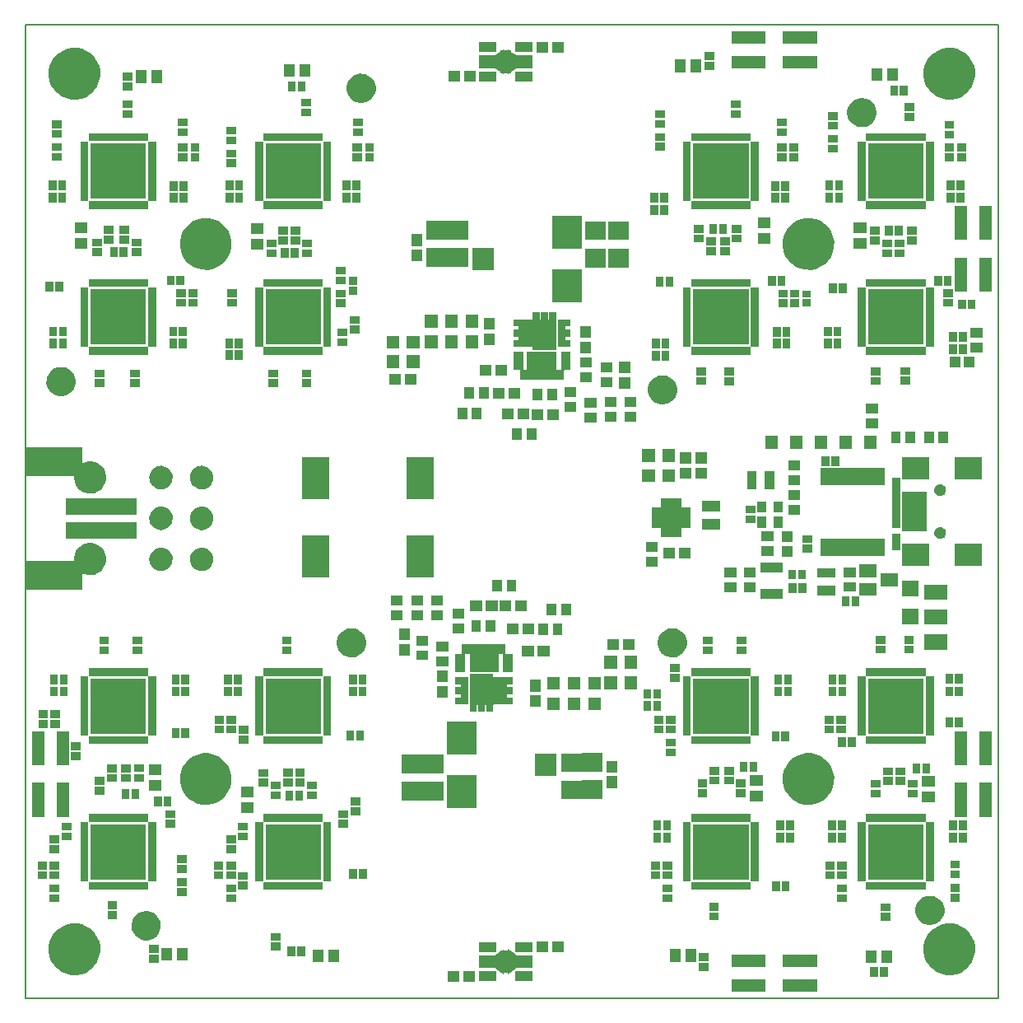
<source format=gts>
G04 (created by PCBNEW (2013-05-16 BZR 4016)-stable) date 11. 12. 2013 14:08:58*
%MOIN*%
G04 Gerber Fmt 3.4, Leading zero omitted, Abs format*
%FSLAX34Y34*%
G01*
G70*
G90*
G04 APERTURE LIST*
%ADD10C,0.00590551*%
G04 APERTURE END LIST*
G54D10*
X38779Y-61023D02*
X78149Y-61023D01*
X78149Y-61023D02*
X78149Y-21653D01*
X78149Y-21653D02*
X38779Y-21653D01*
X38779Y-21653D02*
X38779Y-61023D01*
G36*
X39538Y-51615D02*
X39024Y-51615D01*
X39024Y-50234D01*
X39538Y-50234D01*
X39538Y-51615D01*
X39538Y-51615D01*
G37*
G36*
X39538Y-53702D02*
X39024Y-53702D01*
X39024Y-52321D01*
X39538Y-52321D01*
X39538Y-53702D01*
X39538Y-53702D01*
G37*
G36*
X39627Y-55828D02*
X39270Y-55828D01*
X39270Y-55510D01*
X39627Y-55510D01*
X39627Y-55828D01*
X39627Y-55828D01*
G37*
G36*
X39627Y-56221D02*
X39270Y-56221D01*
X39270Y-55904D01*
X39627Y-55904D01*
X39627Y-56221D01*
X39627Y-56221D01*
G37*
G36*
X39656Y-49696D02*
X39299Y-49696D01*
X39299Y-49378D01*
X39656Y-49378D01*
X39656Y-49696D01*
X39656Y-49696D01*
G37*
G36*
X39656Y-50089D02*
X39299Y-50089D01*
X39299Y-49772D01*
X39656Y-49772D01*
X39656Y-50089D01*
X39656Y-50089D01*
G37*
G36*
X39893Y-32432D02*
X39575Y-32432D01*
X39575Y-32036D01*
X39893Y-32036D01*
X39893Y-32432D01*
X39893Y-32432D01*
G37*
G36*
X40021Y-28347D02*
X39703Y-28347D01*
X39703Y-27951D01*
X40021Y-27951D01*
X40021Y-28347D01*
X40021Y-28347D01*
G37*
G36*
X40021Y-28839D02*
X39703Y-28839D01*
X39703Y-28443D01*
X40021Y-28443D01*
X40021Y-28839D01*
X40021Y-28839D01*
G37*
G36*
X40040Y-34253D02*
X39723Y-34253D01*
X39723Y-33856D01*
X40040Y-33856D01*
X40040Y-34253D01*
X40040Y-34253D01*
G37*
G36*
X40040Y-34745D02*
X39723Y-34745D01*
X39723Y-34349D01*
X40040Y-34349D01*
X40040Y-34745D01*
X40040Y-34745D01*
G37*
G36*
X40080Y-48328D02*
X39762Y-48328D01*
X39762Y-47931D01*
X40080Y-47931D01*
X40080Y-48328D01*
X40080Y-48328D01*
G37*
G36*
X40080Y-48820D02*
X39762Y-48820D01*
X39762Y-48423D01*
X40080Y-48423D01*
X40080Y-48820D01*
X40080Y-48820D01*
G37*
G36*
X40139Y-54765D02*
X39742Y-54765D01*
X39742Y-54447D01*
X40139Y-54447D01*
X40139Y-54765D01*
X40139Y-54765D01*
G37*
G36*
X40139Y-55158D02*
X39742Y-55158D01*
X39742Y-54841D01*
X40139Y-54841D01*
X40139Y-55158D01*
X40139Y-55158D01*
G37*
G36*
X40139Y-55828D02*
X39742Y-55828D01*
X39742Y-55510D01*
X40139Y-55510D01*
X40139Y-55828D01*
X40139Y-55828D01*
G37*
G36*
X40139Y-56221D02*
X39742Y-56221D01*
X39742Y-55904D01*
X40139Y-55904D01*
X40139Y-56221D01*
X40139Y-56221D01*
G37*
G36*
X40139Y-56753D02*
X39742Y-56753D01*
X39742Y-56435D01*
X40139Y-56435D01*
X40139Y-56753D01*
X40139Y-56753D01*
G37*
G36*
X40139Y-57146D02*
X39742Y-57146D01*
X39742Y-56829D01*
X40139Y-56829D01*
X40139Y-57146D01*
X40139Y-57146D01*
G37*
G36*
X40168Y-49696D02*
X39772Y-49696D01*
X39772Y-49378D01*
X40168Y-49378D01*
X40168Y-49696D01*
X40168Y-49696D01*
G37*
G36*
X40168Y-50089D02*
X39772Y-50089D01*
X39772Y-49772D01*
X40168Y-49772D01*
X40168Y-50089D01*
X40168Y-50089D01*
G37*
G36*
X40237Y-25828D02*
X39841Y-25828D01*
X39841Y-25510D01*
X40237Y-25510D01*
X40237Y-25828D01*
X40237Y-25828D01*
G37*
G36*
X40237Y-26221D02*
X39841Y-26221D01*
X39841Y-25904D01*
X40237Y-25904D01*
X40237Y-26221D01*
X40237Y-26221D01*
G37*
G36*
X40237Y-26753D02*
X39841Y-26753D01*
X39841Y-26435D01*
X40237Y-26435D01*
X40237Y-26753D01*
X40237Y-26753D01*
G37*
G36*
X40237Y-27146D02*
X39841Y-27146D01*
X39841Y-26829D01*
X40237Y-26829D01*
X40237Y-27146D01*
X40237Y-27146D01*
G37*
G36*
X40286Y-32432D02*
X39969Y-32432D01*
X39969Y-32036D01*
X40286Y-32036D01*
X40286Y-32432D01*
X40286Y-32432D01*
G37*
G36*
X40414Y-28347D02*
X40097Y-28347D01*
X40097Y-27951D01*
X40414Y-27951D01*
X40414Y-28347D01*
X40414Y-28347D01*
G37*
G36*
X40414Y-28839D02*
X40097Y-28839D01*
X40097Y-28443D01*
X40414Y-28443D01*
X40414Y-28839D01*
X40414Y-28839D01*
G37*
G36*
X40434Y-34253D02*
X40116Y-34253D01*
X40116Y-33856D01*
X40434Y-33856D01*
X40434Y-34253D01*
X40434Y-34253D01*
G37*
G36*
X40434Y-34745D02*
X40116Y-34745D01*
X40116Y-34349D01*
X40434Y-34349D01*
X40434Y-34745D01*
X40434Y-34745D01*
G37*
G36*
X40473Y-48328D02*
X40156Y-48328D01*
X40156Y-47931D01*
X40473Y-47931D01*
X40473Y-48328D01*
X40473Y-48328D01*
G37*
G36*
X40473Y-48820D02*
X40156Y-48820D01*
X40156Y-48423D01*
X40473Y-48423D01*
X40473Y-48820D01*
X40473Y-48820D01*
G37*
G36*
X40542Y-51615D02*
X40028Y-51615D01*
X40028Y-50234D01*
X40542Y-50234D01*
X40542Y-51615D01*
X40542Y-51615D01*
G37*
G36*
X40542Y-53702D02*
X40028Y-53702D01*
X40028Y-52321D01*
X40542Y-52321D01*
X40542Y-53702D01*
X40542Y-53702D01*
G37*
G36*
X40631Y-54253D02*
X40234Y-54253D01*
X40234Y-53935D01*
X40631Y-53935D01*
X40631Y-54253D01*
X40631Y-54253D01*
G37*
G36*
X40631Y-54646D02*
X40234Y-54646D01*
X40234Y-54329D01*
X40631Y-54329D01*
X40631Y-54646D01*
X40631Y-54646D01*
G37*
G36*
X40797Y-36026D02*
X40795Y-36155D01*
X40769Y-36271D01*
X40723Y-36374D01*
X40655Y-36471D01*
X40573Y-36549D01*
X40472Y-36613D01*
X40367Y-36653D01*
X40250Y-36674D01*
X40137Y-36672D01*
X40021Y-36646D01*
X39918Y-36601D01*
X39820Y-36533D01*
X39742Y-36452D01*
X39678Y-36352D01*
X39636Y-36247D01*
X39615Y-36130D01*
X39616Y-36018D01*
X39641Y-35901D01*
X39685Y-35798D01*
X39753Y-35699D01*
X39833Y-35621D01*
X39933Y-35555D01*
X40037Y-35513D01*
X40154Y-35491D01*
X40266Y-35492D01*
X40383Y-35516D01*
X40487Y-35559D01*
X40586Y-35626D01*
X40665Y-35706D01*
X40731Y-35805D01*
X40774Y-35909D01*
X40797Y-36026D01*
X40797Y-36026D01*
G37*
G36*
X40995Y-51005D02*
X40599Y-51005D01*
X40599Y-50687D01*
X40995Y-50687D01*
X40995Y-51005D01*
X40995Y-51005D01*
G37*
G36*
X40995Y-51398D02*
X40599Y-51398D01*
X40599Y-51081D01*
X40995Y-51081D01*
X40995Y-51398D01*
X40995Y-51398D01*
G37*
G36*
X41280Y-30080D02*
X40766Y-30080D01*
X40766Y-29644D01*
X41280Y-29644D01*
X41280Y-30080D01*
X41280Y-30080D01*
G37*
G36*
X41280Y-30709D02*
X40766Y-30709D01*
X40766Y-30274D01*
X41280Y-30274D01*
X41280Y-30709D01*
X41280Y-30709D01*
G37*
G36*
X41301Y-28760D02*
X41295Y-28760D01*
X40984Y-28760D01*
X40984Y-28586D01*
X40984Y-28578D01*
X40984Y-28506D01*
X40984Y-28498D01*
X40984Y-28389D01*
X40984Y-28381D01*
X40984Y-28309D01*
X40984Y-28301D01*
X40984Y-28193D01*
X40984Y-28185D01*
X40984Y-28112D01*
X40984Y-28104D01*
X40984Y-27996D01*
X40984Y-27988D01*
X40984Y-27916D01*
X40984Y-27908D01*
X40984Y-27799D01*
X40984Y-27791D01*
X40984Y-27719D01*
X40984Y-27711D01*
X40984Y-27603D01*
X40984Y-27595D01*
X40984Y-27522D01*
X40984Y-27514D01*
X40984Y-27406D01*
X40984Y-27398D01*
X40984Y-27326D01*
X40984Y-27318D01*
X40984Y-27209D01*
X40984Y-27201D01*
X40984Y-27129D01*
X40984Y-27121D01*
X40984Y-27013D01*
X40984Y-27005D01*
X40984Y-26932D01*
X40984Y-26924D01*
X40984Y-26816D01*
X40984Y-26808D01*
X40984Y-26736D01*
X40984Y-26728D01*
X40984Y-26619D01*
X40984Y-26611D01*
X40984Y-26539D01*
X40984Y-26531D01*
X40984Y-26357D01*
X41295Y-26357D01*
X41301Y-26357D01*
X41301Y-26363D01*
X41301Y-26531D01*
X41301Y-26539D01*
X41301Y-26611D01*
X41301Y-26619D01*
X41301Y-26728D01*
X41301Y-26736D01*
X41301Y-26808D01*
X41301Y-26816D01*
X41301Y-26924D01*
X41301Y-26932D01*
X41301Y-27005D01*
X41301Y-27013D01*
X41301Y-27121D01*
X41301Y-27129D01*
X41301Y-27201D01*
X41301Y-27209D01*
X41301Y-27318D01*
X41301Y-27326D01*
X41301Y-27398D01*
X41301Y-27406D01*
X41301Y-27514D01*
X41301Y-27522D01*
X41301Y-27595D01*
X41301Y-27603D01*
X41301Y-27711D01*
X41301Y-27719D01*
X41301Y-27791D01*
X41301Y-27799D01*
X41301Y-27908D01*
X41301Y-27916D01*
X41301Y-27988D01*
X41301Y-27996D01*
X41301Y-28104D01*
X41301Y-28112D01*
X41301Y-28185D01*
X41301Y-28193D01*
X41301Y-28301D01*
X41301Y-28309D01*
X41301Y-28381D01*
X41301Y-28389D01*
X41301Y-28498D01*
X41301Y-28506D01*
X41301Y-28578D01*
X41301Y-28586D01*
X41301Y-28754D01*
X41301Y-28760D01*
X41301Y-28760D01*
G37*
G36*
X41301Y-34665D02*
X41295Y-34665D01*
X40984Y-34665D01*
X40984Y-34492D01*
X40984Y-34484D01*
X40984Y-34411D01*
X40984Y-34404D01*
X40984Y-34295D01*
X40984Y-34287D01*
X40984Y-34214D01*
X40984Y-34207D01*
X40984Y-34099D01*
X40984Y-34091D01*
X40984Y-34017D01*
X40984Y-34010D01*
X40984Y-33902D01*
X40984Y-33894D01*
X40984Y-33821D01*
X40984Y-33814D01*
X40984Y-33705D01*
X40984Y-33697D01*
X40984Y-33624D01*
X40984Y-33617D01*
X40984Y-33509D01*
X40984Y-33501D01*
X40984Y-33427D01*
X40984Y-33420D01*
X40984Y-33312D01*
X40984Y-33304D01*
X40984Y-33231D01*
X40984Y-33224D01*
X40984Y-33115D01*
X40984Y-33107D01*
X40984Y-33034D01*
X40984Y-33027D01*
X40984Y-32919D01*
X40984Y-32911D01*
X40984Y-32837D01*
X40984Y-32830D01*
X40984Y-32722D01*
X40984Y-32714D01*
X40984Y-32641D01*
X40984Y-32634D01*
X40984Y-32525D01*
X40984Y-32517D01*
X40984Y-32444D01*
X40984Y-32437D01*
X40984Y-32263D01*
X41295Y-32263D01*
X41301Y-32263D01*
X41301Y-32269D01*
X41301Y-32437D01*
X41301Y-32444D01*
X41301Y-32517D01*
X41301Y-32525D01*
X41301Y-32634D01*
X41301Y-32641D01*
X41301Y-32714D01*
X41301Y-32722D01*
X41301Y-32830D01*
X41301Y-32837D01*
X41301Y-32911D01*
X41301Y-32919D01*
X41301Y-33027D01*
X41301Y-33034D01*
X41301Y-33107D01*
X41301Y-33115D01*
X41301Y-33224D01*
X41301Y-33231D01*
X41301Y-33304D01*
X41301Y-33312D01*
X41301Y-33420D01*
X41301Y-33427D01*
X41301Y-33501D01*
X41301Y-33509D01*
X41301Y-33617D01*
X41301Y-33624D01*
X41301Y-33697D01*
X41301Y-33705D01*
X41301Y-33814D01*
X41301Y-33821D01*
X41301Y-33894D01*
X41301Y-33902D01*
X41301Y-34010D01*
X41301Y-34017D01*
X41301Y-34091D01*
X41301Y-34099D01*
X41301Y-34207D01*
X41301Y-34214D01*
X41301Y-34287D01*
X41301Y-34295D01*
X41301Y-34404D01*
X41301Y-34411D01*
X41301Y-34484D01*
X41301Y-34492D01*
X41301Y-34660D01*
X41301Y-34665D01*
X41301Y-34665D01*
G37*
G36*
X41301Y-50413D02*
X41295Y-50413D01*
X40984Y-50413D01*
X40984Y-50240D01*
X40984Y-50232D01*
X40984Y-50159D01*
X40984Y-50152D01*
X40984Y-50043D01*
X40984Y-50035D01*
X40984Y-49962D01*
X40984Y-49955D01*
X40984Y-49847D01*
X40984Y-49839D01*
X40984Y-49765D01*
X40984Y-49758D01*
X40984Y-49650D01*
X40984Y-49642D01*
X40984Y-49569D01*
X40984Y-49562D01*
X40984Y-49453D01*
X40984Y-49445D01*
X40984Y-49372D01*
X40984Y-49365D01*
X40984Y-49257D01*
X40984Y-49249D01*
X40984Y-49175D01*
X40984Y-49168D01*
X40984Y-49060D01*
X40984Y-49052D01*
X40984Y-48979D01*
X40984Y-48972D01*
X40984Y-48863D01*
X40984Y-48855D01*
X40984Y-48782D01*
X40984Y-48775D01*
X40984Y-48667D01*
X40984Y-48659D01*
X40984Y-48585D01*
X40984Y-48578D01*
X40984Y-48470D01*
X40984Y-48462D01*
X40984Y-48389D01*
X40984Y-48382D01*
X40984Y-48273D01*
X40984Y-48265D01*
X40984Y-48192D01*
X40984Y-48185D01*
X40984Y-48011D01*
X41295Y-48011D01*
X41301Y-48011D01*
X41301Y-48017D01*
X41301Y-48185D01*
X41301Y-48192D01*
X41301Y-48265D01*
X41301Y-48273D01*
X41301Y-48382D01*
X41301Y-48389D01*
X41301Y-48462D01*
X41301Y-48470D01*
X41301Y-48578D01*
X41301Y-48585D01*
X41301Y-48659D01*
X41301Y-48667D01*
X41301Y-48775D01*
X41301Y-48782D01*
X41301Y-48855D01*
X41301Y-48863D01*
X41301Y-48972D01*
X41301Y-48979D01*
X41301Y-49052D01*
X41301Y-49060D01*
X41301Y-49168D01*
X41301Y-49175D01*
X41301Y-49249D01*
X41301Y-49257D01*
X41301Y-49365D01*
X41301Y-49372D01*
X41301Y-49445D01*
X41301Y-49453D01*
X41301Y-49562D01*
X41301Y-49569D01*
X41301Y-49642D01*
X41301Y-49650D01*
X41301Y-49758D01*
X41301Y-49765D01*
X41301Y-49839D01*
X41301Y-49847D01*
X41301Y-49955D01*
X41301Y-49962D01*
X41301Y-50035D01*
X41301Y-50043D01*
X41301Y-50152D01*
X41301Y-50159D01*
X41301Y-50232D01*
X41301Y-50240D01*
X41301Y-50408D01*
X41301Y-50413D01*
X41301Y-50413D01*
G37*
G36*
X41301Y-56319D02*
X41295Y-56319D01*
X40984Y-56319D01*
X40984Y-56145D01*
X40984Y-56137D01*
X40984Y-56065D01*
X40984Y-56057D01*
X40984Y-55948D01*
X40984Y-55940D01*
X40984Y-55868D01*
X40984Y-55860D01*
X40984Y-55752D01*
X40984Y-55744D01*
X40984Y-55671D01*
X40984Y-55663D01*
X40984Y-55555D01*
X40984Y-55547D01*
X40984Y-55475D01*
X40984Y-55467D01*
X40984Y-55358D01*
X40984Y-55350D01*
X40984Y-55278D01*
X40984Y-55270D01*
X40984Y-55162D01*
X40984Y-55154D01*
X40984Y-55081D01*
X40984Y-55073D01*
X40984Y-54965D01*
X40984Y-54957D01*
X40984Y-54885D01*
X40984Y-54877D01*
X40984Y-54768D01*
X40984Y-54760D01*
X40984Y-54688D01*
X40984Y-54680D01*
X40984Y-54572D01*
X40984Y-54564D01*
X40984Y-54491D01*
X40984Y-54483D01*
X40984Y-54375D01*
X40984Y-54367D01*
X40984Y-54295D01*
X40984Y-54287D01*
X40984Y-54178D01*
X40984Y-54170D01*
X40984Y-54098D01*
X40984Y-54090D01*
X40984Y-53916D01*
X41295Y-53916D01*
X41301Y-53916D01*
X41301Y-53922D01*
X41301Y-54090D01*
X41301Y-54098D01*
X41301Y-54170D01*
X41301Y-54178D01*
X41301Y-54287D01*
X41301Y-54295D01*
X41301Y-54367D01*
X41301Y-54375D01*
X41301Y-54483D01*
X41301Y-54491D01*
X41301Y-54564D01*
X41301Y-54572D01*
X41301Y-54680D01*
X41301Y-54688D01*
X41301Y-54760D01*
X41301Y-54768D01*
X41301Y-54877D01*
X41301Y-54885D01*
X41301Y-54957D01*
X41301Y-54965D01*
X41301Y-55073D01*
X41301Y-55081D01*
X41301Y-55154D01*
X41301Y-55162D01*
X41301Y-55270D01*
X41301Y-55278D01*
X41301Y-55350D01*
X41301Y-55358D01*
X41301Y-55467D01*
X41301Y-55475D01*
X41301Y-55547D01*
X41301Y-55555D01*
X41301Y-55663D01*
X41301Y-55671D01*
X41301Y-55744D01*
X41301Y-55752D01*
X41301Y-55860D01*
X41301Y-55868D01*
X41301Y-55940D01*
X41301Y-55948D01*
X41301Y-56057D01*
X41301Y-56065D01*
X41301Y-56137D01*
X41301Y-56145D01*
X41301Y-56313D01*
X41301Y-56319D01*
X41301Y-56319D01*
G37*
G36*
X41792Y-23521D02*
X41789Y-23752D01*
X41743Y-23954D01*
X41661Y-24139D01*
X41541Y-24308D01*
X41395Y-24448D01*
X41219Y-24559D01*
X41031Y-24632D01*
X40827Y-24668D01*
X40625Y-24664D01*
X40422Y-24619D01*
X40237Y-24538D01*
X40066Y-24420D01*
X39926Y-24275D01*
X39813Y-24100D01*
X39739Y-23912D01*
X39702Y-23708D01*
X39704Y-23506D01*
X39748Y-23303D01*
X39827Y-23117D01*
X39945Y-22946D01*
X40089Y-22805D01*
X40263Y-22691D01*
X40450Y-22615D01*
X40654Y-22576D01*
X40855Y-22578D01*
X41060Y-22620D01*
X41245Y-22697D01*
X41418Y-22814D01*
X41560Y-22957D01*
X41675Y-23131D01*
X41752Y-23316D01*
X41792Y-23521D01*
X41792Y-23521D01*
G37*
G36*
X41792Y-58954D02*
X41789Y-59185D01*
X41743Y-59387D01*
X41661Y-59572D01*
X41541Y-59741D01*
X41395Y-59881D01*
X41219Y-59992D01*
X41031Y-60065D01*
X40827Y-60101D01*
X40625Y-60097D01*
X40422Y-60052D01*
X40237Y-59971D01*
X40066Y-59853D01*
X39926Y-59708D01*
X39813Y-59533D01*
X39739Y-59345D01*
X39702Y-59141D01*
X39704Y-58939D01*
X39748Y-58736D01*
X39827Y-58551D01*
X39945Y-58379D01*
X40089Y-58238D01*
X40263Y-58124D01*
X40450Y-58048D01*
X40654Y-58009D01*
X40855Y-58011D01*
X41060Y-58053D01*
X41245Y-58131D01*
X41418Y-58247D01*
X41560Y-58390D01*
X41675Y-58564D01*
X41752Y-58749D01*
X41792Y-58954D01*
X41792Y-58954D01*
G37*
G36*
X41851Y-30611D02*
X41455Y-30611D01*
X41455Y-30293D01*
X41851Y-30293D01*
X41851Y-30611D01*
X41851Y-30611D01*
G37*
G36*
X41851Y-31005D02*
X41455Y-31005D01*
X41455Y-30687D01*
X41851Y-30687D01*
X41851Y-31005D01*
X41851Y-31005D01*
G37*
G36*
X41969Y-35906D02*
X41573Y-35906D01*
X41573Y-35589D01*
X41969Y-35589D01*
X41969Y-35906D01*
X41969Y-35906D01*
G37*
G36*
X41969Y-36300D02*
X41573Y-36300D01*
X41573Y-35982D01*
X41969Y-35982D01*
X41969Y-36300D01*
X41969Y-36300D01*
G37*
G36*
X41969Y-52402D02*
X41573Y-52402D01*
X41573Y-52085D01*
X41969Y-52085D01*
X41969Y-52402D01*
X41969Y-52402D01*
G37*
G36*
X41969Y-52796D02*
X41573Y-52796D01*
X41573Y-52478D01*
X41969Y-52478D01*
X41969Y-52796D01*
X41969Y-52796D01*
G37*
G36*
X42029Y-39898D02*
X42027Y-40041D01*
X41998Y-40168D01*
X41947Y-40282D01*
X41872Y-40389D01*
X41782Y-40475D01*
X41672Y-40545D01*
X41555Y-40590D01*
X41427Y-40613D01*
X41302Y-40610D01*
X41175Y-40582D01*
X41061Y-40532D01*
X40953Y-40458D01*
X40867Y-40368D01*
X40796Y-40258D01*
X40750Y-40142D01*
X40727Y-40014D01*
X40728Y-39916D01*
X40728Y-39908D01*
X40725Y-39901D01*
X40720Y-39895D01*
X40712Y-39893D01*
X40705Y-39893D01*
X38748Y-39893D01*
X38748Y-38728D01*
X41074Y-38728D01*
X41074Y-39349D01*
X41074Y-39357D01*
X41077Y-39364D01*
X41082Y-39369D01*
X41089Y-39372D01*
X41097Y-39372D01*
X41192Y-39334D01*
X41321Y-39309D01*
X41445Y-39310D01*
X41573Y-39337D01*
X41688Y-39385D01*
X41796Y-39458D01*
X41884Y-39546D01*
X41956Y-39655D01*
X42004Y-39770D01*
X42004Y-39772D01*
X42029Y-39898D01*
X42029Y-39898D01*
G37*
G36*
X42029Y-43204D02*
X42027Y-43347D01*
X41998Y-43474D01*
X41947Y-43588D01*
X41872Y-43695D01*
X41782Y-43781D01*
X41672Y-43851D01*
X41555Y-43896D01*
X41427Y-43919D01*
X41302Y-43916D01*
X41175Y-43888D01*
X41104Y-43857D01*
X41097Y-43854D01*
X41089Y-43854D01*
X41082Y-43857D01*
X41077Y-43863D01*
X41074Y-43870D01*
X41074Y-43877D01*
X41074Y-44519D01*
X38748Y-44519D01*
X38748Y-43354D01*
X40705Y-43354D01*
X40713Y-43354D01*
X40720Y-43352D01*
X40726Y-43346D01*
X40729Y-43339D01*
X40729Y-43331D01*
X40727Y-43320D01*
X40728Y-43195D01*
X40755Y-43067D01*
X40804Y-42953D01*
X40878Y-42845D01*
X40967Y-42758D01*
X41077Y-42686D01*
X41192Y-42640D01*
X41321Y-42615D01*
X41445Y-42616D01*
X41573Y-42643D01*
X41688Y-42691D01*
X41796Y-42764D01*
X41884Y-42852D01*
X41956Y-42961D01*
X42004Y-43076D01*
X42004Y-43078D01*
X42029Y-43204D01*
X42029Y-43204D01*
G37*
G36*
X42146Y-46713D02*
X41750Y-46713D01*
X41750Y-46396D01*
X42146Y-46396D01*
X42146Y-46713D01*
X42146Y-46713D01*
G37*
G36*
X42146Y-47107D02*
X41750Y-47107D01*
X41750Y-46790D01*
X42146Y-46790D01*
X42146Y-47107D01*
X42146Y-47107D01*
G37*
G36*
X42343Y-30099D02*
X41947Y-30099D01*
X41947Y-29782D01*
X42343Y-29782D01*
X42343Y-30099D01*
X42343Y-30099D01*
G37*
G36*
X42343Y-30493D02*
X41947Y-30493D01*
X41947Y-30175D01*
X42343Y-30175D01*
X42343Y-30493D01*
X42343Y-30493D01*
G37*
G36*
X42461Y-51891D02*
X42065Y-51891D01*
X42065Y-51573D01*
X42461Y-51573D01*
X42461Y-51891D01*
X42461Y-51891D01*
G37*
G36*
X42461Y-52284D02*
X42065Y-52284D01*
X42065Y-51967D01*
X42461Y-51967D01*
X42461Y-52284D01*
X42461Y-52284D01*
G37*
G36*
X42481Y-57432D02*
X42085Y-57432D01*
X42085Y-57114D01*
X42481Y-57114D01*
X42481Y-57432D01*
X42481Y-57432D01*
G37*
G36*
X42481Y-57826D02*
X42085Y-57826D01*
X42085Y-57508D01*
X42481Y-57508D01*
X42481Y-57826D01*
X42481Y-57826D01*
G37*
G36*
X42501Y-31044D02*
X42183Y-31044D01*
X42183Y-30648D01*
X42501Y-30648D01*
X42501Y-31044D01*
X42501Y-31044D01*
G37*
G36*
X42895Y-31044D02*
X42577Y-31044D01*
X42577Y-30648D01*
X42895Y-30648D01*
X42895Y-31044D01*
X42895Y-31044D01*
G37*
G36*
X42973Y-30099D02*
X42577Y-30099D01*
X42577Y-29782D01*
X42973Y-29782D01*
X42973Y-30099D01*
X42973Y-30099D01*
G37*
G36*
X42973Y-30493D02*
X42577Y-30493D01*
X42577Y-30175D01*
X42973Y-30175D01*
X42973Y-30493D01*
X42973Y-30493D01*
G37*
G36*
X42973Y-52983D02*
X42656Y-52983D01*
X42656Y-52587D01*
X42973Y-52587D01*
X42973Y-52983D01*
X42973Y-52983D01*
G37*
G36*
X43032Y-51891D02*
X42636Y-51891D01*
X42636Y-51573D01*
X43032Y-51573D01*
X43032Y-51891D01*
X43032Y-51891D01*
G37*
G36*
X43032Y-52284D02*
X42636Y-52284D01*
X42636Y-51967D01*
X43032Y-51967D01*
X43032Y-52284D01*
X43032Y-52284D01*
G37*
G36*
X43103Y-25017D02*
X42707Y-25017D01*
X42707Y-24699D01*
X43103Y-24699D01*
X43103Y-25017D01*
X43103Y-25017D01*
G37*
G36*
X43103Y-25410D02*
X42707Y-25410D01*
X42707Y-25093D01*
X43103Y-25093D01*
X43103Y-25410D01*
X43103Y-25410D01*
G37*
G36*
X43111Y-23898D02*
X42715Y-23898D01*
X42715Y-23581D01*
X43111Y-23581D01*
X43111Y-23898D01*
X43111Y-23898D01*
G37*
G36*
X43111Y-24292D02*
X42715Y-24292D01*
X42715Y-23975D01*
X43111Y-23975D01*
X43111Y-24292D01*
X43111Y-24292D01*
G37*
G36*
X43278Y-41467D02*
X40402Y-41467D01*
X40402Y-40795D01*
X43278Y-40795D01*
X43278Y-41467D01*
X43278Y-41467D01*
G37*
G36*
X43278Y-42452D02*
X40402Y-42452D01*
X40402Y-41780D01*
X43278Y-41780D01*
X43278Y-42452D01*
X43278Y-42452D01*
G37*
G36*
X43367Y-52983D02*
X43049Y-52983D01*
X43049Y-52587D01*
X43367Y-52587D01*
X43367Y-52983D01*
X43367Y-52983D01*
G37*
G36*
X43406Y-35906D02*
X43010Y-35906D01*
X43010Y-35589D01*
X43406Y-35589D01*
X43406Y-35906D01*
X43406Y-35906D01*
G37*
G36*
X43406Y-36300D02*
X43010Y-36300D01*
X43010Y-35982D01*
X43406Y-35982D01*
X43406Y-36300D01*
X43406Y-36300D01*
G37*
G36*
X43458Y-30607D02*
X43061Y-30607D01*
X43061Y-30290D01*
X43458Y-30290D01*
X43458Y-30607D01*
X43458Y-30607D01*
G37*
G36*
X43458Y-31001D02*
X43061Y-31001D01*
X43061Y-30683D01*
X43458Y-30683D01*
X43458Y-31001D01*
X43458Y-31001D01*
G37*
G36*
X43485Y-46713D02*
X43089Y-46713D01*
X43089Y-46396D01*
X43485Y-46396D01*
X43485Y-46713D01*
X43485Y-46713D01*
G37*
G36*
X43485Y-47107D02*
X43089Y-47107D01*
X43089Y-46790D01*
X43485Y-46790D01*
X43485Y-47107D01*
X43485Y-47107D01*
G37*
G36*
X43564Y-51881D02*
X43167Y-51881D01*
X43167Y-51563D01*
X43564Y-51563D01*
X43564Y-51881D01*
X43564Y-51881D01*
G37*
G36*
X43564Y-52274D02*
X43167Y-52274D01*
X43167Y-51957D01*
X43564Y-51957D01*
X43564Y-52274D01*
X43564Y-52274D01*
G37*
G36*
X43643Y-28682D02*
X41396Y-28682D01*
X41396Y-26435D01*
X43643Y-26435D01*
X43643Y-28682D01*
X43643Y-28682D01*
G37*
G36*
X43643Y-34587D02*
X41396Y-34587D01*
X41396Y-32341D01*
X43643Y-32341D01*
X43643Y-34587D01*
X43643Y-34587D01*
G37*
G36*
X43643Y-50335D02*
X41396Y-50335D01*
X41396Y-48089D01*
X43643Y-48089D01*
X43643Y-50335D01*
X43643Y-50335D01*
G37*
G36*
X43643Y-56241D02*
X41396Y-56241D01*
X41396Y-53994D01*
X43643Y-53994D01*
X43643Y-56241D01*
X43643Y-56241D01*
G37*
G36*
X43662Y-23997D02*
X43227Y-23997D01*
X43227Y-23482D01*
X43662Y-23482D01*
X43662Y-23997D01*
X43662Y-23997D01*
G37*
G36*
X43721Y-26340D02*
X43715Y-26340D01*
X43547Y-26340D01*
X43539Y-26340D01*
X43466Y-26340D01*
X43459Y-26340D01*
X43350Y-26340D01*
X43342Y-26340D01*
X43269Y-26340D01*
X43262Y-26340D01*
X43154Y-26340D01*
X43146Y-26340D01*
X43072Y-26340D01*
X43065Y-26340D01*
X42957Y-26340D01*
X42949Y-26340D01*
X42876Y-26340D01*
X42869Y-26340D01*
X42760Y-26340D01*
X42752Y-26340D01*
X42679Y-26340D01*
X42672Y-26340D01*
X42564Y-26340D01*
X42556Y-26340D01*
X42482Y-26340D01*
X42475Y-26340D01*
X42367Y-26340D01*
X42359Y-26340D01*
X42286Y-26340D01*
X42279Y-26340D01*
X42170Y-26340D01*
X42162Y-26340D01*
X42089Y-26340D01*
X42082Y-26340D01*
X41974Y-26340D01*
X41966Y-26340D01*
X41892Y-26340D01*
X41885Y-26340D01*
X41777Y-26340D01*
X41769Y-26340D01*
X41696Y-26340D01*
X41689Y-26340D01*
X41580Y-26340D01*
X41572Y-26340D01*
X41499Y-26340D01*
X41492Y-26340D01*
X41324Y-26340D01*
X41318Y-26340D01*
X41318Y-26334D01*
X41318Y-26023D01*
X41492Y-26023D01*
X41499Y-26023D01*
X41572Y-26023D01*
X41580Y-26023D01*
X41689Y-26023D01*
X41696Y-26023D01*
X41769Y-26023D01*
X41777Y-26023D01*
X41885Y-26023D01*
X41892Y-26023D01*
X41966Y-26023D01*
X41974Y-26023D01*
X42082Y-26023D01*
X42089Y-26023D01*
X42162Y-26023D01*
X42170Y-26023D01*
X42279Y-26023D01*
X42286Y-26023D01*
X42359Y-26023D01*
X42367Y-26023D01*
X42475Y-26023D01*
X42482Y-26023D01*
X42556Y-26023D01*
X42564Y-26023D01*
X42672Y-26023D01*
X42679Y-26023D01*
X42752Y-26023D01*
X42760Y-26023D01*
X42869Y-26023D01*
X42876Y-26023D01*
X42949Y-26023D01*
X42957Y-26023D01*
X43065Y-26023D01*
X43072Y-26023D01*
X43146Y-26023D01*
X43154Y-26023D01*
X43262Y-26023D01*
X43269Y-26023D01*
X43342Y-26023D01*
X43350Y-26023D01*
X43459Y-26023D01*
X43466Y-26023D01*
X43539Y-26023D01*
X43547Y-26023D01*
X43721Y-26023D01*
X43721Y-26334D01*
X43721Y-26340D01*
X43721Y-26340D01*
G37*
G36*
X43721Y-29094D02*
X43715Y-29094D01*
X43547Y-29094D01*
X43539Y-29094D01*
X43466Y-29094D01*
X43459Y-29094D01*
X43350Y-29094D01*
X43342Y-29094D01*
X43269Y-29094D01*
X43262Y-29094D01*
X43154Y-29094D01*
X43146Y-29094D01*
X43072Y-29094D01*
X43065Y-29094D01*
X42957Y-29094D01*
X42949Y-29094D01*
X42876Y-29094D01*
X42869Y-29094D01*
X42760Y-29094D01*
X42752Y-29094D01*
X42679Y-29094D01*
X42672Y-29094D01*
X42564Y-29094D01*
X42556Y-29094D01*
X42482Y-29094D01*
X42475Y-29094D01*
X42367Y-29094D01*
X42359Y-29094D01*
X42286Y-29094D01*
X42279Y-29094D01*
X42170Y-29094D01*
X42162Y-29094D01*
X42089Y-29094D01*
X42082Y-29094D01*
X41974Y-29094D01*
X41966Y-29094D01*
X41892Y-29094D01*
X41885Y-29094D01*
X41777Y-29094D01*
X41769Y-29094D01*
X41696Y-29094D01*
X41689Y-29094D01*
X41580Y-29094D01*
X41572Y-29094D01*
X41499Y-29094D01*
X41492Y-29094D01*
X41318Y-29094D01*
X41318Y-28783D01*
X41318Y-28777D01*
X41324Y-28777D01*
X41492Y-28777D01*
X41499Y-28777D01*
X41572Y-28777D01*
X41580Y-28777D01*
X41689Y-28777D01*
X41696Y-28777D01*
X41769Y-28777D01*
X41777Y-28777D01*
X41885Y-28777D01*
X41892Y-28777D01*
X41966Y-28777D01*
X41974Y-28777D01*
X42082Y-28777D01*
X42089Y-28777D01*
X42162Y-28777D01*
X42170Y-28777D01*
X42279Y-28777D01*
X42286Y-28777D01*
X42359Y-28777D01*
X42367Y-28777D01*
X42475Y-28777D01*
X42482Y-28777D01*
X42556Y-28777D01*
X42564Y-28777D01*
X42672Y-28777D01*
X42679Y-28777D01*
X42752Y-28777D01*
X42760Y-28777D01*
X42869Y-28777D01*
X42876Y-28777D01*
X42949Y-28777D01*
X42957Y-28777D01*
X43065Y-28777D01*
X43072Y-28777D01*
X43146Y-28777D01*
X43154Y-28777D01*
X43262Y-28777D01*
X43269Y-28777D01*
X43342Y-28777D01*
X43350Y-28777D01*
X43459Y-28777D01*
X43466Y-28777D01*
X43539Y-28777D01*
X43547Y-28777D01*
X43715Y-28777D01*
X43721Y-28777D01*
X43721Y-28783D01*
X43721Y-29094D01*
X43721Y-29094D01*
G37*
G36*
X43721Y-32245D02*
X43715Y-32245D01*
X43547Y-32245D01*
X43539Y-32245D01*
X43466Y-32245D01*
X43459Y-32245D01*
X43350Y-32245D01*
X43342Y-32245D01*
X43269Y-32245D01*
X43262Y-32245D01*
X43154Y-32245D01*
X43146Y-32245D01*
X43072Y-32245D01*
X43065Y-32245D01*
X42957Y-32245D01*
X42949Y-32245D01*
X42876Y-32245D01*
X42869Y-32245D01*
X42760Y-32245D01*
X42752Y-32245D01*
X42679Y-32245D01*
X42672Y-32245D01*
X42564Y-32245D01*
X42556Y-32245D01*
X42482Y-32245D01*
X42475Y-32245D01*
X42367Y-32245D01*
X42359Y-32245D01*
X42286Y-32245D01*
X42279Y-32245D01*
X42170Y-32245D01*
X42162Y-32245D01*
X42089Y-32245D01*
X42082Y-32245D01*
X41974Y-32245D01*
X41966Y-32245D01*
X41892Y-32245D01*
X41885Y-32245D01*
X41777Y-32245D01*
X41769Y-32245D01*
X41696Y-32245D01*
X41689Y-32245D01*
X41580Y-32245D01*
X41572Y-32245D01*
X41499Y-32245D01*
X41492Y-32245D01*
X41324Y-32245D01*
X41318Y-32245D01*
X41318Y-32240D01*
X41318Y-31929D01*
X41492Y-31929D01*
X41499Y-31929D01*
X41572Y-31929D01*
X41580Y-31929D01*
X41689Y-31929D01*
X41696Y-31929D01*
X41769Y-31929D01*
X41777Y-31929D01*
X41885Y-31929D01*
X41892Y-31929D01*
X41966Y-31929D01*
X41974Y-31929D01*
X42082Y-31929D01*
X42089Y-31929D01*
X42162Y-31929D01*
X42170Y-31929D01*
X42279Y-31929D01*
X42286Y-31929D01*
X42359Y-31929D01*
X42367Y-31929D01*
X42475Y-31929D01*
X42482Y-31929D01*
X42556Y-31929D01*
X42564Y-31929D01*
X42672Y-31929D01*
X42679Y-31929D01*
X42752Y-31929D01*
X42760Y-31929D01*
X42869Y-31929D01*
X42876Y-31929D01*
X42949Y-31929D01*
X42957Y-31929D01*
X43065Y-31929D01*
X43072Y-31929D01*
X43146Y-31929D01*
X43154Y-31929D01*
X43262Y-31929D01*
X43269Y-31929D01*
X43342Y-31929D01*
X43350Y-31929D01*
X43459Y-31929D01*
X43466Y-31929D01*
X43539Y-31929D01*
X43547Y-31929D01*
X43721Y-31929D01*
X43721Y-32240D01*
X43721Y-32245D01*
X43721Y-32245D01*
G37*
G36*
X43721Y-34999D02*
X43715Y-34999D01*
X43547Y-34999D01*
X43539Y-34999D01*
X43466Y-34999D01*
X43459Y-34999D01*
X43350Y-34999D01*
X43342Y-34999D01*
X43269Y-34999D01*
X43262Y-34999D01*
X43154Y-34999D01*
X43146Y-34999D01*
X43072Y-34999D01*
X43065Y-34999D01*
X42957Y-34999D01*
X42949Y-34999D01*
X42876Y-34999D01*
X42869Y-34999D01*
X42760Y-34999D01*
X42752Y-34999D01*
X42679Y-34999D01*
X42672Y-34999D01*
X42564Y-34999D01*
X42556Y-34999D01*
X42482Y-34999D01*
X42475Y-34999D01*
X42367Y-34999D01*
X42359Y-34999D01*
X42286Y-34999D01*
X42279Y-34999D01*
X42170Y-34999D01*
X42162Y-34999D01*
X42089Y-34999D01*
X42082Y-34999D01*
X41974Y-34999D01*
X41966Y-34999D01*
X41892Y-34999D01*
X41885Y-34999D01*
X41777Y-34999D01*
X41769Y-34999D01*
X41696Y-34999D01*
X41689Y-34999D01*
X41580Y-34999D01*
X41572Y-34999D01*
X41499Y-34999D01*
X41492Y-34999D01*
X41318Y-34999D01*
X41318Y-34689D01*
X41318Y-34683D01*
X41324Y-34683D01*
X41492Y-34683D01*
X41499Y-34683D01*
X41572Y-34683D01*
X41580Y-34683D01*
X41689Y-34683D01*
X41696Y-34683D01*
X41769Y-34683D01*
X41777Y-34683D01*
X41885Y-34683D01*
X41892Y-34683D01*
X41966Y-34683D01*
X41974Y-34683D01*
X42082Y-34683D01*
X42089Y-34683D01*
X42162Y-34683D01*
X42170Y-34683D01*
X42279Y-34683D01*
X42286Y-34683D01*
X42359Y-34683D01*
X42367Y-34683D01*
X42475Y-34683D01*
X42482Y-34683D01*
X42556Y-34683D01*
X42564Y-34683D01*
X42672Y-34683D01*
X42679Y-34683D01*
X42752Y-34683D01*
X42760Y-34683D01*
X42869Y-34683D01*
X42876Y-34683D01*
X42949Y-34683D01*
X42957Y-34683D01*
X43065Y-34683D01*
X43072Y-34683D01*
X43146Y-34683D01*
X43154Y-34683D01*
X43262Y-34683D01*
X43269Y-34683D01*
X43342Y-34683D01*
X43350Y-34683D01*
X43459Y-34683D01*
X43466Y-34683D01*
X43539Y-34683D01*
X43547Y-34683D01*
X43715Y-34683D01*
X43721Y-34683D01*
X43721Y-34689D01*
X43721Y-34999D01*
X43721Y-34999D01*
G37*
G36*
X43721Y-47993D02*
X43715Y-47993D01*
X43547Y-47993D01*
X43539Y-47993D01*
X43466Y-47993D01*
X43459Y-47993D01*
X43350Y-47993D01*
X43342Y-47993D01*
X43269Y-47993D01*
X43262Y-47993D01*
X43154Y-47993D01*
X43146Y-47993D01*
X43072Y-47993D01*
X43065Y-47993D01*
X42957Y-47993D01*
X42949Y-47993D01*
X42876Y-47993D01*
X42869Y-47993D01*
X42760Y-47993D01*
X42752Y-47993D01*
X42679Y-47993D01*
X42672Y-47993D01*
X42564Y-47993D01*
X42556Y-47993D01*
X42482Y-47993D01*
X42475Y-47993D01*
X42367Y-47993D01*
X42359Y-47993D01*
X42286Y-47993D01*
X42279Y-47993D01*
X42170Y-47993D01*
X42162Y-47993D01*
X42089Y-47993D01*
X42082Y-47993D01*
X41974Y-47993D01*
X41966Y-47993D01*
X41892Y-47993D01*
X41885Y-47993D01*
X41777Y-47993D01*
X41769Y-47993D01*
X41696Y-47993D01*
X41689Y-47993D01*
X41580Y-47993D01*
X41572Y-47993D01*
X41499Y-47993D01*
X41492Y-47993D01*
X41324Y-47993D01*
X41318Y-47993D01*
X41318Y-47988D01*
X41318Y-47677D01*
X41492Y-47677D01*
X41499Y-47677D01*
X41572Y-47677D01*
X41580Y-47677D01*
X41689Y-47677D01*
X41696Y-47677D01*
X41769Y-47677D01*
X41777Y-47677D01*
X41885Y-47677D01*
X41892Y-47677D01*
X41966Y-47677D01*
X41974Y-47677D01*
X42082Y-47677D01*
X42089Y-47677D01*
X42162Y-47677D01*
X42170Y-47677D01*
X42279Y-47677D01*
X42286Y-47677D01*
X42359Y-47677D01*
X42367Y-47677D01*
X42475Y-47677D01*
X42482Y-47677D01*
X42556Y-47677D01*
X42564Y-47677D01*
X42672Y-47677D01*
X42679Y-47677D01*
X42752Y-47677D01*
X42760Y-47677D01*
X42869Y-47677D01*
X42876Y-47677D01*
X42949Y-47677D01*
X42957Y-47677D01*
X43065Y-47677D01*
X43072Y-47677D01*
X43146Y-47677D01*
X43154Y-47677D01*
X43262Y-47677D01*
X43269Y-47677D01*
X43342Y-47677D01*
X43350Y-47677D01*
X43459Y-47677D01*
X43466Y-47677D01*
X43539Y-47677D01*
X43547Y-47677D01*
X43721Y-47677D01*
X43721Y-47988D01*
X43721Y-47993D01*
X43721Y-47993D01*
G37*
G36*
X43721Y-50747D02*
X43715Y-50747D01*
X43547Y-50747D01*
X43539Y-50747D01*
X43466Y-50747D01*
X43459Y-50747D01*
X43350Y-50747D01*
X43342Y-50747D01*
X43269Y-50747D01*
X43262Y-50747D01*
X43154Y-50747D01*
X43146Y-50747D01*
X43072Y-50747D01*
X43065Y-50747D01*
X42957Y-50747D01*
X42949Y-50747D01*
X42876Y-50747D01*
X42869Y-50747D01*
X42760Y-50747D01*
X42752Y-50747D01*
X42679Y-50747D01*
X42672Y-50747D01*
X42564Y-50747D01*
X42556Y-50747D01*
X42482Y-50747D01*
X42475Y-50747D01*
X42367Y-50747D01*
X42359Y-50747D01*
X42286Y-50747D01*
X42279Y-50747D01*
X42170Y-50747D01*
X42162Y-50747D01*
X42089Y-50747D01*
X42082Y-50747D01*
X41974Y-50747D01*
X41966Y-50747D01*
X41892Y-50747D01*
X41885Y-50747D01*
X41777Y-50747D01*
X41769Y-50747D01*
X41696Y-50747D01*
X41689Y-50747D01*
X41580Y-50747D01*
X41572Y-50747D01*
X41499Y-50747D01*
X41492Y-50747D01*
X41318Y-50747D01*
X41318Y-50437D01*
X41318Y-50431D01*
X41324Y-50431D01*
X41492Y-50431D01*
X41499Y-50431D01*
X41572Y-50431D01*
X41580Y-50431D01*
X41689Y-50431D01*
X41696Y-50431D01*
X41769Y-50431D01*
X41777Y-50431D01*
X41885Y-50431D01*
X41892Y-50431D01*
X41966Y-50431D01*
X41974Y-50431D01*
X42082Y-50431D01*
X42089Y-50431D01*
X42162Y-50431D01*
X42170Y-50431D01*
X42279Y-50431D01*
X42286Y-50431D01*
X42359Y-50431D01*
X42367Y-50431D01*
X42475Y-50431D01*
X42482Y-50431D01*
X42556Y-50431D01*
X42564Y-50431D01*
X42672Y-50431D01*
X42679Y-50431D01*
X42752Y-50431D01*
X42760Y-50431D01*
X42869Y-50431D01*
X42876Y-50431D01*
X42949Y-50431D01*
X42957Y-50431D01*
X43065Y-50431D01*
X43072Y-50431D01*
X43146Y-50431D01*
X43154Y-50431D01*
X43262Y-50431D01*
X43269Y-50431D01*
X43342Y-50431D01*
X43350Y-50431D01*
X43459Y-50431D01*
X43466Y-50431D01*
X43539Y-50431D01*
X43547Y-50431D01*
X43715Y-50431D01*
X43721Y-50431D01*
X43721Y-50437D01*
X43721Y-50747D01*
X43721Y-50747D01*
G37*
G36*
X43721Y-53899D02*
X43715Y-53899D01*
X43547Y-53899D01*
X43539Y-53899D01*
X43466Y-53899D01*
X43459Y-53899D01*
X43350Y-53899D01*
X43342Y-53899D01*
X43269Y-53899D01*
X43262Y-53899D01*
X43154Y-53899D01*
X43146Y-53899D01*
X43072Y-53899D01*
X43065Y-53899D01*
X42957Y-53899D01*
X42949Y-53899D01*
X42876Y-53899D01*
X42869Y-53899D01*
X42760Y-53899D01*
X42752Y-53899D01*
X42679Y-53899D01*
X42672Y-53899D01*
X42564Y-53899D01*
X42556Y-53899D01*
X42482Y-53899D01*
X42475Y-53899D01*
X42367Y-53899D01*
X42359Y-53899D01*
X42286Y-53899D01*
X42279Y-53899D01*
X42170Y-53899D01*
X42162Y-53899D01*
X42089Y-53899D01*
X42082Y-53899D01*
X41974Y-53899D01*
X41966Y-53899D01*
X41892Y-53899D01*
X41885Y-53899D01*
X41777Y-53899D01*
X41769Y-53899D01*
X41696Y-53899D01*
X41689Y-53899D01*
X41580Y-53899D01*
X41572Y-53899D01*
X41499Y-53899D01*
X41492Y-53899D01*
X41324Y-53899D01*
X41318Y-53899D01*
X41318Y-53893D01*
X41318Y-53582D01*
X41492Y-53582D01*
X41499Y-53582D01*
X41572Y-53582D01*
X41580Y-53582D01*
X41689Y-53582D01*
X41696Y-53582D01*
X41769Y-53582D01*
X41777Y-53582D01*
X41885Y-53582D01*
X41892Y-53582D01*
X41966Y-53582D01*
X41974Y-53582D01*
X42082Y-53582D01*
X42089Y-53582D01*
X42162Y-53582D01*
X42170Y-53582D01*
X42279Y-53582D01*
X42286Y-53582D01*
X42359Y-53582D01*
X42367Y-53582D01*
X42475Y-53582D01*
X42482Y-53582D01*
X42556Y-53582D01*
X42564Y-53582D01*
X42672Y-53582D01*
X42679Y-53582D01*
X42752Y-53582D01*
X42760Y-53582D01*
X42869Y-53582D01*
X42876Y-53582D01*
X42949Y-53582D01*
X42957Y-53582D01*
X43065Y-53582D01*
X43072Y-53582D01*
X43146Y-53582D01*
X43154Y-53582D01*
X43262Y-53582D01*
X43269Y-53582D01*
X43342Y-53582D01*
X43350Y-53582D01*
X43459Y-53582D01*
X43466Y-53582D01*
X43539Y-53582D01*
X43547Y-53582D01*
X43721Y-53582D01*
X43721Y-53893D01*
X43721Y-53899D01*
X43721Y-53899D01*
G37*
G36*
X43721Y-56653D02*
X43715Y-56653D01*
X43547Y-56653D01*
X43539Y-56653D01*
X43466Y-56653D01*
X43459Y-56653D01*
X43350Y-56653D01*
X43342Y-56653D01*
X43269Y-56653D01*
X43262Y-56653D01*
X43154Y-56653D01*
X43146Y-56653D01*
X43072Y-56653D01*
X43065Y-56653D01*
X42957Y-56653D01*
X42949Y-56653D01*
X42876Y-56653D01*
X42869Y-56653D01*
X42760Y-56653D01*
X42752Y-56653D01*
X42679Y-56653D01*
X42672Y-56653D01*
X42564Y-56653D01*
X42556Y-56653D01*
X42482Y-56653D01*
X42475Y-56653D01*
X42367Y-56653D01*
X42359Y-56653D01*
X42286Y-56653D01*
X42279Y-56653D01*
X42170Y-56653D01*
X42162Y-56653D01*
X42089Y-56653D01*
X42082Y-56653D01*
X41974Y-56653D01*
X41966Y-56653D01*
X41892Y-56653D01*
X41885Y-56653D01*
X41777Y-56653D01*
X41769Y-56653D01*
X41696Y-56653D01*
X41689Y-56653D01*
X41580Y-56653D01*
X41572Y-56653D01*
X41499Y-56653D01*
X41492Y-56653D01*
X41318Y-56653D01*
X41318Y-56342D01*
X41318Y-56336D01*
X41324Y-56336D01*
X41492Y-56336D01*
X41499Y-56336D01*
X41572Y-56336D01*
X41580Y-56336D01*
X41689Y-56336D01*
X41696Y-56336D01*
X41769Y-56336D01*
X41777Y-56336D01*
X41885Y-56336D01*
X41892Y-56336D01*
X41966Y-56336D01*
X41974Y-56336D01*
X42082Y-56336D01*
X42089Y-56336D01*
X42162Y-56336D01*
X42170Y-56336D01*
X42279Y-56336D01*
X42286Y-56336D01*
X42359Y-56336D01*
X42367Y-56336D01*
X42475Y-56336D01*
X42482Y-56336D01*
X42556Y-56336D01*
X42564Y-56336D01*
X42672Y-56336D01*
X42679Y-56336D01*
X42752Y-56336D01*
X42760Y-56336D01*
X42869Y-56336D01*
X42876Y-56336D01*
X42949Y-56336D01*
X42957Y-56336D01*
X43065Y-56336D01*
X43072Y-56336D01*
X43146Y-56336D01*
X43154Y-56336D01*
X43262Y-56336D01*
X43269Y-56336D01*
X43342Y-56336D01*
X43350Y-56336D01*
X43459Y-56336D01*
X43466Y-56336D01*
X43539Y-56336D01*
X43547Y-56336D01*
X43715Y-56336D01*
X43721Y-56336D01*
X43721Y-56342D01*
X43721Y-56653D01*
X43721Y-56653D01*
G37*
G36*
X44055Y-28760D02*
X43744Y-28760D01*
X43738Y-28760D01*
X43738Y-28754D01*
X43738Y-28586D01*
X43738Y-28578D01*
X43738Y-28506D01*
X43738Y-28498D01*
X43738Y-28389D01*
X43738Y-28381D01*
X43738Y-28309D01*
X43738Y-28301D01*
X43738Y-28193D01*
X43738Y-28185D01*
X43738Y-28112D01*
X43738Y-28104D01*
X43738Y-27996D01*
X43738Y-27988D01*
X43738Y-27916D01*
X43738Y-27908D01*
X43738Y-27799D01*
X43738Y-27791D01*
X43738Y-27719D01*
X43738Y-27711D01*
X43738Y-27603D01*
X43738Y-27595D01*
X43738Y-27522D01*
X43738Y-27514D01*
X43738Y-27406D01*
X43738Y-27398D01*
X43738Y-27326D01*
X43738Y-27318D01*
X43738Y-27209D01*
X43738Y-27201D01*
X43738Y-27129D01*
X43738Y-27121D01*
X43738Y-27013D01*
X43738Y-27005D01*
X43738Y-26932D01*
X43738Y-26924D01*
X43738Y-26816D01*
X43738Y-26808D01*
X43738Y-26736D01*
X43738Y-26728D01*
X43738Y-26619D01*
X43738Y-26611D01*
X43738Y-26539D01*
X43738Y-26531D01*
X43738Y-26363D01*
X43738Y-26357D01*
X43744Y-26357D01*
X44055Y-26357D01*
X44055Y-26531D01*
X44055Y-26539D01*
X44055Y-26611D01*
X44055Y-26619D01*
X44055Y-26728D01*
X44055Y-26736D01*
X44055Y-26808D01*
X44055Y-26816D01*
X44055Y-26924D01*
X44055Y-26932D01*
X44055Y-27005D01*
X44055Y-27013D01*
X44055Y-27121D01*
X44055Y-27129D01*
X44055Y-27201D01*
X44055Y-27209D01*
X44055Y-27318D01*
X44055Y-27326D01*
X44055Y-27398D01*
X44055Y-27406D01*
X44055Y-27514D01*
X44055Y-27522D01*
X44055Y-27595D01*
X44055Y-27603D01*
X44055Y-27711D01*
X44055Y-27719D01*
X44055Y-27791D01*
X44055Y-27799D01*
X44055Y-27908D01*
X44055Y-27916D01*
X44055Y-27988D01*
X44055Y-27996D01*
X44055Y-28104D01*
X44055Y-28112D01*
X44055Y-28185D01*
X44055Y-28193D01*
X44055Y-28301D01*
X44055Y-28309D01*
X44055Y-28381D01*
X44055Y-28389D01*
X44055Y-28498D01*
X44055Y-28506D01*
X44055Y-28578D01*
X44055Y-28586D01*
X44055Y-28760D01*
X44055Y-28760D01*
G37*
G36*
X44055Y-34665D02*
X43744Y-34665D01*
X43738Y-34665D01*
X43738Y-34660D01*
X43738Y-34492D01*
X43738Y-34484D01*
X43738Y-34411D01*
X43738Y-34404D01*
X43738Y-34295D01*
X43738Y-34287D01*
X43738Y-34214D01*
X43738Y-34207D01*
X43738Y-34099D01*
X43738Y-34091D01*
X43738Y-34017D01*
X43738Y-34010D01*
X43738Y-33902D01*
X43738Y-33894D01*
X43738Y-33821D01*
X43738Y-33814D01*
X43738Y-33705D01*
X43738Y-33697D01*
X43738Y-33624D01*
X43738Y-33617D01*
X43738Y-33509D01*
X43738Y-33501D01*
X43738Y-33427D01*
X43738Y-33420D01*
X43738Y-33312D01*
X43738Y-33304D01*
X43738Y-33231D01*
X43738Y-33224D01*
X43738Y-33115D01*
X43738Y-33107D01*
X43738Y-33034D01*
X43738Y-33027D01*
X43738Y-32919D01*
X43738Y-32911D01*
X43738Y-32837D01*
X43738Y-32830D01*
X43738Y-32722D01*
X43738Y-32714D01*
X43738Y-32641D01*
X43738Y-32634D01*
X43738Y-32525D01*
X43738Y-32517D01*
X43738Y-32444D01*
X43738Y-32437D01*
X43738Y-32269D01*
X43738Y-32263D01*
X43744Y-32263D01*
X44055Y-32263D01*
X44055Y-32437D01*
X44055Y-32444D01*
X44055Y-32517D01*
X44055Y-32525D01*
X44055Y-32634D01*
X44055Y-32641D01*
X44055Y-32714D01*
X44055Y-32722D01*
X44055Y-32830D01*
X44055Y-32837D01*
X44055Y-32911D01*
X44055Y-32919D01*
X44055Y-33027D01*
X44055Y-33034D01*
X44055Y-33107D01*
X44055Y-33115D01*
X44055Y-33224D01*
X44055Y-33231D01*
X44055Y-33304D01*
X44055Y-33312D01*
X44055Y-33420D01*
X44055Y-33427D01*
X44055Y-33501D01*
X44055Y-33509D01*
X44055Y-33617D01*
X44055Y-33624D01*
X44055Y-33697D01*
X44055Y-33705D01*
X44055Y-33814D01*
X44055Y-33821D01*
X44055Y-33894D01*
X44055Y-33902D01*
X44055Y-34010D01*
X44055Y-34017D01*
X44055Y-34091D01*
X44055Y-34099D01*
X44055Y-34207D01*
X44055Y-34214D01*
X44055Y-34287D01*
X44055Y-34295D01*
X44055Y-34404D01*
X44055Y-34411D01*
X44055Y-34484D01*
X44055Y-34492D01*
X44055Y-34665D01*
X44055Y-34665D01*
G37*
G36*
X44055Y-50413D02*
X43744Y-50413D01*
X43738Y-50413D01*
X43738Y-50408D01*
X43738Y-50240D01*
X43738Y-50232D01*
X43738Y-50159D01*
X43738Y-50152D01*
X43738Y-50043D01*
X43738Y-50035D01*
X43738Y-49962D01*
X43738Y-49955D01*
X43738Y-49847D01*
X43738Y-49839D01*
X43738Y-49765D01*
X43738Y-49758D01*
X43738Y-49650D01*
X43738Y-49642D01*
X43738Y-49569D01*
X43738Y-49562D01*
X43738Y-49453D01*
X43738Y-49445D01*
X43738Y-49372D01*
X43738Y-49365D01*
X43738Y-49257D01*
X43738Y-49249D01*
X43738Y-49175D01*
X43738Y-49168D01*
X43738Y-49060D01*
X43738Y-49052D01*
X43738Y-48979D01*
X43738Y-48972D01*
X43738Y-48863D01*
X43738Y-48855D01*
X43738Y-48782D01*
X43738Y-48775D01*
X43738Y-48667D01*
X43738Y-48659D01*
X43738Y-48585D01*
X43738Y-48578D01*
X43738Y-48470D01*
X43738Y-48462D01*
X43738Y-48389D01*
X43738Y-48382D01*
X43738Y-48273D01*
X43738Y-48265D01*
X43738Y-48192D01*
X43738Y-48185D01*
X43738Y-48017D01*
X43738Y-48011D01*
X43744Y-48011D01*
X44055Y-48011D01*
X44055Y-48185D01*
X44055Y-48192D01*
X44055Y-48265D01*
X44055Y-48273D01*
X44055Y-48382D01*
X44055Y-48389D01*
X44055Y-48462D01*
X44055Y-48470D01*
X44055Y-48578D01*
X44055Y-48585D01*
X44055Y-48659D01*
X44055Y-48667D01*
X44055Y-48775D01*
X44055Y-48782D01*
X44055Y-48855D01*
X44055Y-48863D01*
X44055Y-48972D01*
X44055Y-48979D01*
X44055Y-49052D01*
X44055Y-49060D01*
X44055Y-49168D01*
X44055Y-49175D01*
X44055Y-49249D01*
X44055Y-49257D01*
X44055Y-49365D01*
X44055Y-49372D01*
X44055Y-49445D01*
X44055Y-49453D01*
X44055Y-49562D01*
X44055Y-49569D01*
X44055Y-49642D01*
X44055Y-49650D01*
X44055Y-49758D01*
X44055Y-49765D01*
X44055Y-49839D01*
X44055Y-49847D01*
X44055Y-49955D01*
X44055Y-49962D01*
X44055Y-50035D01*
X44055Y-50043D01*
X44055Y-50152D01*
X44055Y-50159D01*
X44055Y-50232D01*
X44055Y-50240D01*
X44055Y-50413D01*
X44055Y-50413D01*
G37*
G36*
X44055Y-56319D02*
X43744Y-56319D01*
X43738Y-56319D01*
X43738Y-56313D01*
X43738Y-56145D01*
X43738Y-56137D01*
X43738Y-56065D01*
X43738Y-56057D01*
X43738Y-55948D01*
X43738Y-55940D01*
X43738Y-55868D01*
X43738Y-55860D01*
X43738Y-55752D01*
X43738Y-55744D01*
X43738Y-55671D01*
X43738Y-55663D01*
X43738Y-55555D01*
X43738Y-55547D01*
X43738Y-55475D01*
X43738Y-55467D01*
X43738Y-55358D01*
X43738Y-55350D01*
X43738Y-55278D01*
X43738Y-55270D01*
X43738Y-55162D01*
X43738Y-55154D01*
X43738Y-55081D01*
X43738Y-55073D01*
X43738Y-54965D01*
X43738Y-54957D01*
X43738Y-54885D01*
X43738Y-54877D01*
X43738Y-54768D01*
X43738Y-54760D01*
X43738Y-54688D01*
X43738Y-54680D01*
X43738Y-54572D01*
X43738Y-54564D01*
X43738Y-54491D01*
X43738Y-54483D01*
X43738Y-54375D01*
X43738Y-54367D01*
X43738Y-54295D01*
X43738Y-54287D01*
X43738Y-54178D01*
X43738Y-54170D01*
X43738Y-54098D01*
X43738Y-54090D01*
X43738Y-53922D01*
X43738Y-53916D01*
X43744Y-53916D01*
X44055Y-53916D01*
X44055Y-54090D01*
X44055Y-54098D01*
X44055Y-54170D01*
X44055Y-54178D01*
X44055Y-54287D01*
X44055Y-54295D01*
X44055Y-54367D01*
X44055Y-54375D01*
X44055Y-54483D01*
X44055Y-54491D01*
X44055Y-54564D01*
X44055Y-54572D01*
X44055Y-54680D01*
X44055Y-54688D01*
X44055Y-54760D01*
X44055Y-54768D01*
X44055Y-54877D01*
X44055Y-54885D01*
X44055Y-54957D01*
X44055Y-54965D01*
X44055Y-55073D01*
X44055Y-55081D01*
X44055Y-55154D01*
X44055Y-55162D01*
X44055Y-55270D01*
X44055Y-55278D01*
X44055Y-55350D01*
X44055Y-55358D01*
X44055Y-55467D01*
X44055Y-55475D01*
X44055Y-55547D01*
X44055Y-55555D01*
X44055Y-55663D01*
X44055Y-55671D01*
X44055Y-55744D01*
X44055Y-55752D01*
X44055Y-55860D01*
X44055Y-55868D01*
X44055Y-55940D01*
X44055Y-55948D01*
X44055Y-56057D01*
X44055Y-56065D01*
X44055Y-56137D01*
X44055Y-56145D01*
X44055Y-56319D01*
X44055Y-56319D01*
G37*
G36*
X44164Y-59204D02*
X43768Y-59204D01*
X43768Y-58886D01*
X44164Y-58886D01*
X44164Y-59204D01*
X44164Y-59204D01*
G37*
G36*
X44164Y-59597D02*
X43768Y-59597D01*
X43768Y-59280D01*
X44164Y-59280D01*
X44164Y-59597D01*
X44164Y-59597D01*
G37*
G36*
X44242Y-58043D02*
X44240Y-58173D01*
X44214Y-58289D01*
X44168Y-58392D01*
X44099Y-58489D01*
X44018Y-58567D01*
X43917Y-58630D01*
X43812Y-58671D01*
X43695Y-58692D01*
X43582Y-58689D01*
X43466Y-58664D01*
X43363Y-58619D01*
X43265Y-58551D01*
X43187Y-58470D01*
X43122Y-58370D01*
X43081Y-58265D01*
X43059Y-58148D01*
X43061Y-58035D01*
X43086Y-57919D01*
X43130Y-57815D01*
X43197Y-57717D01*
X43278Y-57638D01*
X43378Y-57573D01*
X43482Y-57531D01*
X43599Y-57509D01*
X43711Y-57509D01*
X43828Y-57533D01*
X43932Y-57577D01*
X44031Y-57644D01*
X44110Y-57723D01*
X44176Y-57823D01*
X44219Y-57927D01*
X44242Y-58043D01*
X44242Y-58043D01*
G37*
G36*
X44272Y-52019D02*
X43758Y-52019D01*
X43758Y-51583D01*
X44272Y-51583D01*
X44272Y-52019D01*
X44272Y-52019D01*
G37*
G36*
X44272Y-52648D02*
X43758Y-52648D01*
X43758Y-52213D01*
X44272Y-52213D01*
X44272Y-52648D01*
X44272Y-52648D01*
G37*
G36*
X44282Y-53278D02*
X43965Y-53278D01*
X43965Y-52882D01*
X44282Y-52882D01*
X44282Y-53278D01*
X44282Y-53278D01*
G37*
G36*
X44292Y-23997D02*
X43856Y-23997D01*
X43856Y-23482D01*
X44292Y-23482D01*
X44292Y-23997D01*
X44292Y-23997D01*
G37*
G36*
X44676Y-53278D02*
X44358Y-53278D01*
X44358Y-52882D01*
X44676Y-52882D01*
X44676Y-53278D01*
X44676Y-53278D01*
G37*
G36*
X44715Y-59519D02*
X44280Y-59519D01*
X44280Y-59004D01*
X44715Y-59004D01*
X44715Y-59519D01*
X44715Y-59519D01*
G37*
G36*
X44726Y-39962D02*
X44726Y-39966D01*
X44725Y-39969D01*
X44725Y-39970D01*
X44715Y-40061D01*
X44715Y-40061D01*
X44715Y-40062D01*
X44687Y-40149D01*
X44642Y-40230D01*
X44583Y-40301D01*
X44511Y-40359D01*
X44430Y-40402D01*
X44341Y-40428D01*
X44249Y-40436D01*
X44157Y-40426D01*
X44069Y-40399D01*
X43988Y-40355D01*
X43917Y-40296D01*
X43858Y-40225D01*
X43815Y-40143D01*
X43788Y-40055D01*
X43779Y-39959D01*
X43779Y-39955D01*
X43779Y-39952D01*
X43779Y-39952D01*
X43790Y-39860D01*
X43790Y-39860D01*
X43790Y-39860D01*
X43817Y-39772D01*
X43862Y-39691D01*
X43921Y-39620D01*
X43993Y-39562D01*
X44075Y-39520D01*
X44164Y-39494D01*
X44255Y-39485D01*
X44347Y-39495D01*
X44435Y-39522D01*
X44517Y-39566D01*
X44588Y-39625D01*
X44646Y-39697D01*
X44690Y-39778D01*
X44716Y-39866D01*
X44726Y-39962D01*
X44726Y-39962D01*
G37*
G36*
X44726Y-41615D02*
X44726Y-41619D01*
X44725Y-41622D01*
X44725Y-41623D01*
X44715Y-41714D01*
X44715Y-41714D01*
X44715Y-41715D01*
X44687Y-41802D01*
X44642Y-41883D01*
X44583Y-41954D01*
X44511Y-42012D01*
X44430Y-42055D01*
X44341Y-42081D01*
X44249Y-42089D01*
X44157Y-42079D01*
X44069Y-42052D01*
X43988Y-42008D01*
X43917Y-41949D01*
X43858Y-41878D01*
X43815Y-41796D01*
X43788Y-41708D01*
X43779Y-41612D01*
X43779Y-41608D01*
X43779Y-41605D01*
X43779Y-41605D01*
X43790Y-41513D01*
X43790Y-41513D01*
X43790Y-41513D01*
X43817Y-41425D01*
X43862Y-41344D01*
X43921Y-41273D01*
X43993Y-41215D01*
X44075Y-41173D01*
X44164Y-41147D01*
X44255Y-41138D01*
X44347Y-41148D01*
X44435Y-41175D01*
X44517Y-41219D01*
X44588Y-41278D01*
X44646Y-41350D01*
X44690Y-41431D01*
X44716Y-41519D01*
X44726Y-41615D01*
X44726Y-41615D01*
G37*
G36*
X44726Y-43268D02*
X44726Y-43272D01*
X44725Y-43275D01*
X44725Y-43276D01*
X44715Y-43367D01*
X44715Y-43367D01*
X44715Y-43368D01*
X44687Y-43455D01*
X44642Y-43536D01*
X44583Y-43607D01*
X44511Y-43665D01*
X44430Y-43708D01*
X44341Y-43734D01*
X44249Y-43742D01*
X44157Y-43732D01*
X44069Y-43705D01*
X43988Y-43661D01*
X43917Y-43602D01*
X43858Y-43531D01*
X43815Y-43449D01*
X43788Y-43361D01*
X43779Y-43265D01*
X43779Y-43261D01*
X43779Y-43258D01*
X43779Y-43258D01*
X43790Y-43166D01*
X43790Y-43166D01*
X43790Y-43166D01*
X43817Y-43078D01*
X43862Y-42997D01*
X43921Y-42926D01*
X43993Y-42868D01*
X44075Y-42826D01*
X44164Y-42800D01*
X44255Y-42791D01*
X44347Y-42801D01*
X44435Y-42828D01*
X44517Y-42872D01*
X44588Y-42931D01*
X44646Y-43003D01*
X44690Y-43084D01*
X44716Y-43172D01*
X44726Y-43268D01*
X44726Y-43268D01*
G37*
G36*
X44804Y-32186D02*
X44486Y-32186D01*
X44486Y-31790D01*
X44804Y-31790D01*
X44804Y-32186D01*
X44804Y-32186D01*
G37*
G36*
X44820Y-53741D02*
X44423Y-53741D01*
X44423Y-53423D01*
X44820Y-53423D01*
X44820Y-53741D01*
X44820Y-53741D01*
G37*
G36*
X44820Y-54135D02*
X44423Y-54135D01*
X44423Y-53817D01*
X44820Y-53817D01*
X44820Y-54135D01*
X44820Y-54135D01*
G37*
G36*
X44902Y-34253D02*
X44585Y-34253D01*
X44585Y-33856D01*
X44902Y-33856D01*
X44902Y-34253D01*
X44902Y-34253D01*
G37*
G36*
X44902Y-34745D02*
X44585Y-34745D01*
X44585Y-34349D01*
X44902Y-34349D01*
X44902Y-34745D01*
X44902Y-34745D01*
G37*
G36*
X44922Y-28367D02*
X44604Y-28367D01*
X44604Y-27971D01*
X44922Y-27971D01*
X44922Y-28367D01*
X44922Y-28367D01*
G37*
G36*
X44922Y-28839D02*
X44604Y-28839D01*
X44604Y-28443D01*
X44922Y-28443D01*
X44922Y-28839D01*
X44922Y-28839D01*
G37*
G36*
X45001Y-48328D02*
X44683Y-48328D01*
X44683Y-47931D01*
X45001Y-47931D01*
X45001Y-48328D01*
X45001Y-48328D01*
G37*
G36*
X45001Y-48820D02*
X44683Y-48820D01*
X44683Y-48423D01*
X45001Y-48423D01*
X45001Y-48820D01*
X45001Y-48820D01*
G37*
G36*
X45001Y-50493D02*
X44683Y-50493D01*
X44683Y-50097D01*
X45001Y-50097D01*
X45001Y-50493D01*
X45001Y-50493D01*
G37*
G36*
X45198Y-32186D02*
X44880Y-32186D01*
X44880Y-31790D01*
X45198Y-31790D01*
X45198Y-32186D01*
X45198Y-32186D01*
G37*
G36*
X45257Y-32658D02*
X44860Y-32658D01*
X44860Y-32341D01*
X45257Y-32341D01*
X45257Y-32658D01*
X45257Y-32658D01*
G37*
G36*
X45257Y-33052D02*
X44860Y-33052D01*
X44860Y-32734D01*
X45257Y-32734D01*
X45257Y-33052D01*
X45257Y-33052D01*
G37*
G36*
X45296Y-34253D02*
X44978Y-34253D01*
X44978Y-33856D01*
X45296Y-33856D01*
X45296Y-34253D01*
X45296Y-34253D01*
G37*
G36*
X45296Y-34745D02*
X44978Y-34745D01*
X44978Y-34349D01*
X45296Y-34349D01*
X45296Y-34745D01*
X45296Y-34745D01*
G37*
G36*
X45296Y-55572D02*
X44900Y-55572D01*
X44900Y-55254D01*
X45296Y-55254D01*
X45296Y-55572D01*
X45296Y-55572D01*
G37*
G36*
X45296Y-55965D02*
X44900Y-55965D01*
X44900Y-55648D01*
X45296Y-55648D01*
X45296Y-55965D01*
X45296Y-55965D01*
G37*
G36*
X45296Y-56497D02*
X44900Y-56497D01*
X44900Y-56179D01*
X45296Y-56179D01*
X45296Y-56497D01*
X45296Y-56497D01*
G37*
G36*
X45296Y-56891D02*
X44900Y-56891D01*
X44900Y-56573D01*
X45296Y-56573D01*
X45296Y-56891D01*
X45296Y-56891D01*
G37*
G36*
X45316Y-28367D02*
X44998Y-28367D01*
X44998Y-27971D01*
X45316Y-27971D01*
X45316Y-28367D01*
X45316Y-28367D01*
G37*
G36*
X45316Y-28839D02*
X44998Y-28839D01*
X44998Y-28443D01*
X45316Y-28443D01*
X45316Y-28839D01*
X45316Y-28839D01*
G37*
G36*
X45335Y-25749D02*
X44939Y-25749D01*
X44939Y-25431D01*
X45335Y-25431D01*
X45335Y-25749D01*
X45335Y-25749D01*
G37*
G36*
X45335Y-26143D02*
X44939Y-26143D01*
X44939Y-25825D01*
X45335Y-25825D01*
X45335Y-26143D01*
X45335Y-26143D01*
G37*
G36*
X45335Y-26772D02*
X44939Y-26772D01*
X44939Y-26455D01*
X45335Y-26455D01*
X45335Y-26772D01*
X45335Y-26772D01*
G37*
G36*
X45335Y-27166D02*
X44939Y-27166D01*
X44939Y-26849D01*
X45335Y-26849D01*
X45335Y-27166D01*
X45335Y-27166D01*
G37*
G36*
X45345Y-59519D02*
X44910Y-59519D01*
X44910Y-59004D01*
X45345Y-59004D01*
X45345Y-59519D01*
X45345Y-59519D01*
G37*
G36*
X45395Y-48328D02*
X45077Y-48328D01*
X45077Y-47931D01*
X45395Y-47931D01*
X45395Y-48328D01*
X45395Y-48328D01*
G37*
G36*
X45395Y-48820D02*
X45077Y-48820D01*
X45077Y-48423D01*
X45395Y-48423D01*
X45395Y-48820D01*
X45395Y-48820D01*
G37*
G36*
X45395Y-50493D02*
X45077Y-50493D01*
X45077Y-50097D01*
X45395Y-50097D01*
X45395Y-50493D01*
X45395Y-50493D01*
G37*
G36*
X45729Y-32658D02*
X45372Y-32658D01*
X45372Y-32341D01*
X45729Y-32341D01*
X45729Y-32658D01*
X45729Y-32658D01*
G37*
G36*
X45729Y-33052D02*
X45372Y-33052D01*
X45372Y-32734D01*
X45729Y-32734D01*
X45729Y-33052D01*
X45729Y-33052D01*
G37*
G36*
X45808Y-26772D02*
X45451Y-26772D01*
X45451Y-26455D01*
X45808Y-26455D01*
X45808Y-26772D01*
X45808Y-26772D01*
G37*
G36*
X45808Y-27166D02*
X45451Y-27166D01*
X45451Y-26849D01*
X45808Y-26849D01*
X45808Y-27166D01*
X45808Y-27166D01*
G37*
G36*
X46378Y-39962D02*
X46378Y-39966D01*
X46377Y-39969D01*
X46377Y-39970D01*
X46367Y-40061D01*
X46367Y-40061D01*
X46367Y-40062D01*
X46339Y-40149D01*
X46294Y-40230D01*
X46235Y-40301D01*
X46163Y-40359D01*
X46082Y-40402D01*
X45993Y-40428D01*
X45901Y-40436D01*
X45809Y-40426D01*
X45721Y-40399D01*
X45640Y-40355D01*
X45569Y-40296D01*
X45510Y-40225D01*
X45467Y-40143D01*
X45440Y-40055D01*
X45431Y-39959D01*
X45431Y-39955D01*
X45431Y-39952D01*
X45431Y-39952D01*
X45442Y-39860D01*
X45442Y-39860D01*
X45442Y-39860D01*
X45469Y-39772D01*
X45514Y-39691D01*
X45573Y-39620D01*
X45645Y-39562D01*
X45727Y-39520D01*
X45816Y-39494D01*
X45907Y-39485D01*
X45999Y-39495D01*
X46087Y-39522D01*
X46169Y-39566D01*
X46240Y-39625D01*
X46298Y-39697D01*
X46342Y-39778D01*
X46368Y-39866D01*
X46378Y-39962D01*
X46378Y-39962D01*
G37*
G36*
X46378Y-41615D02*
X46378Y-41619D01*
X46377Y-41622D01*
X46377Y-41623D01*
X46367Y-41714D01*
X46367Y-41714D01*
X46367Y-41715D01*
X46339Y-41802D01*
X46294Y-41883D01*
X46235Y-41954D01*
X46163Y-42012D01*
X46082Y-42055D01*
X45993Y-42081D01*
X45901Y-42089D01*
X45809Y-42079D01*
X45721Y-42052D01*
X45640Y-42008D01*
X45569Y-41949D01*
X45510Y-41878D01*
X45467Y-41796D01*
X45440Y-41708D01*
X45431Y-41612D01*
X45431Y-41608D01*
X45431Y-41605D01*
X45431Y-41605D01*
X45442Y-41513D01*
X45442Y-41513D01*
X45442Y-41513D01*
X45469Y-41425D01*
X45514Y-41344D01*
X45573Y-41273D01*
X45645Y-41215D01*
X45727Y-41173D01*
X45816Y-41147D01*
X45907Y-41138D01*
X45999Y-41148D01*
X46087Y-41175D01*
X46169Y-41219D01*
X46240Y-41278D01*
X46298Y-41350D01*
X46342Y-41431D01*
X46368Y-41519D01*
X46378Y-41615D01*
X46378Y-41615D01*
G37*
G36*
X46378Y-43268D02*
X46378Y-43272D01*
X46377Y-43275D01*
X46377Y-43276D01*
X46367Y-43367D01*
X46367Y-43367D01*
X46367Y-43368D01*
X46339Y-43455D01*
X46294Y-43536D01*
X46235Y-43607D01*
X46163Y-43665D01*
X46082Y-43708D01*
X45993Y-43734D01*
X45901Y-43742D01*
X45809Y-43732D01*
X45721Y-43705D01*
X45640Y-43661D01*
X45569Y-43602D01*
X45510Y-43531D01*
X45467Y-43449D01*
X45440Y-43361D01*
X45431Y-43265D01*
X45431Y-43261D01*
X45431Y-43258D01*
X45431Y-43258D01*
X45442Y-43166D01*
X45442Y-43166D01*
X45442Y-43166D01*
X45469Y-43078D01*
X45514Y-42997D01*
X45573Y-42926D01*
X45645Y-42868D01*
X45727Y-42826D01*
X45816Y-42800D01*
X45907Y-42791D01*
X45999Y-42801D01*
X46087Y-42828D01*
X46169Y-42872D01*
X46240Y-42931D01*
X46298Y-43003D01*
X46342Y-43084D01*
X46368Y-43172D01*
X46378Y-43268D01*
X46378Y-43268D01*
G37*
G36*
X46772Y-55828D02*
X46415Y-55828D01*
X46415Y-55510D01*
X46772Y-55510D01*
X46772Y-55828D01*
X46772Y-55828D01*
G37*
G36*
X46772Y-56221D02*
X46415Y-56221D01*
X46415Y-55904D01*
X46772Y-55904D01*
X46772Y-56221D01*
X46772Y-56221D01*
G37*
G36*
X46792Y-49922D02*
X46435Y-49922D01*
X46435Y-49604D01*
X46792Y-49604D01*
X46792Y-49922D01*
X46792Y-49922D01*
G37*
G36*
X46792Y-50316D02*
X46435Y-50316D01*
X46435Y-49998D01*
X46792Y-49998D01*
X46792Y-50316D01*
X46792Y-50316D01*
G37*
G36*
X47107Y-30410D02*
X47104Y-30641D01*
X47058Y-30844D01*
X46976Y-31028D01*
X46856Y-31198D01*
X46710Y-31337D01*
X46534Y-31449D01*
X46346Y-31522D01*
X46141Y-31558D01*
X45940Y-31554D01*
X45737Y-31509D01*
X45552Y-31428D01*
X45381Y-31309D01*
X45241Y-31164D01*
X45128Y-30990D01*
X45054Y-30802D01*
X45017Y-30597D01*
X45019Y-30396D01*
X45063Y-30192D01*
X45142Y-30007D01*
X45260Y-29835D01*
X45404Y-29695D01*
X45578Y-29580D01*
X45764Y-29505D01*
X45969Y-29466D01*
X46170Y-29467D01*
X46375Y-29509D01*
X46560Y-29587D01*
X46733Y-29704D01*
X46875Y-29847D01*
X46990Y-30020D01*
X47067Y-30206D01*
X47107Y-30410D01*
X47107Y-30410D01*
G37*
G36*
X47107Y-52064D02*
X47104Y-52295D01*
X47058Y-52497D01*
X46976Y-52682D01*
X46856Y-52852D01*
X46710Y-52991D01*
X46534Y-53102D01*
X46346Y-53175D01*
X46141Y-53211D01*
X45940Y-53207D01*
X45737Y-53162D01*
X45552Y-53082D01*
X45381Y-52963D01*
X45241Y-52818D01*
X45128Y-52643D01*
X45054Y-52456D01*
X45017Y-52251D01*
X45019Y-52050D01*
X45063Y-51846D01*
X45142Y-51661D01*
X45260Y-51489D01*
X45404Y-51348D01*
X45578Y-51234D01*
X45764Y-51159D01*
X45969Y-51120D01*
X46170Y-51121D01*
X46375Y-51163D01*
X46560Y-51241D01*
X46733Y-51357D01*
X46875Y-51500D01*
X46990Y-51674D01*
X47067Y-51860D01*
X47107Y-52064D01*
X47107Y-52064D01*
G37*
G36*
X47127Y-48328D02*
X46809Y-48328D01*
X46809Y-47931D01*
X47127Y-47931D01*
X47127Y-48328D01*
X47127Y-48328D01*
G37*
G36*
X47127Y-48820D02*
X46809Y-48820D01*
X46809Y-48423D01*
X47127Y-48423D01*
X47127Y-48820D01*
X47127Y-48820D01*
G37*
G36*
X47166Y-34725D02*
X46849Y-34725D01*
X46849Y-34329D01*
X47166Y-34329D01*
X47166Y-34725D01*
X47166Y-34725D01*
G37*
G36*
X47166Y-35217D02*
X46849Y-35217D01*
X46849Y-34821D01*
X47166Y-34821D01*
X47166Y-35217D01*
X47166Y-35217D01*
G37*
G36*
X47186Y-28347D02*
X46868Y-28347D01*
X46868Y-27951D01*
X47186Y-27951D01*
X47186Y-28347D01*
X47186Y-28347D01*
G37*
G36*
X47186Y-28839D02*
X46868Y-28839D01*
X46868Y-28443D01*
X47186Y-28443D01*
X47186Y-28839D01*
X47186Y-28839D01*
G37*
G36*
X47284Y-54765D02*
X46888Y-54765D01*
X46888Y-54447D01*
X47284Y-54447D01*
X47284Y-54765D01*
X47284Y-54765D01*
G37*
G36*
X47284Y-55158D02*
X46888Y-55158D01*
X46888Y-54841D01*
X47284Y-54841D01*
X47284Y-55158D01*
X47284Y-55158D01*
G37*
G36*
X47284Y-55828D02*
X46888Y-55828D01*
X46888Y-55510D01*
X47284Y-55510D01*
X47284Y-55828D01*
X47284Y-55828D01*
G37*
G36*
X47284Y-56221D02*
X46888Y-56221D01*
X46888Y-55904D01*
X47284Y-55904D01*
X47284Y-56221D01*
X47284Y-56221D01*
G37*
G36*
X47284Y-56753D02*
X46888Y-56753D01*
X46888Y-56435D01*
X47284Y-56435D01*
X47284Y-56753D01*
X47284Y-56753D01*
G37*
G36*
X47284Y-57146D02*
X46888Y-57146D01*
X46888Y-56829D01*
X47284Y-56829D01*
X47284Y-57146D01*
X47284Y-57146D01*
G37*
G36*
X47304Y-26084D02*
X46908Y-26084D01*
X46908Y-25766D01*
X47304Y-25766D01*
X47304Y-26084D01*
X47304Y-26084D01*
G37*
G36*
X47304Y-26477D02*
X46908Y-26477D01*
X46908Y-26160D01*
X47304Y-26160D01*
X47304Y-26477D01*
X47304Y-26477D01*
G37*
G36*
X47304Y-27009D02*
X46908Y-27009D01*
X46908Y-26691D01*
X47304Y-26691D01*
X47304Y-27009D01*
X47304Y-27009D01*
G37*
G36*
X47304Y-27402D02*
X46908Y-27402D01*
X46908Y-27085D01*
X47304Y-27085D01*
X47304Y-27402D01*
X47304Y-27402D01*
G37*
G36*
X47304Y-49922D02*
X46908Y-49922D01*
X46908Y-49604D01*
X47304Y-49604D01*
X47304Y-49922D01*
X47304Y-49922D01*
G37*
G36*
X47304Y-50316D02*
X46908Y-50316D01*
X46908Y-49998D01*
X47304Y-49998D01*
X47304Y-50316D01*
X47304Y-50316D01*
G37*
G36*
X47324Y-32658D02*
X46927Y-32658D01*
X46927Y-32341D01*
X47324Y-32341D01*
X47324Y-32658D01*
X47324Y-32658D01*
G37*
G36*
X47324Y-33052D02*
X46927Y-33052D01*
X46927Y-32734D01*
X47324Y-32734D01*
X47324Y-33052D01*
X47324Y-33052D01*
G37*
G36*
X47521Y-48328D02*
X47203Y-48328D01*
X47203Y-47931D01*
X47521Y-47931D01*
X47521Y-48328D01*
X47521Y-48328D01*
G37*
G36*
X47521Y-48820D02*
X47203Y-48820D01*
X47203Y-48423D01*
X47521Y-48423D01*
X47521Y-48820D01*
X47521Y-48820D01*
G37*
G36*
X47560Y-34725D02*
X47242Y-34725D01*
X47242Y-34329D01*
X47560Y-34329D01*
X47560Y-34725D01*
X47560Y-34725D01*
G37*
G36*
X47560Y-35217D02*
X47242Y-35217D01*
X47242Y-34821D01*
X47560Y-34821D01*
X47560Y-35217D01*
X47560Y-35217D01*
G37*
G36*
X47580Y-28347D02*
X47262Y-28347D01*
X47262Y-27951D01*
X47580Y-27951D01*
X47580Y-28347D01*
X47580Y-28347D01*
G37*
G36*
X47580Y-28839D02*
X47262Y-28839D01*
X47262Y-28443D01*
X47580Y-28443D01*
X47580Y-28839D01*
X47580Y-28839D01*
G37*
G36*
X47776Y-54253D02*
X47380Y-54253D01*
X47380Y-53935D01*
X47776Y-53935D01*
X47776Y-54253D01*
X47776Y-54253D01*
G37*
G36*
X47776Y-54646D02*
X47380Y-54646D01*
X47380Y-54329D01*
X47776Y-54329D01*
X47776Y-54646D01*
X47776Y-54646D01*
G37*
G36*
X47776Y-56241D02*
X47380Y-56241D01*
X47380Y-55923D01*
X47776Y-55923D01*
X47776Y-56241D01*
X47776Y-56241D01*
G37*
G36*
X47776Y-56635D02*
X47380Y-56635D01*
X47380Y-56317D01*
X47776Y-56317D01*
X47776Y-56635D01*
X47776Y-56635D01*
G37*
G36*
X47796Y-50335D02*
X47400Y-50335D01*
X47400Y-50018D01*
X47796Y-50018D01*
X47796Y-50335D01*
X47796Y-50335D01*
G37*
G36*
X47796Y-50729D02*
X47400Y-50729D01*
X47400Y-50412D01*
X47796Y-50412D01*
X47796Y-50729D01*
X47796Y-50729D01*
G37*
G36*
X48003Y-52895D02*
X47488Y-52895D01*
X47488Y-52459D01*
X48003Y-52459D01*
X48003Y-52895D01*
X48003Y-52895D01*
G37*
G36*
X48003Y-53524D02*
X47488Y-53524D01*
X47488Y-53089D01*
X48003Y-53089D01*
X48003Y-53524D01*
X48003Y-53524D01*
G37*
G36*
X48387Y-28760D02*
X48381Y-28760D01*
X48070Y-28760D01*
X48070Y-28586D01*
X48070Y-28578D01*
X48070Y-28506D01*
X48070Y-28498D01*
X48070Y-28389D01*
X48070Y-28381D01*
X48070Y-28309D01*
X48070Y-28301D01*
X48070Y-28193D01*
X48070Y-28185D01*
X48070Y-28112D01*
X48070Y-28104D01*
X48070Y-27996D01*
X48070Y-27988D01*
X48070Y-27916D01*
X48070Y-27908D01*
X48070Y-27799D01*
X48070Y-27791D01*
X48070Y-27719D01*
X48070Y-27711D01*
X48070Y-27603D01*
X48070Y-27595D01*
X48070Y-27522D01*
X48070Y-27514D01*
X48070Y-27406D01*
X48070Y-27398D01*
X48070Y-27326D01*
X48070Y-27318D01*
X48070Y-27209D01*
X48070Y-27201D01*
X48070Y-27129D01*
X48070Y-27121D01*
X48070Y-27013D01*
X48070Y-27005D01*
X48070Y-26932D01*
X48070Y-26924D01*
X48070Y-26816D01*
X48070Y-26808D01*
X48070Y-26736D01*
X48070Y-26728D01*
X48070Y-26619D01*
X48070Y-26611D01*
X48070Y-26539D01*
X48070Y-26531D01*
X48070Y-26357D01*
X48381Y-26357D01*
X48387Y-26357D01*
X48387Y-26363D01*
X48387Y-26531D01*
X48387Y-26539D01*
X48387Y-26611D01*
X48387Y-26619D01*
X48387Y-26728D01*
X48387Y-26736D01*
X48387Y-26808D01*
X48387Y-26816D01*
X48387Y-26924D01*
X48387Y-26932D01*
X48387Y-27005D01*
X48387Y-27013D01*
X48387Y-27121D01*
X48387Y-27129D01*
X48387Y-27201D01*
X48387Y-27209D01*
X48387Y-27318D01*
X48387Y-27326D01*
X48387Y-27398D01*
X48387Y-27406D01*
X48387Y-27514D01*
X48387Y-27522D01*
X48387Y-27595D01*
X48387Y-27603D01*
X48387Y-27711D01*
X48387Y-27719D01*
X48387Y-27791D01*
X48387Y-27799D01*
X48387Y-27908D01*
X48387Y-27916D01*
X48387Y-27988D01*
X48387Y-27996D01*
X48387Y-28104D01*
X48387Y-28112D01*
X48387Y-28185D01*
X48387Y-28193D01*
X48387Y-28301D01*
X48387Y-28309D01*
X48387Y-28381D01*
X48387Y-28389D01*
X48387Y-28498D01*
X48387Y-28506D01*
X48387Y-28578D01*
X48387Y-28586D01*
X48387Y-28754D01*
X48387Y-28760D01*
X48387Y-28760D01*
G37*
G36*
X48387Y-34665D02*
X48381Y-34665D01*
X48070Y-34665D01*
X48070Y-34492D01*
X48070Y-34484D01*
X48070Y-34411D01*
X48070Y-34404D01*
X48070Y-34295D01*
X48070Y-34287D01*
X48070Y-34214D01*
X48070Y-34207D01*
X48070Y-34099D01*
X48070Y-34091D01*
X48070Y-34017D01*
X48070Y-34010D01*
X48070Y-33902D01*
X48070Y-33894D01*
X48070Y-33821D01*
X48070Y-33814D01*
X48070Y-33705D01*
X48070Y-33697D01*
X48070Y-33624D01*
X48070Y-33617D01*
X48070Y-33509D01*
X48070Y-33501D01*
X48070Y-33427D01*
X48070Y-33420D01*
X48070Y-33312D01*
X48070Y-33304D01*
X48070Y-33231D01*
X48070Y-33224D01*
X48070Y-33115D01*
X48070Y-33107D01*
X48070Y-33034D01*
X48070Y-33027D01*
X48070Y-32919D01*
X48070Y-32911D01*
X48070Y-32837D01*
X48070Y-32830D01*
X48070Y-32722D01*
X48070Y-32714D01*
X48070Y-32641D01*
X48070Y-32634D01*
X48070Y-32525D01*
X48070Y-32517D01*
X48070Y-32444D01*
X48070Y-32437D01*
X48070Y-32263D01*
X48381Y-32263D01*
X48387Y-32263D01*
X48387Y-32269D01*
X48387Y-32437D01*
X48387Y-32444D01*
X48387Y-32517D01*
X48387Y-32525D01*
X48387Y-32634D01*
X48387Y-32641D01*
X48387Y-32714D01*
X48387Y-32722D01*
X48387Y-32830D01*
X48387Y-32837D01*
X48387Y-32911D01*
X48387Y-32919D01*
X48387Y-33027D01*
X48387Y-33034D01*
X48387Y-33107D01*
X48387Y-33115D01*
X48387Y-33224D01*
X48387Y-33231D01*
X48387Y-33304D01*
X48387Y-33312D01*
X48387Y-33420D01*
X48387Y-33427D01*
X48387Y-33501D01*
X48387Y-33509D01*
X48387Y-33617D01*
X48387Y-33624D01*
X48387Y-33697D01*
X48387Y-33705D01*
X48387Y-33814D01*
X48387Y-33821D01*
X48387Y-33894D01*
X48387Y-33902D01*
X48387Y-34010D01*
X48387Y-34017D01*
X48387Y-34091D01*
X48387Y-34099D01*
X48387Y-34207D01*
X48387Y-34214D01*
X48387Y-34287D01*
X48387Y-34295D01*
X48387Y-34404D01*
X48387Y-34411D01*
X48387Y-34484D01*
X48387Y-34492D01*
X48387Y-34660D01*
X48387Y-34665D01*
X48387Y-34665D01*
G37*
G36*
X48387Y-50413D02*
X48381Y-50413D01*
X48070Y-50413D01*
X48070Y-50240D01*
X48070Y-50232D01*
X48070Y-50159D01*
X48070Y-50152D01*
X48070Y-50043D01*
X48070Y-50035D01*
X48070Y-49962D01*
X48070Y-49955D01*
X48070Y-49847D01*
X48070Y-49839D01*
X48070Y-49765D01*
X48070Y-49758D01*
X48070Y-49650D01*
X48070Y-49642D01*
X48070Y-49569D01*
X48070Y-49562D01*
X48070Y-49453D01*
X48070Y-49445D01*
X48070Y-49372D01*
X48070Y-49365D01*
X48070Y-49257D01*
X48070Y-49249D01*
X48070Y-49175D01*
X48070Y-49168D01*
X48070Y-49060D01*
X48070Y-49052D01*
X48070Y-48979D01*
X48070Y-48972D01*
X48070Y-48863D01*
X48070Y-48855D01*
X48070Y-48782D01*
X48070Y-48775D01*
X48070Y-48667D01*
X48070Y-48659D01*
X48070Y-48585D01*
X48070Y-48578D01*
X48070Y-48470D01*
X48070Y-48462D01*
X48070Y-48389D01*
X48070Y-48382D01*
X48070Y-48273D01*
X48070Y-48265D01*
X48070Y-48192D01*
X48070Y-48185D01*
X48070Y-48011D01*
X48381Y-48011D01*
X48387Y-48011D01*
X48387Y-48017D01*
X48387Y-48185D01*
X48387Y-48192D01*
X48387Y-48265D01*
X48387Y-48273D01*
X48387Y-48382D01*
X48387Y-48389D01*
X48387Y-48462D01*
X48387Y-48470D01*
X48387Y-48578D01*
X48387Y-48585D01*
X48387Y-48659D01*
X48387Y-48667D01*
X48387Y-48775D01*
X48387Y-48782D01*
X48387Y-48855D01*
X48387Y-48863D01*
X48387Y-48972D01*
X48387Y-48979D01*
X48387Y-49052D01*
X48387Y-49060D01*
X48387Y-49168D01*
X48387Y-49175D01*
X48387Y-49249D01*
X48387Y-49257D01*
X48387Y-49365D01*
X48387Y-49372D01*
X48387Y-49445D01*
X48387Y-49453D01*
X48387Y-49562D01*
X48387Y-49569D01*
X48387Y-49642D01*
X48387Y-49650D01*
X48387Y-49758D01*
X48387Y-49765D01*
X48387Y-49839D01*
X48387Y-49847D01*
X48387Y-49955D01*
X48387Y-49962D01*
X48387Y-50035D01*
X48387Y-50043D01*
X48387Y-50152D01*
X48387Y-50159D01*
X48387Y-50232D01*
X48387Y-50240D01*
X48387Y-50408D01*
X48387Y-50413D01*
X48387Y-50413D01*
G37*
G36*
X48387Y-56319D02*
X48381Y-56319D01*
X48070Y-56319D01*
X48070Y-56145D01*
X48070Y-56137D01*
X48070Y-56065D01*
X48070Y-56057D01*
X48070Y-55948D01*
X48070Y-55940D01*
X48070Y-55868D01*
X48070Y-55860D01*
X48070Y-55752D01*
X48070Y-55744D01*
X48070Y-55671D01*
X48070Y-55663D01*
X48070Y-55555D01*
X48070Y-55547D01*
X48070Y-55475D01*
X48070Y-55467D01*
X48070Y-55358D01*
X48070Y-55350D01*
X48070Y-55278D01*
X48070Y-55270D01*
X48070Y-55162D01*
X48070Y-55154D01*
X48070Y-55081D01*
X48070Y-55073D01*
X48070Y-54965D01*
X48070Y-54957D01*
X48070Y-54885D01*
X48070Y-54877D01*
X48070Y-54768D01*
X48070Y-54760D01*
X48070Y-54688D01*
X48070Y-54680D01*
X48070Y-54572D01*
X48070Y-54564D01*
X48070Y-54491D01*
X48070Y-54483D01*
X48070Y-54375D01*
X48070Y-54367D01*
X48070Y-54295D01*
X48070Y-54287D01*
X48070Y-54178D01*
X48070Y-54170D01*
X48070Y-54098D01*
X48070Y-54090D01*
X48070Y-53916D01*
X48381Y-53916D01*
X48387Y-53916D01*
X48387Y-53922D01*
X48387Y-54090D01*
X48387Y-54098D01*
X48387Y-54170D01*
X48387Y-54178D01*
X48387Y-54287D01*
X48387Y-54295D01*
X48387Y-54367D01*
X48387Y-54375D01*
X48387Y-54483D01*
X48387Y-54491D01*
X48387Y-54564D01*
X48387Y-54572D01*
X48387Y-54680D01*
X48387Y-54688D01*
X48387Y-54760D01*
X48387Y-54768D01*
X48387Y-54877D01*
X48387Y-54885D01*
X48387Y-54957D01*
X48387Y-54965D01*
X48387Y-55073D01*
X48387Y-55081D01*
X48387Y-55154D01*
X48387Y-55162D01*
X48387Y-55270D01*
X48387Y-55278D01*
X48387Y-55350D01*
X48387Y-55358D01*
X48387Y-55467D01*
X48387Y-55475D01*
X48387Y-55547D01*
X48387Y-55555D01*
X48387Y-55663D01*
X48387Y-55671D01*
X48387Y-55744D01*
X48387Y-55752D01*
X48387Y-55860D01*
X48387Y-55868D01*
X48387Y-55940D01*
X48387Y-55948D01*
X48387Y-56057D01*
X48387Y-56065D01*
X48387Y-56137D01*
X48387Y-56145D01*
X48387Y-56313D01*
X48387Y-56319D01*
X48387Y-56319D01*
G37*
G36*
X48396Y-30099D02*
X47882Y-30099D01*
X47882Y-29664D01*
X48396Y-29664D01*
X48396Y-30099D01*
X48396Y-30099D01*
G37*
G36*
X48396Y-30729D02*
X47882Y-30729D01*
X47882Y-30293D01*
X48396Y-30293D01*
X48396Y-30729D01*
X48396Y-30729D01*
G37*
G36*
X48603Y-52078D02*
X48207Y-52078D01*
X48207Y-51760D01*
X48603Y-51760D01*
X48603Y-52078D01*
X48603Y-52078D01*
G37*
G36*
X48603Y-52471D02*
X48207Y-52471D01*
X48207Y-52154D01*
X48603Y-52154D01*
X48603Y-52471D01*
X48603Y-52471D01*
G37*
G36*
X48938Y-30650D02*
X48541Y-30650D01*
X48541Y-30333D01*
X48938Y-30333D01*
X48938Y-30650D01*
X48938Y-30650D01*
G37*
G36*
X48938Y-31044D02*
X48541Y-31044D01*
X48541Y-30727D01*
X48938Y-30727D01*
X48938Y-31044D01*
X48938Y-31044D01*
G37*
G36*
X48997Y-35906D02*
X48601Y-35906D01*
X48601Y-35589D01*
X48997Y-35589D01*
X48997Y-35906D01*
X48997Y-35906D01*
G37*
G36*
X48997Y-36300D02*
X48601Y-36300D01*
X48601Y-35982D01*
X48997Y-35982D01*
X48997Y-36300D01*
X48997Y-36300D01*
G37*
G36*
X49085Y-58711D02*
X48689Y-58711D01*
X48689Y-58394D01*
X49085Y-58394D01*
X49085Y-58711D01*
X49085Y-58711D01*
G37*
G36*
X49085Y-59105D02*
X48689Y-59105D01*
X48689Y-58788D01*
X49085Y-58788D01*
X49085Y-59105D01*
X49085Y-59105D01*
G37*
G36*
X49095Y-52580D02*
X48699Y-52580D01*
X48699Y-52262D01*
X49095Y-52262D01*
X49095Y-52580D01*
X49095Y-52580D01*
G37*
G36*
X49095Y-52973D02*
X48699Y-52973D01*
X48699Y-52656D01*
X49095Y-52656D01*
X49095Y-52973D01*
X49095Y-52973D01*
G37*
G36*
X49391Y-30139D02*
X48994Y-30139D01*
X48994Y-29821D01*
X49391Y-29821D01*
X49391Y-30139D01*
X49391Y-30139D01*
G37*
G36*
X49391Y-30532D02*
X48994Y-30532D01*
X48994Y-30215D01*
X49391Y-30215D01*
X49391Y-30532D01*
X49391Y-30532D01*
G37*
G36*
X49430Y-31084D02*
X49112Y-31084D01*
X49112Y-30687D01*
X49430Y-30687D01*
X49430Y-31084D01*
X49430Y-31084D01*
G37*
G36*
X49548Y-46713D02*
X49152Y-46713D01*
X49152Y-46396D01*
X49548Y-46396D01*
X49548Y-46713D01*
X49548Y-46713D01*
G37*
G36*
X49548Y-47107D02*
X49152Y-47107D01*
X49152Y-46790D01*
X49548Y-46790D01*
X49548Y-47107D01*
X49548Y-47107D01*
G37*
G36*
X49587Y-52068D02*
X49191Y-52068D01*
X49191Y-51750D01*
X49587Y-51750D01*
X49587Y-52068D01*
X49587Y-52068D01*
G37*
G36*
X49587Y-52461D02*
X49191Y-52461D01*
X49191Y-52144D01*
X49587Y-52144D01*
X49587Y-52461D01*
X49587Y-52461D01*
G37*
G36*
X49607Y-53032D02*
X49290Y-53032D01*
X49290Y-52636D01*
X49607Y-52636D01*
X49607Y-53032D01*
X49607Y-53032D01*
G37*
G36*
X49656Y-23751D02*
X49221Y-23751D01*
X49221Y-23236D01*
X49656Y-23236D01*
X49656Y-23751D01*
X49656Y-23751D01*
G37*
G36*
X49696Y-59322D02*
X49378Y-59322D01*
X49378Y-58925D01*
X49696Y-58925D01*
X49696Y-59322D01*
X49696Y-59322D01*
G37*
G36*
X49706Y-24351D02*
X49388Y-24351D01*
X49388Y-23955D01*
X49706Y-23955D01*
X49706Y-24351D01*
X49706Y-24351D01*
G37*
G36*
X49824Y-31084D02*
X49506Y-31084D01*
X49506Y-30687D01*
X49824Y-30687D01*
X49824Y-31084D01*
X49824Y-31084D01*
G37*
G36*
X49883Y-30139D02*
X49486Y-30139D01*
X49486Y-29821D01*
X49883Y-29821D01*
X49883Y-30139D01*
X49883Y-30139D01*
G37*
G36*
X49883Y-30532D02*
X49486Y-30532D01*
X49486Y-30215D01*
X49883Y-30215D01*
X49883Y-30532D01*
X49883Y-30532D01*
G37*
G36*
X50001Y-53032D02*
X49683Y-53032D01*
X49683Y-52636D01*
X50001Y-52636D01*
X50001Y-53032D01*
X50001Y-53032D01*
G37*
G36*
X50080Y-52068D02*
X49683Y-52068D01*
X49683Y-51750D01*
X50080Y-51750D01*
X50080Y-52068D01*
X50080Y-52068D01*
G37*
G36*
X50080Y-52461D02*
X49683Y-52461D01*
X49683Y-52144D01*
X50080Y-52144D01*
X50080Y-52461D01*
X50080Y-52461D01*
G37*
G36*
X50089Y-59322D02*
X49772Y-59322D01*
X49772Y-58925D01*
X50089Y-58925D01*
X50089Y-59322D01*
X50089Y-59322D01*
G37*
G36*
X50099Y-24351D02*
X49782Y-24351D01*
X49782Y-23955D01*
X50099Y-23955D01*
X50099Y-24351D01*
X50099Y-24351D01*
G37*
G36*
X50286Y-23751D02*
X49851Y-23751D01*
X49851Y-23236D01*
X50286Y-23236D01*
X50286Y-23751D01*
X50286Y-23751D01*
G37*
G36*
X50335Y-24954D02*
X49939Y-24954D01*
X49939Y-24636D01*
X50335Y-24636D01*
X50335Y-24954D01*
X50335Y-24954D01*
G37*
G36*
X50335Y-25347D02*
X49939Y-25347D01*
X49939Y-25030D01*
X50335Y-25030D01*
X50335Y-25347D01*
X50335Y-25347D01*
G37*
G36*
X50347Y-35906D02*
X49951Y-35906D01*
X49951Y-35589D01*
X50347Y-35589D01*
X50347Y-35906D01*
X50347Y-35906D01*
G37*
G36*
X50347Y-36300D02*
X49951Y-36300D01*
X49951Y-35982D01*
X50347Y-35982D01*
X50347Y-36300D01*
X50347Y-36300D01*
G37*
G36*
X50375Y-30650D02*
X49978Y-30650D01*
X49978Y-30333D01*
X50375Y-30333D01*
X50375Y-30650D01*
X50375Y-30650D01*
G37*
G36*
X50375Y-31044D02*
X49978Y-31044D01*
X49978Y-30727D01*
X50375Y-30727D01*
X50375Y-31044D01*
X50375Y-31044D01*
G37*
G36*
X50572Y-52580D02*
X50175Y-52580D01*
X50175Y-52262D01*
X50572Y-52262D01*
X50572Y-52580D01*
X50572Y-52580D01*
G37*
G36*
X50572Y-52973D02*
X50175Y-52973D01*
X50175Y-52656D01*
X50572Y-52656D01*
X50572Y-52973D01*
X50572Y-52973D01*
G37*
G36*
X50729Y-28682D02*
X48482Y-28682D01*
X48482Y-26435D01*
X50729Y-26435D01*
X50729Y-28682D01*
X50729Y-28682D01*
G37*
G36*
X50729Y-34587D02*
X48482Y-34587D01*
X48482Y-32341D01*
X50729Y-32341D01*
X50729Y-34587D01*
X50729Y-34587D01*
G37*
G36*
X50729Y-50335D02*
X48482Y-50335D01*
X48482Y-48089D01*
X50729Y-48089D01*
X50729Y-50335D01*
X50729Y-50335D01*
G37*
G36*
X50729Y-56241D02*
X48482Y-56241D01*
X48482Y-53994D01*
X50729Y-53994D01*
X50729Y-56241D01*
X50729Y-56241D01*
G37*
G36*
X50807Y-26340D02*
X50801Y-26340D01*
X50633Y-26340D01*
X50626Y-26340D01*
X50553Y-26340D01*
X50545Y-26340D01*
X50436Y-26340D01*
X50429Y-26340D01*
X50356Y-26340D01*
X50348Y-26340D01*
X50240Y-26340D01*
X50233Y-26340D01*
X50159Y-26340D01*
X50151Y-26340D01*
X50043Y-26340D01*
X50036Y-26340D01*
X49963Y-26340D01*
X49955Y-26340D01*
X49846Y-26340D01*
X49839Y-26340D01*
X49766Y-26340D01*
X49758Y-26340D01*
X49650Y-26340D01*
X49643Y-26340D01*
X49569Y-26340D01*
X49561Y-26340D01*
X49453Y-26340D01*
X49446Y-26340D01*
X49373Y-26340D01*
X49365Y-26340D01*
X49256Y-26340D01*
X49249Y-26340D01*
X49176Y-26340D01*
X49168Y-26340D01*
X49060Y-26340D01*
X49053Y-26340D01*
X48979Y-26340D01*
X48971Y-26340D01*
X48863Y-26340D01*
X48856Y-26340D01*
X48783Y-26340D01*
X48775Y-26340D01*
X48666Y-26340D01*
X48659Y-26340D01*
X48586Y-26340D01*
X48578Y-26340D01*
X48410Y-26340D01*
X48404Y-26340D01*
X48404Y-26334D01*
X48404Y-26023D01*
X48578Y-26023D01*
X48586Y-26023D01*
X48659Y-26023D01*
X48666Y-26023D01*
X48775Y-26023D01*
X48783Y-26023D01*
X48856Y-26023D01*
X48863Y-26023D01*
X48971Y-26023D01*
X48979Y-26023D01*
X49053Y-26023D01*
X49060Y-26023D01*
X49168Y-26023D01*
X49176Y-26023D01*
X49249Y-26023D01*
X49256Y-26023D01*
X49365Y-26023D01*
X49373Y-26023D01*
X49446Y-26023D01*
X49453Y-26023D01*
X49561Y-26023D01*
X49569Y-26023D01*
X49643Y-26023D01*
X49650Y-26023D01*
X49758Y-26023D01*
X49766Y-26023D01*
X49839Y-26023D01*
X49846Y-26023D01*
X49955Y-26023D01*
X49963Y-26023D01*
X50036Y-26023D01*
X50043Y-26023D01*
X50151Y-26023D01*
X50159Y-26023D01*
X50233Y-26023D01*
X50240Y-26023D01*
X50348Y-26023D01*
X50356Y-26023D01*
X50429Y-26023D01*
X50436Y-26023D01*
X50545Y-26023D01*
X50553Y-26023D01*
X50626Y-26023D01*
X50633Y-26023D01*
X50807Y-26023D01*
X50807Y-26334D01*
X50807Y-26340D01*
X50807Y-26340D01*
G37*
G36*
X50807Y-29094D02*
X50801Y-29094D01*
X50633Y-29094D01*
X50626Y-29094D01*
X50553Y-29094D01*
X50545Y-29094D01*
X50436Y-29094D01*
X50429Y-29094D01*
X50356Y-29094D01*
X50348Y-29094D01*
X50240Y-29094D01*
X50233Y-29094D01*
X50159Y-29094D01*
X50151Y-29094D01*
X50043Y-29094D01*
X50036Y-29094D01*
X49963Y-29094D01*
X49955Y-29094D01*
X49846Y-29094D01*
X49839Y-29094D01*
X49766Y-29094D01*
X49758Y-29094D01*
X49650Y-29094D01*
X49643Y-29094D01*
X49569Y-29094D01*
X49561Y-29094D01*
X49453Y-29094D01*
X49446Y-29094D01*
X49373Y-29094D01*
X49365Y-29094D01*
X49256Y-29094D01*
X49249Y-29094D01*
X49176Y-29094D01*
X49168Y-29094D01*
X49060Y-29094D01*
X49053Y-29094D01*
X48979Y-29094D01*
X48971Y-29094D01*
X48863Y-29094D01*
X48856Y-29094D01*
X48783Y-29094D01*
X48775Y-29094D01*
X48666Y-29094D01*
X48659Y-29094D01*
X48586Y-29094D01*
X48578Y-29094D01*
X48404Y-29094D01*
X48404Y-28783D01*
X48404Y-28777D01*
X48410Y-28777D01*
X48578Y-28777D01*
X48586Y-28777D01*
X48659Y-28777D01*
X48666Y-28777D01*
X48775Y-28777D01*
X48783Y-28777D01*
X48856Y-28777D01*
X48863Y-28777D01*
X48971Y-28777D01*
X48979Y-28777D01*
X49053Y-28777D01*
X49060Y-28777D01*
X49168Y-28777D01*
X49176Y-28777D01*
X49249Y-28777D01*
X49256Y-28777D01*
X49365Y-28777D01*
X49373Y-28777D01*
X49446Y-28777D01*
X49453Y-28777D01*
X49561Y-28777D01*
X49569Y-28777D01*
X49643Y-28777D01*
X49650Y-28777D01*
X49758Y-28777D01*
X49766Y-28777D01*
X49839Y-28777D01*
X49846Y-28777D01*
X49955Y-28777D01*
X49963Y-28777D01*
X50036Y-28777D01*
X50043Y-28777D01*
X50151Y-28777D01*
X50159Y-28777D01*
X50233Y-28777D01*
X50240Y-28777D01*
X50348Y-28777D01*
X50356Y-28777D01*
X50429Y-28777D01*
X50436Y-28777D01*
X50545Y-28777D01*
X50553Y-28777D01*
X50626Y-28777D01*
X50633Y-28777D01*
X50801Y-28777D01*
X50807Y-28777D01*
X50807Y-28783D01*
X50807Y-29094D01*
X50807Y-29094D01*
G37*
G36*
X50807Y-32245D02*
X50801Y-32245D01*
X50633Y-32245D01*
X50626Y-32245D01*
X50553Y-32245D01*
X50545Y-32245D01*
X50436Y-32245D01*
X50429Y-32245D01*
X50356Y-32245D01*
X50348Y-32245D01*
X50240Y-32245D01*
X50233Y-32245D01*
X50159Y-32245D01*
X50151Y-32245D01*
X50043Y-32245D01*
X50036Y-32245D01*
X49963Y-32245D01*
X49955Y-32245D01*
X49846Y-32245D01*
X49839Y-32245D01*
X49766Y-32245D01*
X49758Y-32245D01*
X49650Y-32245D01*
X49643Y-32245D01*
X49569Y-32245D01*
X49561Y-32245D01*
X49453Y-32245D01*
X49446Y-32245D01*
X49373Y-32245D01*
X49365Y-32245D01*
X49256Y-32245D01*
X49249Y-32245D01*
X49176Y-32245D01*
X49168Y-32245D01*
X49060Y-32245D01*
X49053Y-32245D01*
X48979Y-32245D01*
X48971Y-32245D01*
X48863Y-32245D01*
X48856Y-32245D01*
X48783Y-32245D01*
X48775Y-32245D01*
X48666Y-32245D01*
X48659Y-32245D01*
X48586Y-32245D01*
X48578Y-32245D01*
X48410Y-32245D01*
X48404Y-32245D01*
X48404Y-32240D01*
X48404Y-31929D01*
X48578Y-31929D01*
X48586Y-31929D01*
X48659Y-31929D01*
X48666Y-31929D01*
X48775Y-31929D01*
X48783Y-31929D01*
X48856Y-31929D01*
X48863Y-31929D01*
X48971Y-31929D01*
X48979Y-31929D01*
X49053Y-31929D01*
X49060Y-31929D01*
X49168Y-31929D01*
X49176Y-31929D01*
X49249Y-31929D01*
X49256Y-31929D01*
X49365Y-31929D01*
X49373Y-31929D01*
X49446Y-31929D01*
X49453Y-31929D01*
X49561Y-31929D01*
X49569Y-31929D01*
X49643Y-31929D01*
X49650Y-31929D01*
X49758Y-31929D01*
X49766Y-31929D01*
X49839Y-31929D01*
X49846Y-31929D01*
X49955Y-31929D01*
X49963Y-31929D01*
X50036Y-31929D01*
X50043Y-31929D01*
X50151Y-31929D01*
X50159Y-31929D01*
X50233Y-31929D01*
X50240Y-31929D01*
X50348Y-31929D01*
X50356Y-31929D01*
X50429Y-31929D01*
X50436Y-31929D01*
X50545Y-31929D01*
X50553Y-31929D01*
X50626Y-31929D01*
X50633Y-31929D01*
X50807Y-31929D01*
X50807Y-32240D01*
X50807Y-32245D01*
X50807Y-32245D01*
G37*
G36*
X50807Y-34999D02*
X50801Y-34999D01*
X50633Y-34999D01*
X50626Y-34999D01*
X50553Y-34999D01*
X50545Y-34999D01*
X50436Y-34999D01*
X50429Y-34999D01*
X50356Y-34999D01*
X50348Y-34999D01*
X50240Y-34999D01*
X50233Y-34999D01*
X50159Y-34999D01*
X50151Y-34999D01*
X50043Y-34999D01*
X50036Y-34999D01*
X49963Y-34999D01*
X49955Y-34999D01*
X49846Y-34999D01*
X49839Y-34999D01*
X49766Y-34999D01*
X49758Y-34999D01*
X49650Y-34999D01*
X49643Y-34999D01*
X49569Y-34999D01*
X49561Y-34999D01*
X49453Y-34999D01*
X49446Y-34999D01*
X49373Y-34999D01*
X49365Y-34999D01*
X49256Y-34999D01*
X49249Y-34999D01*
X49176Y-34999D01*
X49168Y-34999D01*
X49060Y-34999D01*
X49053Y-34999D01*
X48979Y-34999D01*
X48971Y-34999D01*
X48863Y-34999D01*
X48856Y-34999D01*
X48783Y-34999D01*
X48775Y-34999D01*
X48666Y-34999D01*
X48659Y-34999D01*
X48586Y-34999D01*
X48578Y-34999D01*
X48404Y-34999D01*
X48404Y-34689D01*
X48404Y-34683D01*
X48410Y-34683D01*
X48578Y-34683D01*
X48586Y-34683D01*
X48659Y-34683D01*
X48666Y-34683D01*
X48775Y-34683D01*
X48783Y-34683D01*
X48856Y-34683D01*
X48863Y-34683D01*
X48971Y-34683D01*
X48979Y-34683D01*
X49053Y-34683D01*
X49060Y-34683D01*
X49168Y-34683D01*
X49176Y-34683D01*
X49249Y-34683D01*
X49256Y-34683D01*
X49365Y-34683D01*
X49373Y-34683D01*
X49446Y-34683D01*
X49453Y-34683D01*
X49561Y-34683D01*
X49569Y-34683D01*
X49643Y-34683D01*
X49650Y-34683D01*
X49758Y-34683D01*
X49766Y-34683D01*
X49839Y-34683D01*
X49846Y-34683D01*
X49955Y-34683D01*
X49963Y-34683D01*
X50036Y-34683D01*
X50043Y-34683D01*
X50151Y-34683D01*
X50159Y-34683D01*
X50233Y-34683D01*
X50240Y-34683D01*
X50348Y-34683D01*
X50356Y-34683D01*
X50429Y-34683D01*
X50436Y-34683D01*
X50545Y-34683D01*
X50553Y-34683D01*
X50626Y-34683D01*
X50633Y-34683D01*
X50801Y-34683D01*
X50807Y-34683D01*
X50807Y-34689D01*
X50807Y-34999D01*
X50807Y-34999D01*
G37*
G36*
X50807Y-47993D02*
X50801Y-47993D01*
X50633Y-47993D01*
X50626Y-47993D01*
X50553Y-47993D01*
X50545Y-47993D01*
X50436Y-47993D01*
X50429Y-47993D01*
X50356Y-47993D01*
X50348Y-47993D01*
X50240Y-47993D01*
X50233Y-47993D01*
X50159Y-47993D01*
X50151Y-47993D01*
X50043Y-47993D01*
X50036Y-47993D01*
X49963Y-47993D01*
X49955Y-47993D01*
X49846Y-47993D01*
X49839Y-47993D01*
X49766Y-47993D01*
X49758Y-47993D01*
X49650Y-47993D01*
X49643Y-47993D01*
X49569Y-47993D01*
X49561Y-47993D01*
X49453Y-47993D01*
X49446Y-47993D01*
X49373Y-47993D01*
X49365Y-47993D01*
X49256Y-47993D01*
X49249Y-47993D01*
X49176Y-47993D01*
X49168Y-47993D01*
X49060Y-47993D01*
X49053Y-47993D01*
X48979Y-47993D01*
X48971Y-47993D01*
X48863Y-47993D01*
X48856Y-47993D01*
X48783Y-47993D01*
X48775Y-47993D01*
X48666Y-47993D01*
X48659Y-47993D01*
X48586Y-47993D01*
X48578Y-47993D01*
X48410Y-47993D01*
X48404Y-47993D01*
X48404Y-47988D01*
X48404Y-47677D01*
X48578Y-47677D01*
X48586Y-47677D01*
X48659Y-47677D01*
X48666Y-47677D01*
X48775Y-47677D01*
X48783Y-47677D01*
X48856Y-47677D01*
X48863Y-47677D01*
X48971Y-47677D01*
X48979Y-47677D01*
X49053Y-47677D01*
X49060Y-47677D01*
X49168Y-47677D01*
X49176Y-47677D01*
X49249Y-47677D01*
X49256Y-47677D01*
X49365Y-47677D01*
X49373Y-47677D01*
X49446Y-47677D01*
X49453Y-47677D01*
X49561Y-47677D01*
X49569Y-47677D01*
X49643Y-47677D01*
X49650Y-47677D01*
X49758Y-47677D01*
X49766Y-47677D01*
X49839Y-47677D01*
X49846Y-47677D01*
X49955Y-47677D01*
X49963Y-47677D01*
X50036Y-47677D01*
X50043Y-47677D01*
X50151Y-47677D01*
X50159Y-47677D01*
X50233Y-47677D01*
X50240Y-47677D01*
X50348Y-47677D01*
X50356Y-47677D01*
X50429Y-47677D01*
X50436Y-47677D01*
X50545Y-47677D01*
X50553Y-47677D01*
X50626Y-47677D01*
X50633Y-47677D01*
X50807Y-47677D01*
X50807Y-47988D01*
X50807Y-47993D01*
X50807Y-47993D01*
G37*
G36*
X50807Y-50747D02*
X50801Y-50747D01*
X50633Y-50747D01*
X50626Y-50747D01*
X50553Y-50747D01*
X50545Y-50747D01*
X50436Y-50747D01*
X50429Y-50747D01*
X50356Y-50747D01*
X50348Y-50747D01*
X50240Y-50747D01*
X50233Y-50747D01*
X50159Y-50747D01*
X50151Y-50747D01*
X50043Y-50747D01*
X50036Y-50747D01*
X49963Y-50747D01*
X49955Y-50747D01*
X49846Y-50747D01*
X49839Y-50747D01*
X49766Y-50747D01*
X49758Y-50747D01*
X49650Y-50747D01*
X49643Y-50747D01*
X49569Y-50747D01*
X49561Y-50747D01*
X49453Y-50747D01*
X49446Y-50747D01*
X49373Y-50747D01*
X49365Y-50747D01*
X49256Y-50747D01*
X49249Y-50747D01*
X49176Y-50747D01*
X49168Y-50747D01*
X49060Y-50747D01*
X49053Y-50747D01*
X48979Y-50747D01*
X48971Y-50747D01*
X48863Y-50747D01*
X48856Y-50747D01*
X48783Y-50747D01*
X48775Y-50747D01*
X48666Y-50747D01*
X48659Y-50747D01*
X48586Y-50747D01*
X48578Y-50747D01*
X48404Y-50747D01*
X48404Y-50437D01*
X48404Y-50431D01*
X48410Y-50431D01*
X48578Y-50431D01*
X48586Y-50431D01*
X48659Y-50431D01*
X48666Y-50431D01*
X48775Y-50431D01*
X48783Y-50431D01*
X48856Y-50431D01*
X48863Y-50431D01*
X48971Y-50431D01*
X48979Y-50431D01*
X49053Y-50431D01*
X49060Y-50431D01*
X49168Y-50431D01*
X49176Y-50431D01*
X49249Y-50431D01*
X49256Y-50431D01*
X49365Y-50431D01*
X49373Y-50431D01*
X49446Y-50431D01*
X49453Y-50431D01*
X49561Y-50431D01*
X49569Y-50431D01*
X49643Y-50431D01*
X49650Y-50431D01*
X49758Y-50431D01*
X49766Y-50431D01*
X49839Y-50431D01*
X49846Y-50431D01*
X49955Y-50431D01*
X49963Y-50431D01*
X50036Y-50431D01*
X50043Y-50431D01*
X50151Y-50431D01*
X50159Y-50431D01*
X50233Y-50431D01*
X50240Y-50431D01*
X50348Y-50431D01*
X50356Y-50431D01*
X50429Y-50431D01*
X50436Y-50431D01*
X50545Y-50431D01*
X50553Y-50431D01*
X50626Y-50431D01*
X50633Y-50431D01*
X50801Y-50431D01*
X50807Y-50431D01*
X50807Y-50437D01*
X50807Y-50747D01*
X50807Y-50747D01*
G37*
G36*
X50807Y-53899D02*
X50801Y-53899D01*
X50633Y-53899D01*
X50626Y-53899D01*
X50553Y-53899D01*
X50545Y-53899D01*
X50436Y-53899D01*
X50429Y-53899D01*
X50356Y-53899D01*
X50348Y-53899D01*
X50240Y-53899D01*
X50233Y-53899D01*
X50159Y-53899D01*
X50151Y-53899D01*
X50043Y-53899D01*
X50036Y-53899D01*
X49963Y-53899D01*
X49955Y-53899D01*
X49846Y-53899D01*
X49839Y-53899D01*
X49766Y-53899D01*
X49758Y-53899D01*
X49650Y-53899D01*
X49643Y-53899D01*
X49569Y-53899D01*
X49561Y-53899D01*
X49453Y-53899D01*
X49446Y-53899D01*
X49373Y-53899D01*
X49365Y-53899D01*
X49256Y-53899D01*
X49249Y-53899D01*
X49176Y-53899D01*
X49168Y-53899D01*
X49060Y-53899D01*
X49053Y-53899D01*
X48979Y-53899D01*
X48971Y-53899D01*
X48863Y-53899D01*
X48856Y-53899D01*
X48783Y-53899D01*
X48775Y-53899D01*
X48666Y-53899D01*
X48659Y-53899D01*
X48586Y-53899D01*
X48578Y-53899D01*
X48410Y-53899D01*
X48404Y-53899D01*
X48404Y-53893D01*
X48404Y-53582D01*
X48578Y-53582D01*
X48586Y-53582D01*
X48659Y-53582D01*
X48666Y-53582D01*
X48775Y-53582D01*
X48783Y-53582D01*
X48856Y-53582D01*
X48863Y-53582D01*
X48971Y-53582D01*
X48979Y-53582D01*
X49053Y-53582D01*
X49060Y-53582D01*
X49168Y-53582D01*
X49176Y-53582D01*
X49249Y-53582D01*
X49256Y-53582D01*
X49365Y-53582D01*
X49373Y-53582D01*
X49446Y-53582D01*
X49453Y-53582D01*
X49561Y-53582D01*
X49569Y-53582D01*
X49643Y-53582D01*
X49650Y-53582D01*
X49758Y-53582D01*
X49766Y-53582D01*
X49839Y-53582D01*
X49846Y-53582D01*
X49955Y-53582D01*
X49963Y-53582D01*
X50036Y-53582D01*
X50043Y-53582D01*
X50151Y-53582D01*
X50159Y-53582D01*
X50233Y-53582D01*
X50240Y-53582D01*
X50348Y-53582D01*
X50356Y-53582D01*
X50429Y-53582D01*
X50436Y-53582D01*
X50545Y-53582D01*
X50553Y-53582D01*
X50626Y-53582D01*
X50633Y-53582D01*
X50807Y-53582D01*
X50807Y-53893D01*
X50807Y-53899D01*
X50807Y-53899D01*
G37*
G36*
X50807Y-56653D02*
X50801Y-56653D01*
X50633Y-56653D01*
X50626Y-56653D01*
X50553Y-56653D01*
X50545Y-56653D01*
X50436Y-56653D01*
X50429Y-56653D01*
X50356Y-56653D01*
X50348Y-56653D01*
X50240Y-56653D01*
X50233Y-56653D01*
X50159Y-56653D01*
X50151Y-56653D01*
X50043Y-56653D01*
X50036Y-56653D01*
X49963Y-56653D01*
X49955Y-56653D01*
X49846Y-56653D01*
X49839Y-56653D01*
X49766Y-56653D01*
X49758Y-56653D01*
X49650Y-56653D01*
X49643Y-56653D01*
X49569Y-56653D01*
X49561Y-56653D01*
X49453Y-56653D01*
X49446Y-56653D01*
X49373Y-56653D01*
X49365Y-56653D01*
X49256Y-56653D01*
X49249Y-56653D01*
X49176Y-56653D01*
X49168Y-56653D01*
X49060Y-56653D01*
X49053Y-56653D01*
X48979Y-56653D01*
X48971Y-56653D01*
X48863Y-56653D01*
X48856Y-56653D01*
X48783Y-56653D01*
X48775Y-56653D01*
X48666Y-56653D01*
X48659Y-56653D01*
X48586Y-56653D01*
X48578Y-56653D01*
X48404Y-56653D01*
X48404Y-56342D01*
X48404Y-56336D01*
X48410Y-56336D01*
X48578Y-56336D01*
X48586Y-56336D01*
X48659Y-56336D01*
X48666Y-56336D01*
X48775Y-56336D01*
X48783Y-56336D01*
X48856Y-56336D01*
X48863Y-56336D01*
X48971Y-56336D01*
X48979Y-56336D01*
X49053Y-56336D01*
X49060Y-56336D01*
X49168Y-56336D01*
X49176Y-56336D01*
X49249Y-56336D01*
X49256Y-56336D01*
X49365Y-56336D01*
X49373Y-56336D01*
X49446Y-56336D01*
X49453Y-56336D01*
X49561Y-56336D01*
X49569Y-56336D01*
X49643Y-56336D01*
X49650Y-56336D01*
X49758Y-56336D01*
X49766Y-56336D01*
X49839Y-56336D01*
X49846Y-56336D01*
X49955Y-56336D01*
X49963Y-56336D01*
X50036Y-56336D01*
X50043Y-56336D01*
X50151Y-56336D01*
X50159Y-56336D01*
X50233Y-56336D01*
X50240Y-56336D01*
X50348Y-56336D01*
X50356Y-56336D01*
X50429Y-56336D01*
X50436Y-56336D01*
X50545Y-56336D01*
X50553Y-56336D01*
X50626Y-56336D01*
X50633Y-56336D01*
X50801Y-56336D01*
X50807Y-56336D01*
X50807Y-56342D01*
X50807Y-56653D01*
X50807Y-56653D01*
G37*
G36*
X50847Y-59578D02*
X50412Y-59578D01*
X50412Y-59063D01*
X50847Y-59063D01*
X50847Y-59578D01*
X50847Y-59578D01*
G37*
G36*
X51068Y-40839D02*
X49963Y-40839D01*
X49963Y-39144D01*
X51068Y-39144D01*
X51068Y-40839D01*
X51068Y-40839D01*
G37*
G36*
X51068Y-43989D02*
X49963Y-43989D01*
X49963Y-42293D01*
X51068Y-42293D01*
X51068Y-43989D01*
X51068Y-43989D01*
G37*
G36*
X51141Y-28760D02*
X50830Y-28760D01*
X50824Y-28760D01*
X50824Y-28754D01*
X50824Y-28586D01*
X50824Y-28578D01*
X50824Y-28506D01*
X50824Y-28498D01*
X50824Y-28389D01*
X50824Y-28381D01*
X50824Y-28309D01*
X50824Y-28301D01*
X50824Y-28193D01*
X50824Y-28185D01*
X50824Y-28112D01*
X50824Y-28104D01*
X50824Y-27996D01*
X50824Y-27988D01*
X50824Y-27916D01*
X50824Y-27908D01*
X50824Y-27799D01*
X50824Y-27791D01*
X50824Y-27719D01*
X50824Y-27711D01*
X50824Y-27603D01*
X50824Y-27595D01*
X50824Y-27522D01*
X50824Y-27514D01*
X50824Y-27406D01*
X50824Y-27398D01*
X50824Y-27326D01*
X50824Y-27318D01*
X50824Y-27209D01*
X50824Y-27201D01*
X50824Y-27129D01*
X50824Y-27121D01*
X50824Y-27013D01*
X50824Y-27005D01*
X50824Y-26932D01*
X50824Y-26924D01*
X50824Y-26816D01*
X50824Y-26808D01*
X50824Y-26736D01*
X50824Y-26728D01*
X50824Y-26619D01*
X50824Y-26611D01*
X50824Y-26539D01*
X50824Y-26531D01*
X50824Y-26363D01*
X50824Y-26357D01*
X50830Y-26357D01*
X51141Y-26357D01*
X51141Y-26531D01*
X51141Y-26539D01*
X51141Y-26611D01*
X51141Y-26619D01*
X51141Y-26728D01*
X51141Y-26736D01*
X51141Y-26808D01*
X51141Y-26816D01*
X51141Y-26924D01*
X51141Y-26932D01*
X51141Y-27005D01*
X51141Y-27013D01*
X51141Y-27121D01*
X51141Y-27129D01*
X51141Y-27201D01*
X51141Y-27209D01*
X51141Y-27318D01*
X51141Y-27326D01*
X51141Y-27398D01*
X51141Y-27406D01*
X51141Y-27514D01*
X51141Y-27522D01*
X51141Y-27595D01*
X51141Y-27603D01*
X51141Y-27711D01*
X51141Y-27719D01*
X51141Y-27791D01*
X51141Y-27799D01*
X51141Y-27908D01*
X51141Y-27916D01*
X51141Y-27988D01*
X51141Y-27996D01*
X51141Y-28104D01*
X51141Y-28112D01*
X51141Y-28185D01*
X51141Y-28193D01*
X51141Y-28301D01*
X51141Y-28309D01*
X51141Y-28381D01*
X51141Y-28389D01*
X51141Y-28498D01*
X51141Y-28506D01*
X51141Y-28578D01*
X51141Y-28586D01*
X51141Y-28760D01*
X51141Y-28760D01*
G37*
G36*
X51141Y-34665D02*
X50830Y-34665D01*
X50824Y-34665D01*
X50824Y-34660D01*
X50824Y-34492D01*
X50824Y-34484D01*
X50824Y-34411D01*
X50824Y-34404D01*
X50824Y-34295D01*
X50824Y-34287D01*
X50824Y-34214D01*
X50824Y-34207D01*
X50824Y-34099D01*
X50824Y-34091D01*
X50824Y-34017D01*
X50824Y-34010D01*
X50824Y-33902D01*
X50824Y-33894D01*
X50824Y-33821D01*
X50824Y-33814D01*
X50824Y-33705D01*
X50824Y-33697D01*
X50824Y-33624D01*
X50824Y-33617D01*
X50824Y-33509D01*
X50824Y-33501D01*
X50824Y-33427D01*
X50824Y-33420D01*
X50824Y-33312D01*
X50824Y-33304D01*
X50824Y-33231D01*
X50824Y-33224D01*
X50824Y-33115D01*
X50824Y-33107D01*
X50824Y-33034D01*
X50824Y-33027D01*
X50824Y-32919D01*
X50824Y-32911D01*
X50824Y-32837D01*
X50824Y-32830D01*
X50824Y-32722D01*
X50824Y-32714D01*
X50824Y-32641D01*
X50824Y-32634D01*
X50824Y-32525D01*
X50824Y-32517D01*
X50824Y-32444D01*
X50824Y-32437D01*
X50824Y-32269D01*
X50824Y-32263D01*
X50830Y-32263D01*
X51141Y-32263D01*
X51141Y-32437D01*
X51141Y-32444D01*
X51141Y-32517D01*
X51141Y-32525D01*
X51141Y-32634D01*
X51141Y-32641D01*
X51141Y-32714D01*
X51141Y-32722D01*
X51141Y-32830D01*
X51141Y-32837D01*
X51141Y-32911D01*
X51141Y-32919D01*
X51141Y-33027D01*
X51141Y-33034D01*
X51141Y-33107D01*
X51141Y-33115D01*
X51141Y-33224D01*
X51141Y-33231D01*
X51141Y-33304D01*
X51141Y-33312D01*
X51141Y-33420D01*
X51141Y-33427D01*
X51141Y-33501D01*
X51141Y-33509D01*
X51141Y-33617D01*
X51141Y-33624D01*
X51141Y-33697D01*
X51141Y-33705D01*
X51141Y-33814D01*
X51141Y-33821D01*
X51141Y-33894D01*
X51141Y-33902D01*
X51141Y-34010D01*
X51141Y-34017D01*
X51141Y-34091D01*
X51141Y-34099D01*
X51141Y-34207D01*
X51141Y-34214D01*
X51141Y-34287D01*
X51141Y-34295D01*
X51141Y-34404D01*
X51141Y-34411D01*
X51141Y-34484D01*
X51141Y-34492D01*
X51141Y-34665D01*
X51141Y-34665D01*
G37*
G36*
X51141Y-50413D02*
X50830Y-50413D01*
X50824Y-50413D01*
X50824Y-50408D01*
X50824Y-50240D01*
X50824Y-50232D01*
X50824Y-50159D01*
X50824Y-50152D01*
X50824Y-50043D01*
X50824Y-50035D01*
X50824Y-49962D01*
X50824Y-49955D01*
X50824Y-49847D01*
X50824Y-49839D01*
X50824Y-49765D01*
X50824Y-49758D01*
X50824Y-49650D01*
X50824Y-49642D01*
X50824Y-49569D01*
X50824Y-49562D01*
X50824Y-49453D01*
X50824Y-49445D01*
X50824Y-49372D01*
X50824Y-49365D01*
X50824Y-49257D01*
X50824Y-49249D01*
X50824Y-49175D01*
X50824Y-49168D01*
X50824Y-49060D01*
X50824Y-49052D01*
X50824Y-48979D01*
X50824Y-48972D01*
X50824Y-48863D01*
X50824Y-48855D01*
X50824Y-48782D01*
X50824Y-48775D01*
X50824Y-48667D01*
X50824Y-48659D01*
X50824Y-48585D01*
X50824Y-48578D01*
X50824Y-48470D01*
X50824Y-48462D01*
X50824Y-48389D01*
X50824Y-48382D01*
X50824Y-48273D01*
X50824Y-48265D01*
X50824Y-48192D01*
X50824Y-48185D01*
X50824Y-48017D01*
X50824Y-48011D01*
X50830Y-48011D01*
X51141Y-48011D01*
X51141Y-48185D01*
X51141Y-48192D01*
X51141Y-48265D01*
X51141Y-48273D01*
X51141Y-48382D01*
X51141Y-48389D01*
X51141Y-48462D01*
X51141Y-48470D01*
X51141Y-48578D01*
X51141Y-48585D01*
X51141Y-48659D01*
X51141Y-48667D01*
X51141Y-48775D01*
X51141Y-48782D01*
X51141Y-48855D01*
X51141Y-48863D01*
X51141Y-48972D01*
X51141Y-48979D01*
X51141Y-49052D01*
X51141Y-49060D01*
X51141Y-49168D01*
X51141Y-49175D01*
X51141Y-49249D01*
X51141Y-49257D01*
X51141Y-49365D01*
X51141Y-49372D01*
X51141Y-49445D01*
X51141Y-49453D01*
X51141Y-49562D01*
X51141Y-49569D01*
X51141Y-49642D01*
X51141Y-49650D01*
X51141Y-49758D01*
X51141Y-49765D01*
X51141Y-49839D01*
X51141Y-49847D01*
X51141Y-49955D01*
X51141Y-49962D01*
X51141Y-50035D01*
X51141Y-50043D01*
X51141Y-50152D01*
X51141Y-50159D01*
X51141Y-50232D01*
X51141Y-50240D01*
X51141Y-50413D01*
X51141Y-50413D01*
G37*
G36*
X51141Y-56319D02*
X50830Y-56319D01*
X50824Y-56319D01*
X50824Y-56313D01*
X50824Y-56145D01*
X50824Y-56137D01*
X50824Y-56065D01*
X50824Y-56057D01*
X50824Y-55948D01*
X50824Y-55940D01*
X50824Y-55868D01*
X50824Y-55860D01*
X50824Y-55752D01*
X50824Y-55744D01*
X50824Y-55671D01*
X50824Y-55663D01*
X50824Y-55555D01*
X50824Y-55547D01*
X50824Y-55475D01*
X50824Y-55467D01*
X50824Y-55358D01*
X50824Y-55350D01*
X50824Y-55278D01*
X50824Y-55270D01*
X50824Y-55162D01*
X50824Y-55154D01*
X50824Y-55081D01*
X50824Y-55073D01*
X50824Y-54965D01*
X50824Y-54957D01*
X50824Y-54885D01*
X50824Y-54877D01*
X50824Y-54768D01*
X50824Y-54760D01*
X50824Y-54688D01*
X50824Y-54680D01*
X50824Y-54572D01*
X50824Y-54564D01*
X50824Y-54491D01*
X50824Y-54483D01*
X50824Y-54375D01*
X50824Y-54367D01*
X50824Y-54295D01*
X50824Y-54287D01*
X50824Y-54178D01*
X50824Y-54170D01*
X50824Y-54098D01*
X50824Y-54090D01*
X50824Y-53922D01*
X50824Y-53916D01*
X50830Y-53916D01*
X51141Y-53916D01*
X51141Y-54090D01*
X51141Y-54098D01*
X51141Y-54170D01*
X51141Y-54178D01*
X51141Y-54287D01*
X51141Y-54295D01*
X51141Y-54367D01*
X51141Y-54375D01*
X51141Y-54483D01*
X51141Y-54491D01*
X51141Y-54564D01*
X51141Y-54572D01*
X51141Y-54680D01*
X51141Y-54688D01*
X51141Y-54760D01*
X51141Y-54768D01*
X51141Y-54877D01*
X51141Y-54885D01*
X51141Y-54957D01*
X51141Y-54965D01*
X51141Y-55073D01*
X51141Y-55081D01*
X51141Y-55154D01*
X51141Y-55162D01*
X51141Y-55270D01*
X51141Y-55278D01*
X51141Y-55350D01*
X51141Y-55358D01*
X51141Y-55467D01*
X51141Y-55475D01*
X51141Y-55547D01*
X51141Y-55555D01*
X51141Y-55663D01*
X51141Y-55671D01*
X51141Y-55744D01*
X51141Y-55752D01*
X51141Y-55860D01*
X51141Y-55868D01*
X51141Y-55940D01*
X51141Y-55948D01*
X51141Y-56057D01*
X51141Y-56065D01*
X51141Y-56137D01*
X51141Y-56145D01*
X51141Y-56319D01*
X51141Y-56319D01*
G37*
G36*
X51477Y-59578D02*
X51041Y-59578D01*
X51041Y-59063D01*
X51477Y-59063D01*
X51477Y-59578D01*
X51477Y-59578D01*
G37*
G36*
X51733Y-31753D02*
X51337Y-31753D01*
X51337Y-31435D01*
X51733Y-31435D01*
X51733Y-31753D01*
X51733Y-31753D01*
G37*
G36*
X51733Y-32146D02*
X51337Y-32146D01*
X51337Y-31829D01*
X51733Y-31829D01*
X51733Y-32146D01*
X51733Y-32146D01*
G37*
G36*
X51733Y-32678D02*
X51337Y-32678D01*
X51337Y-32360D01*
X51733Y-32360D01*
X51733Y-32678D01*
X51733Y-32678D01*
G37*
G36*
X51733Y-33072D02*
X51337Y-33072D01*
X51337Y-32754D01*
X51733Y-32754D01*
X51733Y-33072D01*
X51733Y-33072D01*
G37*
G36*
X51792Y-34253D02*
X51396Y-34253D01*
X51396Y-33935D01*
X51792Y-33935D01*
X51792Y-34253D01*
X51792Y-34253D01*
G37*
G36*
X51792Y-34646D02*
X51396Y-34646D01*
X51396Y-34329D01*
X51792Y-34329D01*
X51792Y-34646D01*
X51792Y-34646D01*
G37*
G36*
X51832Y-53741D02*
X51435Y-53741D01*
X51435Y-53423D01*
X51832Y-53423D01*
X51832Y-53741D01*
X51832Y-53741D01*
G37*
G36*
X51832Y-54135D02*
X51435Y-54135D01*
X51435Y-53817D01*
X51832Y-53817D01*
X51832Y-54135D01*
X51832Y-54135D01*
G37*
G36*
X51930Y-28347D02*
X51612Y-28347D01*
X51612Y-27951D01*
X51930Y-27951D01*
X51930Y-28347D01*
X51930Y-28347D01*
G37*
G36*
X51930Y-28839D02*
X51612Y-28839D01*
X51612Y-28443D01*
X51930Y-28443D01*
X51930Y-28839D01*
X51930Y-28839D01*
G37*
G36*
X52078Y-50601D02*
X51760Y-50601D01*
X51760Y-50205D01*
X52078Y-50205D01*
X52078Y-50601D01*
X52078Y-50601D01*
G37*
G36*
X52186Y-48328D02*
X51868Y-48328D01*
X51868Y-47931D01*
X52186Y-47931D01*
X52186Y-48328D01*
X52186Y-48328D01*
G37*
G36*
X52186Y-48820D02*
X51868Y-48820D01*
X51868Y-48423D01*
X52186Y-48423D01*
X52186Y-48820D01*
X52186Y-48820D01*
G37*
G36*
X52196Y-56211D02*
X51878Y-56211D01*
X51878Y-55815D01*
X52196Y-55815D01*
X52196Y-56211D01*
X52196Y-56211D01*
G37*
G36*
X52206Y-32166D02*
X51849Y-32166D01*
X51849Y-31849D01*
X52206Y-31849D01*
X52206Y-32166D01*
X52206Y-32166D01*
G37*
G36*
X52206Y-32560D02*
X51849Y-32560D01*
X51849Y-32242D01*
X52206Y-32242D01*
X52206Y-32560D01*
X52206Y-32560D01*
G37*
G36*
X52284Y-33741D02*
X51888Y-33741D01*
X51888Y-33423D01*
X52284Y-33423D01*
X52284Y-33741D01*
X52284Y-33741D01*
G37*
G36*
X52284Y-34135D02*
X51888Y-34135D01*
X51888Y-33817D01*
X52284Y-33817D01*
X52284Y-34135D01*
X52284Y-34135D01*
G37*
G36*
X52324Y-28347D02*
X52006Y-28347D01*
X52006Y-27951D01*
X52324Y-27951D01*
X52324Y-28347D01*
X52324Y-28347D01*
G37*
G36*
X52324Y-28839D02*
X52006Y-28839D01*
X52006Y-28443D01*
X52324Y-28443D01*
X52324Y-28839D01*
X52324Y-28839D01*
G37*
G36*
X52324Y-53229D02*
X51927Y-53229D01*
X51927Y-52912D01*
X52324Y-52912D01*
X52324Y-53229D01*
X52324Y-53229D01*
G37*
G36*
X52324Y-53623D02*
X51927Y-53623D01*
X51927Y-53305D01*
X52324Y-53305D01*
X52324Y-53623D01*
X52324Y-53623D01*
G37*
G36*
X52402Y-26772D02*
X52006Y-26772D01*
X52006Y-26455D01*
X52402Y-26455D01*
X52402Y-26772D01*
X52402Y-26772D01*
G37*
G36*
X52402Y-27166D02*
X52006Y-27166D01*
X52006Y-26849D01*
X52402Y-26849D01*
X52402Y-27166D01*
X52402Y-27166D01*
G37*
G36*
X52422Y-25749D02*
X52026Y-25749D01*
X52026Y-25431D01*
X52422Y-25431D01*
X52422Y-25749D01*
X52422Y-25749D01*
G37*
G36*
X52422Y-26143D02*
X52026Y-26143D01*
X52026Y-25825D01*
X52422Y-25825D01*
X52422Y-26143D01*
X52422Y-26143D01*
G37*
G36*
X52471Y-50601D02*
X52154Y-50601D01*
X52154Y-50205D01*
X52471Y-50205D01*
X52471Y-50601D01*
X52471Y-50601D01*
G37*
G36*
X52559Y-46597D02*
X52557Y-46726D01*
X52531Y-46842D01*
X52485Y-46945D01*
X52416Y-47042D01*
X52335Y-47120D01*
X52234Y-47184D01*
X52129Y-47224D01*
X52012Y-47245D01*
X51899Y-47243D01*
X51783Y-47217D01*
X51680Y-47172D01*
X51582Y-47104D01*
X51504Y-47023D01*
X51439Y-46923D01*
X51398Y-46818D01*
X51376Y-46701D01*
X51378Y-46589D01*
X51403Y-46472D01*
X51447Y-46369D01*
X51514Y-46270D01*
X51595Y-46192D01*
X51695Y-46126D01*
X51799Y-46084D01*
X51916Y-46062D01*
X52028Y-46063D01*
X52145Y-46087D01*
X52249Y-46130D01*
X52348Y-46197D01*
X52427Y-46276D01*
X52493Y-46376D01*
X52536Y-46480D01*
X52559Y-46597D01*
X52559Y-46597D01*
G37*
G36*
X52580Y-48328D02*
X52262Y-48328D01*
X52262Y-47931D01*
X52580Y-47931D01*
X52580Y-48328D01*
X52580Y-48328D01*
G37*
G36*
X52580Y-48820D02*
X52262Y-48820D01*
X52262Y-48423D01*
X52580Y-48423D01*
X52580Y-48820D01*
X52580Y-48820D01*
G37*
G36*
X52589Y-56211D02*
X52272Y-56211D01*
X52272Y-55815D01*
X52589Y-55815D01*
X52589Y-56211D01*
X52589Y-56211D01*
G37*
G36*
X52875Y-26772D02*
X52518Y-26772D01*
X52518Y-26455D01*
X52875Y-26455D01*
X52875Y-26772D01*
X52875Y-26772D01*
G37*
G36*
X52875Y-27166D02*
X52518Y-27166D01*
X52518Y-26849D01*
X52875Y-26849D01*
X52875Y-27166D01*
X52875Y-27166D01*
G37*
G36*
X52953Y-24156D02*
X52951Y-24285D01*
X52924Y-24401D01*
X52879Y-24504D01*
X52810Y-24601D01*
X52728Y-24679D01*
X52628Y-24743D01*
X52523Y-24783D01*
X52406Y-24804D01*
X52293Y-24802D01*
X52177Y-24776D01*
X52073Y-24731D01*
X51976Y-24663D01*
X51898Y-24582D01*
X51833Y-24482D01*
X51792Y-24377D01*
X51770Y-24260D01*
X51772Y-24148D01*
X51796Y-24031D01*
X51841Y-23928D01*
X51908Y-23829D01*
X51988Y-23751D01*
X52088Y-23685D01*
X52192Y-23643D01*
X52310Y-23621D01*
X52422Y-23622D01*
X52539Y-23646D01*
X52642Y-23689D01*
X52742Y-23756D01*
X52821Y-23835D01*
X52887Y-23935D01*
X52929Y-24039D01*
X52953Y-24156D01*
X52953Y-24156D01*
G37*
G36*
X53898Y-34745D02*
X53384Y-34745D01*
X53384Y-34230D01*
X53898Y-34230D01*
X53898Y-34745D01*
X53898Y-34745D01*
G37*
G36*
X53898Y-35532D02*
X53384Y-35532D01*
X53384Y-35018D01*
X53898Y-35018D01*
X53898Y-35532D01*
X53898Y-35532D01*
G37*
G36*
X53977Y-36202D02*
X53502Y-36202D01*
X53502Y-35766D01*
X53977Y-35766D01*
X53977Y-36202D01*
X53977Y-36202D01*
G37*
G36*
X54048Y-45143D02*
X53573Y-45143D01*
X53573Y-44747D01*
X54048Y-44747D01*
X54048Y-45143D01*
X54048Y-45143D01*
G37*
G36*
X54048Y-45734D02*
X53573Y-45734D01*
X53573Y-45338D01*
X54048Y-45338D01*
X54048Y-45734D01*
X54048Y-45734D01*
G37*
G36*
X54332Y-46536D02*
X53896Y-46536D01*
X53896Y-46061D01*
X54332Y-46061D01*
X54332Y-46536D01*
X54332Y-46536D01*
G37*
G36*
X54332Y-47166D02*
X53896Y-47166D01*
X53896Y-46691D01*
X54332Y-46691D01*
X54332Y-47166D01*
X54332Y-47166D01*
G37*
G36*
X54607Y-36202D02*
X54132Y-36202D01*
X54132Y-35766D01*
X54607Y-35766D01*
X54607Y-36202D01*
X54607Y-36202D01*
G37*
G36*
X54725Y-34745D02*
X54211Y-34745D01*
X54211Y-34230D01*
X54725Y-34230D01*
X54725Y-34745D01*
X54725Y-34745D01*
G37*
G36*
X54725Y-35532D02*
X54211Y-35532D01*
X54211Y-35018D01*
X54725Y-35018D01*
X54725Y-35532D01*
X54725Y-35532D01*
G37*
G36*
X54824Y-30591D02*
X54388Y-30591D01*
X54388Y-30116D01*
X54824Y-30116D01*
X54824Y-30591D01*
X54824Y-30591D01*
G37*
G36*
X54824Y-31221D02*
X54388Y-31221D01*
X54388Y-30746D01*
X54824Y-30746D01*
X54824Y-31221D01*
X54824Y-31221D01*
G37*
G36*
X54870Y-45147D02*
X54395Y-45147D01*
X54395Y-44751D01*
X54870Y-44751D01*
X54870Y-45147D01*
X54870Y-45147D01*
G37*
G36*
X54870Y-45738D02*
X54395Y-45738D01*
X54395Y-45342D01*
X54870Y-45342D01*
X54870Y-45738D01*
X54870Y-45738D01*
G37*
G36*
X55067Y-46761D02*
X54592Y-46761D01*
X54592Y-46365D01*
X55067Y-46365D01*
X55067Y-46761D01*
X55067Y-46761D01*
G37*
G36*
X55067Y-47352D02*
X54592Y-47352D01*
X54592Y-46956D01*
X55067Y-46956D01*
X55067Y-47352D01*
X55067Y-47352D01*
G37*
G36*
X55288Y-40839D02*
X54183Y-40839D01*
X54183Y-39144D01*
X55288Y-39144D01*
X55288Y-40839D01*
X55288Y-40839D01*
G37*
G36*
X55288Y-43989D02*
X54183Y-43989D01*
X54183Y-42293D01*
X55288Y-42293D01*
X55288Y-43989D01*
X55288Y-43989D01*
G37*
G36*
X55454Y-33898D02*
X54939Y-33898D01*
X54939Y-33384D01*
X55454Y-33384D01*
X55454Y-33898D01*
X55454Y-33898D01*
G37*
G36*
X55454Y-34725D02*
X54939Y-34725D01*
X54939Y-34211D01*
X55454Y-34211D01*
X55454Y-34725D01*
X55454Y-34725D01*
G37*
G36*
X55677Y-45147D02*
X55202Y-45147D01*
X55202Y-44751D01*
X55677Y-44751D01*
X55677Y-45147D01*
X55677Y-45147D01*
G37*
G36*
X55677Y-45738D02*
X55202Y-45738D01*
X55202Y-45342D01*
X55677Y-45342D01*
X55677Y-45738D01*
X55677Y-45738D01*
G37*
G36*
X55689Y-51930D02*
X54866Y-51930D01*
X54858Y-51930D01*
X54845Y-51930D01*
X54838Y-51930D01*
X54014Y-51930D01*
X54014Y-51180D01*
X54838Y-51180D01*
X54845Y-51180D01*
X54858Y-51180D01*
X54866Y-51180D01*
X55689Y-51180D01*
X55689Y-51930D01*
X55689Y-51930D01*
G37*
G36*
X55689Y-53032D02*
X54866Y-53032D01*
X54858Y-53032D01*
X54845Y-53032D01*
X54838Y-53032D01*
X54014Y-53032D01*
X54014Y-52282D01*
X54838Y-52282D01*
X54845Y-52282D01*
X54858Y-52282D01*
X54866Y-52282D01*
X55689Y-52282D01*
X55689Y-53032D01*
X55689Y-53032D01*
G37*
G36*
X55862Y-48254D02*
X55427Y-48254D01*
X55427Y-47779D01*
X55862Y-47779D01*
X55862Y-48254D01*
X55862Y-48254D01*
G37*
G36*
X55862Y-48884D02*
X55427Y-48884D01*
X55427Y-48409D01*
X55862Y-48409D01*
X55862Y-48884D01*
X55862Y-48884D01*
G37*
G36*
X55890Y-47013D02*
X55415Y-47013D01*
X55415Y-46617D01*
X55890Y-46617D01*
X55890Y-47013D01*
X55890Y-47013D01*
G37*
G36*
X55890Y-47604D02*
X55415Y-47604D01*
X55415Y-47208D01*
X55890Y-47208D01*
X55890Y-47604D01*
X55890Y-47604D01*
G37*
G36*
X56280Y-33898D02*
X55766Y-33898D01*
X55766Y-33384D01*
X56280Y-33384D01*
X56280Y-33898D01*
X56280Y-33898D01*
G37*
G36*
X56280Y-34725D02*
X55766Y-34725D01*
X55766Y-34211D01*
X56280Y-34211D01*
X56280Y-34725D01*
X56280Y-34725D01*
G37*
G36*
X56332Y-60362D02*
X55857Y-60362D01*
X55857Y-59927D01*
X56332Y-59927D01*
X56332Y-60362D01*
X56332Y-60362D01*
G37*
G36*
X56372Y-23937D02*
X55897Y-23937D01*
X55897Y-23502D01*
X56372Y-23502D01*
X56372Y-23937D01*
X56372Y-23937D01*
G37*
G36*
X56540Y-45675D02*
X56065Y-45675D01*
X56065Y-45279D01*
X56540Y-45279D01*
X56540Y-45675D01*
X56540Y-45675D01*
G37*
G36*
X56540Y-46266D02*
X56065Y-46266D01*
X56065Y-45870D01*
X56540Y-45870D01*
X56540Y-46266D01*
X56540Y-46266D01*
G37*
G36*
X56650Y-37612D02*
X56254Y-37612D01*
X56254Y-37137D01*
X56650Y-37137D01*
X56650Y-37612D01*
X56650Y-37612D01*
G37*
G36*
X56683Y-49146D02*
X56539Y-49146D01*
X56531Y-49146D01*
X56524Y-49148D01*
X56519Y-49153D01*
X56159Y-49153D01*
X56159Y-48863D01*
X56362Y-48863D01*
X56370Y-48863D01*
X56377Y-48860D01*
X56382Y-48855D01*
X56385Y-48848D01*
X56385Y-48840D01*
X56385Y-48763D01*
X56385Y-48755D01*
X56382Y-48748D01*
X56377Y-48743D01*
X56370Y-48740D01*
X56362Y-48740D01*
X56159Y-48740D01*
X56159Y-48450D01*
X56362Y-48450D01*
X56370Y-48450D01*
X56377Y-48447D01*
X56382Y-48442D01*
X56385Y-48435D01*
X56385Y-48427D01*
X56385Y-48350D01*
X56385Y-48342D01*
X56382Y-48335D01*
X56377Y-48330D01*
X56370Y-48327D01*
X56362Y-48327D01*
X56169Y-48327D01*
X56169Y-48037D01*
X56529Y-48037D01*
X56534Y-48042D01*
X56541Y-48044D01*
X56549Y-48044D01*
X56683Y-48044D01*
X56683Y-49146D01*
X56683Y-49146D01*
G37*
G36*
X56693Y-30335D02*
X55850Y-30335D01*
X55849Y-30335D01*
X55843Y-30335D01*
X55842Y-30335D01*
X54999Y-30335D01*
X54999Y-29585D01*
X55842Y-29585D01*
X55843Y-29585D01*
X55849Y-29585D01*
X55850Y-29585D01*
X56693Y-29585D01*
X56693Y-30335D01*
X56693Y-30335D01*
G37*
G36*
X56693Y-31437D02*
X55850Y-31437D01*
X55849Y-31437D01*
X55843Y-31437D01*
X55842Y-31437D01*
X54999Y-31437D01*
X54999Y-30687D01*
X55842Y-30687D01*
X55843Y-30687D01*
X55849Y-30687D01*
X55850Y-30687D01*
X56693Y-30687D01*
X56693Y-31437D01*
X56693Y-31437D01*
G37*
G36*
X56929Y-36785D02*
X56533Y-36785D01*
X56533Y-36310D01*
X56929Y-36310D01*
X56929Y-36785D01*
X56929Y-36785D01*
G37*
G36*
X56962Y-60362D02*
X56487Y-60362D01*
X56487Y-59927D01*
X56962Y-59927D01*
X56962Y-60362D01*
X56962Y-60362D01*
G37*
G36*
X57002Y-23937D02*
X56527Y-23937D01*
X56527Y-23502D01*
X57002Y-23502D01*
X57002Y-23937D01*
X57002Y-23937D01*
G37*
G36*
X57044Y-51175D02*
X55821Y-51175D01*
X55821Y-49834D01*
X57044Y-49834D01*
X57044Y-51175D01*
X57044Y-51175D01*
G37*
G36*
X57044Y-53341D02*
X55821Y-53341D01*
X55821Y-52000D01*
X57044Y-52000D01*
X57044Y-53341D01*
X57044Y-53341D01*
G37*
G36*
X57107Y-33898D02*
X56593Y-33898D01*
X56593Y-33384D01*
X57107Y-33384D01*
X57107Y-33898D01*
X57107Y-33898D01*
G37*
G36*
X57107Y-34725D02*
X56593Y-34725D01*
X56593Y-34211D01*
X57107Y-34211D01*
X57107Y-34725D01*
X57107Y-34725D01*
G37*
G36*
X57213Y-46207D02*
X56817Y-46207D01*
X56817Y-45732D01*
X57213Y-45732D01*
X57213Y-46207D01*
X57213Y-46207D01*
G37*
G36*
X57241Y-37612D02*
X56845Y-37612D01*
X56845Y-37137D01*
X57241Y-37137D01*
X57241Y-37612D01*
X57241Y-37612D01*
G37*
G36*
X57252Y-45368D02*
X56777Y-45368D01*
X56777Y-44933D01*
X57252Y-44933D01*
X57252Y-45368D01*
X57252Y-45368D01*
G37*
G36*
X57520Y-36785D02*
X57124Y-36785D01*
X57124Y-36310D01*
X57520Y-36310D01*
X57520Y-36785D01*
X57520Y-36785D01*
G37*
G36*
X57646Y-35852D02*
X57171Y-35852D01*
X57171Y-35417D01*
X57646Y-35417D01*
X57646Y-35852D01*
X57646Y-35852D01*
G37*
G36*
X57725Y-31577D02*
X56856Y-31577D01*
X56856Y-30668D01*
X57725Y-30668D01*
X57725Y-31577D01*
X57725Y-31577D01*
G37*
G36*
X57776Y-33977D02*
X57341Y-33977D01*
X57341Y-33502D01*
X57776Y-33502D01*
X57776Y-33977D01*
X57776Y-33977D01*
G37*
G36*
X57776Y-34607D02*
X57341Y-34607D01*
X57341Y-34132D01*
X57776Y-34132D01*
X57776Y-34607D01*
X57776Y-34607D01*
G37*
G36*
X57804Y-46207D02*
X57408Y-46207D01*
X57408Y-45732D01*
X57804Y-45732D01*
X57804Y-46207D01*
X57804Y-46207D01*
G37*
G36*
X57836Y-22747D02*
X57125Y-22747D01*
X57125Y-22350D01*
X57836Y-22350D01*
X57836Y-22747D01*
X57836Y-22747D01*
G37*
G36*
X57836Y-23929D02*
X57125Y-23929D01*
X57125Y-23532D01*
X57836Y-23532D01*
X57836Y-23929D01*
X57836Y-23929D01*
G37*
G36*
X57846Y-59157D02*
X57135Y-59157D01*
X57135Y-58760D01*
X57846Y-58760D01*
X57846Y-59157D01*
X57846Y-59157D01*
G37*
G36*
X57846Y-60339D02*
X57135Y-60339D01*
X57135Y-59942D01*
X57846Y-59942D01*
X57846Y-60339D01*
X57846Y-60339D01*
G37*
G36*
X57882Y-45368D02*
X57407Y-45368D01*
X57407Y-44933D01*
X57882Y-44933D01*
X57882Y-45368D01*
X57882Y-45368D01*
G37*
G36*
X58055Y-44577D02*
X57659Y-44577D01*
X57659Y-44102D01*
X58055Y-44102D01*
X58055Y-44577D01*
X58055Y-44577D01*
G37*
G36*
X58181Y-36765D02*
X57706Y-36765D01*
X57706Y-36330D01*
X58181Y-36330D01*
X58181Y-36765D01*
X58181Y-36765D01*
G37*
G36*
X58276Y-35852D02*
X57801Y-35852D01*
X57801Y-35417D01*
X58276Y-35417D01*
X58276Y-35852D01*
X58276Y-35852D01*
G37*
G36*
X58441Y-45376D02*
X57966Y-45376D01*
X57966Y-44941D01*
X58441Y-44941D01*
X58441Y-45376D01*
X58441Y-45376D01*
G37*
G36*
X58483Y-47849D02*
X58088Y-47849D01*
X58088Y-47616D01*
X58088Y-47608D01*
X58088Y-47595D01*
X58088Y-47587D01*
X58088Y-47360D01*
X58088Y-47352D01*
X58088Y-47339D01*
X58088Y-47331D01*
X58088Y-47123D01*
X58088Y-47115D01*
X58085Y-47108D01*
X58079Y-47103D01*
X58072Y-47100D01*
X58064Y-47100D01*
X57976Y-47100D01*
X57968Y-47100D01*
X57954Y-47100D01*
X57954Y-47100D01*
X57947Y-47100D01*
X57947Y-47100D01*
X57939Y-47103D01*
X57934Y-47108D01*
X57931Y-47115D01*
X57931Y-47123D01*
X57931Y-47838D01*
X56751Y-47838D01*
X56751Y-47123D01*
X56751Y-47115D01*
X56748Y-47108D01*
X56743Y-47103D01*
X56736Y-47100D01*
X56728Y-47100D01*
X56696Y-47100D01*
X56689Y-47100D01*
X56675Y-47100D01*
X56667Y-47100D01*
X56579Y-47100D01*
X56571Y-47100D01*
X56564Y-47103D01*
X56558Y-47108D01*
X56555Y-47115D01*
X56555Y-47123D01*
X56555Y-47331D01*
X56555Y-47339D01*
X56555Y-47352D01*
X56555Y-47360D01*
X56555Y-47587D01*
X56555Y-47595D01*
X56555Y-47608D01*
X56555Y-47616D01*
X56555Y-47849D01*
X56160Y-47849D01*
X56160Y-47616D01*
X56160Y-47608D01*
X56160Y-47595D01*
X56160Y-47587D01*
X56160Y-47360D01*
X56160Y-47352D01*
X56160Y-47339D01*
X56160Y-47331D01*
X56160Y-47098D01*
X56411Y-47098D01*
X56419Y-47098D01*
X56426Y-47095D01*
X56431Y-47090D01*
X56434Y-47083D01*
X56434Y-47075D01*
X56434Y-46704D01*
X56667Y-46704D01*
X56675Y-46704D01*
X56689Y-46704D01*
X56696Y-46704D01*
X56923Y-46704D01*
X56931Y-46704D01*
X56945Y-46704D01*
X56952Y-46704D01*
X57179Y-46704D01*
X57187Y-46704D01*
X57200Y-46704D01*
X57208Y-46704D01*
X57435Y-46704D01*
X57443Y-46704D01*
X57456Y-46704D01*
X57464Y-46704D01*
X57691Y-46704D01*
X57698Y-46704D01*
X57712Y-46704D01*
X57720Y-46704D01*
X57947Y-46704D01*
X57954Y-46704D01*
X57968Y-46704D01*
X57976Y-46704D01*
X58209Y-46704D01*
X58209Y-47075D01*
X58209Y-47083D01*
X58212Y-47090D01*
X58217Y-47095D01*
X58224Y-47098D01*
X58232Y-47098D01*
X58483Y-47098D01*
X58483Y-47331D01*
X58483Y-47339D01*
X58483Y-47352D01*
X58483Y-47360D01*
X58483Y-47587D01*
X58483Y-47595D01*
X58483Y-47608D01*
X58483Y-47616D01*
X58483Y-47849D01*
X58483Y-47849D01*
G37*
G36*
X58484Y-49153D02*
X58124Y-49153D01*
X58119Y-49148D01*
X58112Y-49146D01*
X58104Y-49146D01*
X57736Y-49146D01*
X57728Y-49146D01*
X57721Y-49148D01*
X57716Y-49154D01*
X57713Y-49161D01*
X57713Y-49169D01*
X57713Y-49171D01*
X57713Y-49179D01*
X57713Y-49433D01*
X57423Y-49433D01*
X57423Y-49179D01*
X57423Y-49171D01*
X57420Y-49164D01*
X57414Y-49158D01*
X57407Y-49155D01*
X57401Y-49155D01*
X57399Y-49155D01*
X57393Y-49155D01*
X57386Y-49158D01*
X57381Y-49164D01*
X57378Y-49171D01*
X57378Y-49179D01*
X57378Y-49433D01*
X57088Y-49433D01*
X57088Y-49179D01*
X57088Y-49171D01*
X57085Y-49164D01*
X57080Y-49158D01*
X57072Y-49155D01*
X57066Y-49155D01*
X57065Y-49155D01*
X57059Y-49155D01*
X57052Y-49158D01*
X57046Y-49164D01*
X57043Y-49171D01*
X57043Y-49179D01*
X57043Y-49433D01*
X56753Y-49433D01*
X56753Y-49179D01*
X56753Y-49171D01*
X56753Y-49021D01*
X56753Y-49013D01*
X56753Y-47897D01*
X57713Y-47897D01*
X57713Y-48021D01*
X57713Y-48029D01*
X57716Y-48036D01*
X57721Y-48042D01*
X57728Y-48044D01*
X57736Y-48044D01*
X58104Y-48044D01*
X58112Y-48044D01*
X58119Y-48042D01*
X58124Y-48037D01*
X58484Y-48037D01*
X58484Y-48327D01*
X58285Y-48327D01*
X58277Y-48327D01*
X58270Y-48330D01*
X58265Y-48335D01*
X58262Y-48342D01*
X58262Y-48350D01*
X58262Y-48427D01*
X58262Y-48435D01*
X58265Y-48442D01*
X58270Y-48447D01*
X58277Y-48450D01*
X58285Y-48450D01*
X58484Y-48450D01*
X58484Y-48740D01*
X58285Y-48740D01*
X58277Y-48740D01*
X58270Y-48743D01*
X58265Y-48748D01*
X58262Y-48755D01*
X58262Y-48763D01*
X58262Y-48840D01*
X58262Y-48848D01*
X58265Y-48855D01*
X58270Y-48860D01*
X58277Y-48863D01*
X58285Y-48863D01*
X58484Y-48863D01*
X58484Y-49153D01*
X58484Y-49153D01*
G37*
G36*
X58544Y-37592D02*
X58069Y-37592D01*
X58069Y-37157D01*
X58544Y-37157D01*
X58544Y-37592D01*
X58544Y-37592D01*
G37*
G36*
X58646Y-44577D02*
X58250Y-44577D01*
X58250Y-44102D01*
X58646Y-44102D01*
X58646Y-44577D01*
X58646Y-44577D01*
G37*
G36*
X58744Y-46320D02*
X58269Y-46320D01*
X58269Y-45885D01*
X58744Y-45885D01*
X58744Y-46320D01*
X58744Y-46320D01*
G37*
G36*
X58811Y-36765D02*
X58336Y-36765D01*
X58336Y-36330D01*
X58811Y-36330D01*
X58811Y-36765D01*
X58811Y-36765D01*
G37*
G36*
X58866Y-38431D02*
X58470Y-38431D01*
X58470Y-37956D01*
X58866Y-37956D01*
X58866Y-38431D01*
X58866Y-38431D01*
G37*
G36*
X59071Y-45376D02*
X58596Y-45376D01*
X58596Y-44941D01*
X59071Y-44941D01*
X59071Y-45376D01*
X59071Y-45376D01*
G37*
G36*
X59174Y-37592D02*
X58699Y-37592D01*
X58699Y-37157D01*
X59174Y-37157D01*
X59174Y-37592D01*
X59174Y-37592D01*
G37*
G36*
X59294Y-22747D02*
X58583Y-22747D01*
X58583Y-22350D01*
X59294Y-22350D01*
X59294Y-22747D01*
X59294Y-22747D01*
G37*
G36*
X59294Y-23397D02*
X58671Y-23397D01*
X58663Y-23397D01*
X58656Y-23400D01*
X58436Y-23547D01*
X58430Y-23552D01*
X58427Y-23560D01*
X58427Y-23567D01*
X58427Y-23593D01*
X58377Y-23593D01*
X58369Y-23593D01*
X58362Y-23596D01*
X58288Y-23646D01*
X58288Y-23646D01*
X58288Y-23646D01*
X58288Y-23617D01*
X58288Y-23609D01*
X58285Y-23602D01*
X58279Y-23596D01*
X58272Y-23593D01*
X58264Y-23593D01*
X58155Y-23593D01*
X58147Y-23593D01*
X58140Y-23596D01*
X58134Y-23602D01*
X58131Y-23609D01*
X58131Y-23617D01*
X58131Y-23646D01*
X58131Y-23646D01*
X58131Y-23646D01*
X58057Y-23596D01*
X58057Y-23596D01*
X58050Y-23593D01*
X58042Y-23593D01*
X57992Y-23593D01*
X57992Y-23567D01*
X57992Y-23560D01*
X57989Y-23552D01*
X57983Y-23547D01*
X57763Y-23400D01*
X57763Y-23400D01*
X57756Y-23397D01*
X57748Y-23397D01*
X57125Y-23397D01*
X57125Y-22882D01*
X57748Y-22882D01*
X57756Y-22882D01*
X57763Y-22879D01*
X57983Y-22732D01*
X57989Y-22727D01*
X57992Y-22719D01*
X57992Y-22712D01*
X57992Y-22686D01*
X58042Y-22686D01*
X58050Y-22686D01*
X58057Y-22683D01*
X58131Y-22633D01*
X58131Y-22662D01*
X58131Y-22670D01*
X58134Y-22677D01*
X58140Y-22683D01*
X58147Y-22686D01*
X58155Y-22686D01*
X58264Y-22686D01*
X58272Y-22686D01*
X58279Y-22683D01*
X58285Y-22677D01*
X58288Y-22670D01*
X58288Y-22662D01*
X58288Y-22633D01*
X58288Y-22633D01*
X58306Y-22645D01*
X58362Y-22683D01*
X58369Y-22686D01*
X58377Y-22686D01*
X58427Y-22686D01*
X58427Y-22712D01*
X58427Y-22719D01*
X58430Y-22727D01*
X58436Y-22732D01*
X58472Y-22756D01*
X58656Y-22879D01*
X58663Y-22882D01*
X58671Y-22882D01*
X59294Y-22882D01*
X59294Y-23397D01*
X59294Y-23397D01*
G37*
G36*
X59294Y-23929D02*
X58583Y-23929D01*
X58583Y-23532D01*
X59294Y-23532D01*
X59294Y-23929D01*
X59294Y-23929D01*
G37*
G36*
X59304Y-59157D02*
X58593Y-59157D01*
X58593Y-58760D01*
X59304Y-58760D01*
X59304Y-59157D01*
X59304Y-59157D01*
G37*
G36*
X59304Y-59807D02*
X58681Y-59807D01*
X58673Y-59807D01*
X58666Y-59810D01*
X58446Y-59957D01*
X58440Y-59962D01*
X58437Y-59970D01*
X58437Y-59977D01*
X58437Y-60003D01*
X58387Y-60003D01*
X58379Y-60003D01*
X58372Y-60006D01*
X58298Y-60056D01*
X58298Y-60056D01*
X58298Y-60056D01*
X58298Y-60027D01*
X58298Y-60019D01*
X58295Y-60012D01*
X58289Y-60006D01*
X58282Y-60003D01*
X58274Y-60003D01*
X58165Y-60003D01*
X58157Y-60003D01*
X58150Y-60006D01*
X58144Y-60012D01*
X58141Y-60019D01*
X58141Y-60027D01*
X58141Y-60056D01*
X58141Y-60056D01*
X58141Y-60056D01*
X58067Y-60006D01*
X58067Y-60006D01*
X58060Y-60003D01*
X58052Y-60003D01*
X58002Y-60003D01*
X58002Y-59977D01*
X58002Y-59970D01*
X57999Y-59962D01*
X57993Y-59957D01*
X57773Y-59810D01*
X57773Y-59810D01*
X57766Y-59807D01*
X57758Y-59807D01*
X57135Y-59807D01*
X57135Y-59292D01*
X57758Y-59292D01*
X57766Y-59292D01*
X57773Y-59289D01*
X57993Y-59142D01*
X57999Y-59137D01*
X58002Y-59129D01*
X58002Y-59122D01*
X58002Y-59096D01*
X58052Y-59096D01*
X58060Y-59096D01*
X58067Y-59093D01*
X58141Y-59043D01*
X58141Y-59072D01*
X58141Y-59080D01*
X58144Y-59087D01*
X58150Y-59093D01*
X58157Y-59096D01*
X58165Y-59096D01*
X58274Y-59096D01*
X58282Y-59096D01*
X58289Y-59093D01*
X58295Y-59087D01*
X58298Y-59080D01*
X58298Y-59072D01*
X58298Y-59043D01*
X58298Y-59043D01*
X58316Y-59055D01*
X58372Y-59093D01*
X58379Y-59096D01*
X58387Y-59096D01*
X58437Y-59096D01*
X58437Y-59122D01*
X58437Y-59129D01*
X58440Y-59137D01*
X58446Y-59142D01*
X58482Y-59166D01*
X58666Y-59289D01*
X58673Y-59292D01*
X58681Y-59292D01*
X59304Y-59292D01*
X59304Y-59807D01*
X59304Y-59807D01*
G37*
G36*
X59304Y-60339D02*
X58593Y-60339D01*
X58593Y-59942D01*
X59304Y-59942D01*
X59304Y-60339D01*
X59304Y-60339D01*
G37*
G36*
X59355Y-47202D02*
X58880Y-47202D01*
X58880Y-46767D01*
X59355Y-46767D01*
X59355Y-47202D01*
X59355Y-47202D01*
G37*
G36*
X59374Y-46320D02*
X58899Y-46320D01*
X58899Y-45885D01*
X59374Y-45885D01*
X59374Y-46320D01*
X59374Y-46320D01*
G37*
G36*
X59457Y-38431D02*
X59061Y-38431D01*
X59061Y-37956D01*
X59457Y-37956D01*
X59457Y-38431D01*
X59457Y-38431D01*
G37*
G36*
X59627Y-48623D02*
X59191Y-48623D01*
X59191Y-48148D01*
X59627Y-48148D01*
X59627Y-48623D01*
X59627Y-48623D01*
G37*
G36*
X59627Y-49253D02*
X59191Y-49253D01*
X59191Y-48778D01*
X59627Y-48778D01*
X59627Y-49253D01*
X59627Y-49253D01*
G37*
G36*
X59701Y-36833D02*
X59305Y-36833D01*
X59305Y-36358D01*
X59701Y-36358D01*
X59701Y-36833D01*
X59701Y-36833D01*
G37*
G36*
X59748Y-37639D02*
X59273Y-37639D01*
X59273Y-37204D01*
X59748Y-37204D01*
X59748Y-37639D01*
X59748Y-37639D01*
G37*
G36*
X59921Y-46340D02*
X59525Y-46340D01*
X59525Y-45865D01*
X59921Y-45865D01*
X59921Y-46340D01*
X59921Y-46340D01*
G37*
G36*
X59942Y-22767D02*
X59467Y-22767D01*
X59467Y-22332D01*
X59942Y-22332D01*
X59942Y-22767D01*
X59942Y-22767D01*
G37*
G36*
X59942Y-59177D02*
X59467Y-59177D01*
X59467Y-58742D01*
X59942Y-58742D01*
X59942Y-59177D01*
X59942Y-59177D01*
G37*
G36*
X59985Y-47202D02*
X59510Y-47202D01*
X59510Y-46767D01*
X59985Y-46767D01*
X59985Y-47202D01*
X59985Y-47202D01*
G37*
G36*
X60253Y-34821D02*
X59293Y-34821D01*
X59293Y-34697D01*
X59293Y-34689D01*
X59290Y-34682D01*
X59285Y-34676D01*
X59278Y-34674D01*
X59270Y-34674D01*
X58902Y-34674D01*
X58894Y-34674D01*
X58887Y-34676D01*
X58882Y-34681D01*
X58522Y-34681D01*
X58522Y-34391D01*
X58721Y-34391D01*
X58729Y-34391D01*
X58736Y-34388D01*
X58741Y-34383D01*
X58744Y-34376D01*
X58744Y-34368D01*
X58744Y-34291D01*
X58744Y-34283D01*
X58741Y-34276D01*
X58736Y-34271D01*
X58729Y-34268D01*
X58721Y-34268D01*
X58522Y-34268D01*
X58522Y-33978D01*
X58721Y-33978D01*
X58729Y-33978D01*
X58736Y-33975D01*
X58741Y-33970D01*
X58744Y-33963D01*
X58744Y-33955D01*
X58744Y-33878D01*
X58744Y-33870D01*
X58741Y-33863D01*
X58736Y-33858D01*
X58729Y-33855D01*
X58721Y-33855D01*
X58522Y-33855D01*
X58522Y-33565D01*
X58882Y-33565D01*
X58887Y-33570D01*
X58894Y-33572D01*
X58902Y-33572D01*
X59270Y-33572D01*
X59278Y-33572D01*
X59285Y-33570D01*
X59290Y-33564D01*
X59293Y-33557D01*
X59293Y-33549D01*
X59293Y-33547D01*
X59293Y-33539D01*
X59293Y-33285D01*
X59583Y-33285D01*
X59583Y-33539D01*
X59583Y-33547D01*
X59586Y-33554D01*
X59592Y-33560D01*
X59599Y-33563D01*
X59605Y-33563D01*
X59607Y-33563D01*
X59613Y-33563D01*
X59620Y-33560D01*
X59625Y-33554D01*
X59628Y-33547D01*
X59628Y-33539D01*
X59628Y-33285D01*
X59918Y-33285D01*
X59918Y-33539D01*
X59918Y-33547D01*
X59921Y-33554D01*
X59926Y-33560D01*
X59934Y-33563D01*
X59940Y-33563D01*
X59941Y-33563D01*
X59947Y-33563D01*
X59954Y-33560D01*
X59960Y-33554D01*
X59963Y-33547D01*
X59963Y-33539D01*
X59963Y-33285D01*
X60253Y-33285D01*
X60253Y-33539D01*
X60253Y-33547D01*
X60253Y-33697D01*
X60253Y-33705D01*
X60253Y-34821D01*
X60253Y-34821D01*
G37*
G36*
X60260Y-45541D02*
X59864Y-45541D01*
X59864Y-45066D01*
X60260Y-45066D01*
X60260Y-45541D01*
X60260Y-45541D01*
G37*
G36*
X60272Y-52042D02*
X59403Y-52042D01*
X59403Y-51133D01*
X60272Y-51133D01*
X60272Y-52042D01*
X60272Y-52042D01*
G37*
G36*
X60292Y-36833D02*
X59896Y-36833D01*
X59896Y-36358D01*
X60292Y-36358D01*
X60292Y-36833D01*
X60292Y-36833D01*
G37*
G36*
X60378Y-37639D02*
X59903Y-37639D01*
X59903Y-37204D01*
X60378Y-37204D01*
X60378Y-37639D01*
X60378Y-37639D01*
G37*
G36*
X60414Y-48544D02*
X59900Y-48544D01*
X59900Y-48030D01*
X60414Y-48030D01*
X60414Y-48544D01*
X60414Y-48544D01*
G37*
G36*
X60414Y-49371D02*
X59900Y-49371D01*
X59900Y-48856D01*
X60414Y-48856D01*
X60414Y-49371D01*
X60414Y-49371D01*
G37*
G36*
X60512Y-46340D02*
X60116Y-46340D01*
X60116Y-45865D01*
X60512Y-45865D01*
X60512Y-46340D01*
X60512Y-46340D01*
G37*
G36*
X60572Y-22767D02*
X60097Y-22767D01*
X60097Y-22332D01*
X60572Y-22332D01*
X60572Y-22767D01*
X60572Y-22767D01*
G37*
G36*
X60572Y-59177D02*
X60097Y-59177D01*
X60097Y-58742D01*
X60572Y-58742D01*
X60572Y-59177D01*
X60572Y-59177D01*
G37*
G36*
X60846Y-35620D02*
X60595Y-35620D01*
X60587Y-35620D01*
X60580Y-35623D01*
X60575Y-35628D01*
X60572Y-35635D01*
X60572Y-35643D01*
X60572Y-36014D01*
X60339Y-36014D01*
X60331Y-36014D01*
X60317Y-36014D01*
X60310Y-36014D01*
X60083Y-36014D01*
X60075Y-36014D01*
X60061Y-36014D01*
X60054Y-36014D01*
X59827Y-36014D01*
X59819Y-36014D01*
X59806Y-36014D01*
X59798Y-36014D01*
X59571Y-36014D01*
X59563Y-36014D01*
X59550Y-36014D01*
X59542Y-36014D01*
X59315Y-36014D01*
X59308Y-36014D01*
X59294Y-36014D01*
X59286Y-36014D01*
X59059Y-36014D01*
X59052Y-36014D01*
X59038Y-36014D01*
X59030Y-36014D01*
X58797Y-36014D01*
X58797Y-35643D01*
X58797Y-35635D01*
X58794Y-35628D01*
X58789Y-35623D01*
X58782Y-35620D01*
X58774Y-35620D01*
X58523Y-35620D01*
X58523Y-35387D01*
X58523Y-35379D01*
X58523Y-35366D01*
X58523Y-35358D01*
X58523Y-35131D01*
X58523Y-35123D01*
X58523Y-35110D01*
X58523Y-35102D01*
X58523Y-34869D01*
X58918Y-34869D01*
X58918Y-35102D01*
X58918Y-35110D01*
X58918Y-35123D01*
X58918Y-35131D01*
X58918Y-35358D01*
X58918Y-35366D01*
X58918Y-35379D01*
X58918Y-35387D01*
X58918Y-35595D01*
X58918Y-35603D01*
X58921Y-35610D01*
X58927Y-35615D01*
X58934Y-35618D01*
X58942Y-35618D01*
X59030Y-35618D01*
X59038Y-35618D01*
X59052Y-35618D01*
X59052Y-35618D01*
X59059Y-35618D01*
X59059Y-35618D01*
X59067Y-35615D01*
X59072Y-35610D01*
X59075Y-35603D01*
X59075Y-35595D01*
X59075Y-34880D01*
X60255Y-34880D01*
X60255Y-35595D01*
X60255Y-35603D01*
X60258Y-35610D01*
X60263Y-35615D01*
X60270Y-35618D01*
X60278Y-35618D01*
X60310Y-35618D01*
X60317Y-35618D01*
X60331Y-35618D01*
X60339Y-35618D01*
X60427Y-35618D01*
X60435Y-35618D01*
X60442Y-35615D01*
X60448Y-35610D01*
X60451Y-35603D01*
X60451Y-35595D01*
X60451Y-35387D01*
X60451Y-35379D01*
X60451Y-35366D01*
X60451Y-35358D01*
X60451Y-35131D01*
X60451Y-35123D01*
X60451Y-35110D01*
X60451Y-35102D01*
X60451Y-34869D01*
X60846Y-34869D01*
X60846Y-35102D01*
X60846Y-35110D01*
X60846Y-35123D01*
X60846Y-35131D01*
X60846Y-35358D01*
X60846Y-35366D01*
X60846Y-35379D01*
X60846Y-35387D01*
X60846Y-35620D01*
X60846Y-35620D01*
G37*
G36*
X60847Y-34268D02*
X60644Y-34268D01*
X60636Y-34268D01*
X60629Y-34271D01*
X60624Y-34276D01*
X60621Y-34283D01*
X60621Y-34291D01*
X60621Y-34368D01*
X60621Y-34376D01*
X60624Y-34383D01*
X60629Y-34388D01*
X60636Y-34391D01*
X60644Y-34391D01*
X60837Y-34391D01*
X60837Y-34681D01*
X60477Y-34681D01*
X60472Y-34676D01*
X60465Y-34674D01*
X60457Y-34674D01*
X60323Y-34674D01*
X60323Y-33572D01*
X60467Y-33572D01*
X60475Y-33572D01*
X60482Y-33570D01*
X60487Y-33565D01*
X60847Y-33565D01*
X60847Y-33855D01*
X60644Y-33855D01*
X60636Y-33855D01*
X60629Y-33858D01*
X60624Y-33863D01*
X60621Y-33870D01*
X60621Y-33878D01*
X60621Y-33955D01*
X60621Y-33963D01*
X60624Y-33970D01*
X60629Y-33975D01*
X60636Y-33978D01*
X60644Y-33978D01*
X60847Y-33978D01*
X60847Y-34268D01*
X60847Y-34268D01*
G37*
G36*
X60851Y-45541D02*
X60455Y-45541D01*
X60455Y-45066D01*
X60851Y-45066D01*
X60851Y-45541D01*
X60851Y-45541D01*
G37*
G36*
X61071Y-36702D02*
X60596Y-36702D01*
X60596Y-36306D01*
X61071Y-36306D01*
X61071Y-36702D01*
X61071Y-36702D01*
G37*
G36*
X61071Y-37293D02*
X60596Y-37293D01*
X60596Y-36897D01*
X61071Y-36897D01*
X61071Y-37293D01*
X61071Y-37293D01*
G37*
G36*
X61241Y-48544D02*
X60727Y-48544D01*
X60727Y-48030D01*
X61241Y-48030D01*
X61241Y-48544D01*
X61241Y-48544D01*
G37*
G36*
X61241Y-49371D02*
X60727Y-49371D01*
X60727Y-48856D01*
X61241Y-48856D01*
X61241Y-49371D01*
X61241Y-49371D01*
G37*
G36*
X61307Y-30710D02*
X60084Y-30710D01*
X60084Y-29369D01*
X61307Y-29369D01*
X61307Y-30710D01*
X61307Y-30710D01*
G37*
G36*
X61307Y-32876D02*
X60084Y-32876D01*
X60084Y-31535D01*
X61307Y-31535D01*
X61307Y-32876D01*
X61307Y-32876D01*
G37*
G36*
X61681Y-34321D02*
X61246Y-34321D01*
X61246Y-33846D01*
X61681Y-33846D01*
X61681Y-34321D01*
X61681Y-34321D01*
G37*
G36*
X61681Y-34951D02*
X61246Y-34951D01*
X61246Y-34476D01*
X61681Y-34476D01*
X61681Y-34951D01*
X61681Y-34951D01*
G37*
G36*
X61693Y-35509D02*
X61218Y-35509D01*
X61218Y-35113D01*
X61693Y-35113D01*
X61693Y-35509D01*
X61693Y-35509D01*
G37*
G36*
X61693Y-36100D02*
X61218Y-36100D01*
X61218Y-35704D01*
X61693Y-35704D01*
X61693Y-36100D01*
X61693Y-36100D01*
G37*
G36*
X61882Y-37143D02*
X61407Y-37143D01*
X61407Y-36747D01*
X61882Y-36747D01*
X61882Y-37143D01*
X61882Y-37143D01*
G37*
G36*
X61882Y-37734D02*
X61407Y-37734D01*
X61407Y-37338D01*
X61882Y-37338D01*
X61882Y-37734D01*
X61882Y-37734D01*
G37*
G36*
X62068Y-48544D02*
X61553Y-48544D01*
X61553Y-48030D01*
X62068Y-48030D01*
X62068Y-48544D01*
X62068Y-48544D01*
G37*
G36*
X62068Y-49371D02*
X61553Y-49371D01*
X61553Y-48856D01*
X62068Y-48856D01*
X62068Y-49371D01*
X62068Y-49371D01*
G37*
G36*
X62126Y-51860D02*
X61322Y-51860D01*
X61315Y-51860D01*
X61308Y-51863D01*
X61302Y-51868D01*
X61299Y-51875D01*
X61299Y-51880D01*
X60470Y-51880D01*
X60470Y-51130D01*
X61274Y-51130D01*
X61282Y-51130D01*
X61289Y-51127D01*
X61295Y-51122D01*
X61297Y-51114D01*
X61297Y-51110D01*
X62126Y-51110D01*
X62126Y-51860D01*
X62126Y-51860D01*
G37*
G36*
X62126Y-52962D02*
X61322Y-52962D01*
X61315Y-52962D01*
X61308Y-52965D01*
X61302Y-52970D01*
X61299Y-52977D01*
X61299Y-52982D01*
X60470Y-52982D01*
X60470Y-52232D01*
X61274Y-52232D01*
X61282Y-52232D01*
X61289Y-52229D01*
X61295Y-52224D01*
X61297Y-52216D01*
X61297Y-52212D01*
X62126Y-52212D01*
X62126Y-52962D01*
X62126Y-52962D01*
G37*
G36*
X62264Y-30355D02*
X61436Y-30355D01*
X61436Y-29605D01*
X62264Y-29605D01*
X62264Y-30355D01*
X62264Y-30355D01*
G37*
G36*
X62264Y-31457D02*
X61436Y-31457D01*
X61436Y-30707D01*
X62264Y-30707D01*
X62264Y-31457D01*
X62264Y-31457D01*
G37*
G36*
X62544Y-35714D02*
X62069Y-35714D01*
X62069Y-35318D01*
X62544Y-35318D01*
X62544Y-35714D01*
X62544Y-35714D01*
G37*
G36*
X62544Y-36305D02*
X62069Y-36305D01*
X62069Y-35909D01*
X62544Y-35909D01*
X62544Y-36305D01*
X62544Y-36305D01*
G37*
G36*
X62701Y-37112D02*
X62226Y-37112D01*
X62226Y-36716D01*
X62701Y-36716D01*
X62701Y-37112D01*
X62701Y-37112D01*
G37*
G36*
X62701Y-37703D02*
X62226Y-37703D01*
X62226Y-37307D01*
X62701Y-37307D01*
X62701Y-37703D01*
X62701Y-37703D01*
G37*
G36*
X62717Y-47698D02*
X62203Y-47698D01*
X62203Y-47183D01*
X62717Y-47183D01*
X62717Y-47698D01*
X62717Y-47698D01*
G37*
G36*
X62717Y-48524D02*
X62203Y-48524D01*
X62203Y-48010D01*
X62717Y-48010D01*
X62717Y-48524D01*
X62717Y-48524D01*
G37*
G36*
X62717Y-51900D02*
X62282Y-51900D01*
X62282Y-51425D01*
X62717Y-51425D01*
X62717Y-51900D01*
X62717Y-51900D01*
G37*
G36*
X62717Y-52530D02*
X62282Y-52530D01*
X62282Y-52055D01*
X62717Y-52055D01*
X62717Y-52530D01*
X62717Y-52530D01*
G37*
G36*
X62796Y-46950D02*
X62321Y-46950D01*
X62321Y-46514D01*
X62796Y-46514D01*
X62796Y-46950D01*
X62796Y-46950D01*
G37*
G36*
X63189Y-30355D02*
X62361Y-30355D01*
X62361Y-29605D01*
X63189Y-29605D01*
X63189Y-30355D01*
X63189Y-30355D01*
G37*
G36*
X63189Y-31457D02*
X62361Y-31457D01*
X62361Y-30707D01*
X63189Y-30707D01*
X63189Y-31457D01*
X63189Y-31457D01*
G37*
G36*
X63249Y-35749D02*
X62813Y-35749D01*
X62813Y-35274D01*
X63249Y-35274D01*
X63249Y-35749D01*
X63249Y-35749D01*
G37*
G36*
X63249Y-36379D02*
X62813Y-36379D01*
X62813Y-35904D01*
X63249Y-35904D01*
X63249Y-36379D01*
X63249Y-36379D01*
G37*
G36*
X63426Y-46950D02*
X62951Y-46950D01*
X62951Y-46514D01*
X63426Y-46514D01*
X63426Y-46950D01*
X63426Y-46950D01*
G37*
G36*
X63504Y-37116D02*
X63029Y-37116D01*
X63029Y-36720D01*
X63504Y-36720D01*
X63504Y-37116D01*
X63504Y-37116D01*
G37*
G36*
X63504Y-37707D02*
X63029Y-37707D01*
X63029Y-37311D01*
X63504Y-37311D01*
X63504Y-37707D01*
X63504Y-37707D01*
G37*
G36*
X63544Y-47698D02*
X63030Y-47698D01*
X63030Y-47183D01*
X63544Y-47183D01*
X63544Y-47698D01*
X63544Y-47698D01*
G37*
G36*
X63544Y-48524D02*
X63030Y-48524D01*
X63030Y-48010D01*
X63544Y-48010D01*
X63544Y-48524D01*
X63544Y-48524D01*
G37*
G36*
X64115Y-48918D02*
X63797Y-48918D01*
X63797Y-48522D01*
X64115Y-48522D01*
X64115Y-48918D01*
X64115Y-48918D01*
G37*
G36*
X64115Y-49410D02*
X63797Y-49410D01*
X63797Y-49014D01*
X64115Y-49014D01*
X64115Y-49410D01*
X64115Y-49410D01*
G37*
G36*
X64253Y-39332D02*
X63738Y-39332D01*
X63738Y-38817D01*
X64253Y-38817D01*
X64253Y-39332D01*
X64253Y-39332D01*
G37*
G36*
X64253Y-40139D02*
X63738Y-40139D01*
X63738Y-39624D01*
X64253Y-39624D01*
X64253Y-40139D01*
X64253Y-40139D01*
G37*
G36*
X64371Y-42973D02*
X63896Y-42973D01*
X63896Y-42577D01*
X64371Y-42577D01*
X64371Y-42973D01*
X64371Y-42973D01*
G37*
G36*
X64371Y-43564D02*
X63896Y-43564D01*
X63896Y-43167D01*
X64371Y-43167D01*
X64371Y-43564D01*
X64371Y-43564D01*
G37*
G36*
X64391Y-28839D02*
X64073Y-28839D01*
X64073Y-28443D01*
X64391Y-28443D01*
X64391Y-28839D01*
X64391Y-28839D01*
G37*
G36*
X64391Y-29332D02*
X64073Y-29332D01*
X64073Y-28935D01*
X64391Y-28935D01*
X64391Y-29332D01*
X64391Y-29332D01*
G37*
G36*
X64450Y-34745D02*
X64132Y-34745D01*
X64132Y-34349D01*
X64450Y-34349D01*
X64450Y-34745D01*
X64450Y-34745D01*
G37*
G36*
X64450Y-35237D02*
X64132Y-35237D01*
X64132Y-34841D01*
X64450Y-34841D01*
X64450Y-35237D01*
X64450Y-35237D01*
G37*
G36*
X64450Y-55828D02*
X64093Y-55828D01*
X64093Y-55510D01*
X64450Y-55510D01*
X64450Y-55828D01*
X64450Y-55828D01*
G37*
G36*
X64450Y-56221D02*
X64093Y-56221D01*
X64093Y-55904D01*
X64450Y-55904D01*
X64450Y-56221D01*
X64450Y-56221D01*
G37*
G36*
X64509Y-48918D02*
X64191Y-48918D01*
X64191Y-48522D01*
X64509Y-48522D01*
X64509Y-48918D01*
X64509Y-48918D01*
G37*
G36*
X64509Y-49410D02*
X64191Y-49410D01*
X64191Y-49014D01*
X64509Y-49014D01*
X64509Y-49410D01*
X64509Y-49410D01*
G37*
G36*
X64509Y-54233D02*
X64191Y-54233D01*
X64191Y-53837D01*
X64509Y-53837D01*
X64509Y-54233D01*
X64509Y-54233D01*
G37*
G36*
X64509Y-54725D02*
X64191Y-54725D01*
X64191Y-54329D01*
X64509Y-54329D01*
X64509Y-54725D01*
X64509Y-54725D01*
G37*
G36*
X64587Y-49922D02*
X64230Y-49922D01*
X64230Y-49604D01*
X64587Y-49604D01*
X64587Y-49922D01*
X64587Y-49922D01*
G37*
G36*
X64587Y-50316D02*
X64230Y-50316D01*
X64230Y-49998D01*
X64587Y-49998D01*
X64587Y-50316D01*
X64587Y-50316D01*
G37*
G36*
X64607Y-32245D02*
X64290Y-32245D01*
X64290Y-31849D01*
X64607Y-31849D01*
X64607Y-32245D01*
X64607Y-32245D01*
G37*
G36*
X64666Y-25414D02*
X64270Y-25414D01*
X64270Y-25097D01*
X64666Y-25097D01*
X64666Y-25414D01*
X64666Y-25414D01*
G37*
G36*
X64666Y-25808D02*
X64270Y-25808D01*
X64270Y-25490D01*
X64666Y-25490D01*
X64666Y-25808D01*
X64666Y-25808D01*
G37*
G36*
X64666Y-26339D02*
X64270Y-26339D01*
X64270Y-26022D01*
X64666Y-26022D01*
X64666Y-26339D01*
X64666Y-26339D01*
G37*
G36*
X64666Y-26733D02*
X64270Y-26733D01*
X64270Y-26415D01*
X64666Y-26415D01*
X64666Y-26733D01*
X64666Y-26733D01*
G37*
G36*
X64784Y-28839D02*
X64467Y-28839D01*
X64467Y-28443D01*
X64784Y-28443D01*
X64784Y-28839D01*
X64784Y-28839D01*
G37*
G36*
X64784Y-29332D02*
X64467Y-29332D01*
X64467Y-28935D01*
X64784Y-28935D01*
X64784Y-29332D01*
X64784Y-29332D01*
G37*
G36*
X64843Y-34745D02*
X64526Y-34745D01*
X64526Y-34349D01*
X64843Y-34349D01*
X64843Y-34745D01*
X64843Y-34745D01*
G37*
G36*
X64843Y-35237D02*
X64526Y-35237D01*
X64526Y-34841D01*
X64843Y-34841D01*
X64843Y-35237D01*
X64843Y-35237D01*
G37*
G36*
X64902Y-54233D02*
X64585Y-54233D01*
X64585Y-53837D01*
X64902Y-53837D01*
X64902Y-54233D01*
X64902Y-54233D01*
G37*
G36*
X64902Y-54725D02*
X64585Y-54725D01*
X64585Y-54329D01*
X64902Y-54329D01*
X64902Y-54725D01*
X64902Y-54725D01*
G37*
G36*
X64961Y-55828D02*
X64565Y-55828D01*
X64565Y-55510D01*
X64961Y-55510D01*
X64961Y-55828D01*
X64961Y-55828D01*
G37*
G36*
X64961Y-56221D02*
X64565Y-56221D01*
X64565Y-55904D01*
X64961Y-55904D01*
X64961Y-56221D01*
X64961Y-56221D01*
G37*
G36*
X64961Y-56753D02*
X64565Y-56753D01*
X64565Y-56435D01*
X64961Y-56435D01*
X64961Y-56753D01*
X64961Y-56753D01*
G37*
G36*
X64961Y-57146D02*
X64565Y-57146D01*
X64565Y-56829D01*
X64961Y-56829D01*
X64961Y-57146D01*
X64961Y-57146D01*
G37*
G36*
X65001Y-32245D02*
X64683Y-32245D01*
X64683Y-31849D01*
X65001Y-31849D01*
X65001Y-32245D01*
X65001Y-32245D01*
G37*
G36*
X65080Y-39332D02*
X64565Y-39332D01*
X64565Y-38817D01*
X65080Y-38817D01*
X65080Y-39332D01*
X65080Y-39332D01*
G37*
G36*
X65080Y-40139D02*
X64565Y-40139D01*
X64565Y-39624D01*
X65080Y-39624D01*
X65080Y-40139D01*
X65080Y-40139D01*
G37*
G36*
X65080Y-43229D02*
X64604Y-43229D01*
X64604Y-42793D01*
X65080Y-42793D01*
X65080Y-43229D01*
X65080Y-43229D01*
G37*
G36*
X65099Y-49922D02*
X64703Y-49922D01*
X64703Y-49604D01*
X65099Y-49604D01*
X65099Y-49922D01*
X65099Y-49922D01*
G37*
G36*
X65099Y-50316D02*
X64703Y-50316D01*
X64703Y-49998D01*
X65099Y-49998D01*
X65099Y-50316D01*
X65099Y-50316D01*
G37*
G36*
X65099Y-50847D02*
X64703Y-50847D01*
X64703Y-50530D01*
X65099Y-50530D01*
X65099Y-50847D01*
X65099Y-50847D01*
G37*
G36*
X65099Y-51241D02*
X64703Y-51241D01*
X64703Y-50923D01*
X65099Y-50923D01*
X65099Y-51241D01*
X65099Y-51241D01*
G37*
G36*
X65157Y-36360D02*
X65155Y-36490D01*
X65129Y-36606D01*
X65083Y-36709D01*
X65015Y-36806D01*
X64933Y-36884D01*
X64833Y-36947D01*
X64727Y-36988D01*
X64610Y-37009D01*
X64498Y-37006D01*
X64382Y-36981D01*
X64278Y-36936D01*
X64181Y-36868D01*
X64102Y-36787D01*
X64038Y-36687D01*
X63996Y-36582D01*
X63975Y-36465D01*
X63976Y-36352D01*
X64001Y-36236D01*
X64045Y-36132D01*
X64113Y-36034D01*
X64193Y-35955D01*
X64293Y-35890D01*
X64397Y-35848D01*
X64514Y-35826D01*
X64627Y-35826D01*
X64744Y-35850D01*
X64847Y-35894D01*
X64946Y-35961D01*
X65025Y-36040D01*
X65091Y-36140D01*
X65134Y-36243D01*
X65157Y-36360D01*
X65157Y-36360D01*
G37*
G36*
X65276Y-47835D02*
X64880Y-47835D01*
X64880Y-47518D01*
X65276Y-47518D01*
X65276Y-47835D01*
X65276Y-47835D01*
G37*
G36*
X65276Y-48229D02*
X64880Y-48229D01*
X64880Y-47912D01*
X65276Y-47912D01*
X65276Y-48229D01*
X65276Y-48229D01*
G37*
G36*
X65296Y-59558D02*
X64860Y-59558D01*
X64860Y-59043D01*
X65296Y-59043D01*
X65296Y-59558D01*
X65296Y-59558D01*
G37*
G36*
X65503Y-23564D02*
X65067Y-23564D01*
X65067Y-23049D01*
X65503Y-23049D01*
X65503Y-23564D01*
X65503Y-23564D01*
G37*
G36*
X65551Y-46597D02*
X65549Y-46726D01*
X65523Y-46842D01*
X65477Y-46945D01*
X65408Y-47042D01*
X65327Y-47120D01*
X65226Y-47184D01*
X65121Y-47224D01*
X65004Y-47245D01*
X64891Y-47243D01*
X64775Y-47217D01*
X64672Y-47172D01*
X64574Y-47104D01*
X64496Y-47023D01*
X64431Y-46923D01*
X64390Y-46818D01*
X64368Y-46701D01*
X64370Y-46589D01*
X64395Y-46472D01*
X64439Y-46369D01*
X64507Y-46270D01*
X64587Y-46192D01*
X64687Y-46126D01*
X64791Y-46084D01*
X64908Y-46062D01*
X65020Y-46063D01*
X65137Y-46087D01*
X65241Y-46130D01*
X65340Y-46197D01*
X65419Y-46276D01*
X65485Y-46376D01*
X65528Y-46480D01*
X65551Y-46597D01*
X65551Y-46597D01*
G37*
G36*
X65698Y-41816D02*
X65697Y-41819D01*
X65697Y-41826D01*
X65697Y-42000D01*
X65357Y-42000D01*
X65349Y-42000D01*
X65342Y-42003D01*
X65342Y-42003D01*
X65337Y-42008D01*
X65336Y-42008D01*
X65334Y-42016D01*
X65334Y-42023D01*
X65334Y-42363D01*
X65160Y-42363D01*
X65152Y-42363D01*
X65079Y-42363D01*
X65072Y-42363D01*
X64964Y-42363D01*
X64956Y-42363D01*
X64882Y-42363D01*
X64875Y-42363D01*
X64767Y-42363D01*
X64759Y-42363D01*
X64686Y-42363D01*
X64679Y-42363D01*
X64505Y-42363D01*
X64505Y-42023D01*
X64505Y-42016D01*
X64502Y-42008D01*
X64501Y-42008D01*
X64496Y-42003D01*
X64496Y-42003D01*
X64489Y-42000D01*
X64481Y-42000D01*
X64141Y-42000D01*
X64141Y-41826D01*
X64141Y-41818D01*
X64141Y-41746D01*
X64141Y-41738D01*
X64141Y-41630D01*
X64141Y-41622D01*
X64141Y-41549D01*
X64141Y-41541D01*
X64141Y-41433D01*
X64141Y-41425D01*
X64141Y-41353D01*
X64141Y-41345D01*
X64141Y-41171D01*
X64481Y-41171D01*
X64489Y-41171D01*
X64496Y-41168D01*
X64496Y-41168D01*
X64501Y-41163D01*
X64502Y-41162D01*
X64505Y-41155D01*
X64505Y-41148D01*
X64505Y-40808D01*
X64679Y-40808D01*
X64686Y-40808D01*
X64759Y-40808D01*
X64767Y-40808D01*
X64875Y-40808D01*
X64882Y-40808D01*
X64956Y-40808D01*
X64964Y-40808D01*
X65072Y-40808D01*
X65079Y-40808D01*
X65152Y-40808D01*
X65160Y-40808D01*
X65334Y-40808D01*
X65334Y-41148D01*
X65334Y-41155D01*
X65336Y-41162D01*
X65337Y-41163D01*
X65342Y-41168D01*
X65342Y-41168D01*
X65349Y-41171D01*
X65357Y-41171D01*
X65697Y-41171D01*
X65697Y-41344D01*
X65697Y-41352D01*
X65698Y-41355D01*
X65698Y-41816D01*
X65698Y-41816D01*
G37*
G36*
X65709Y-43229D02*
X65234Y-43229D01*
X65234Y-42793D01*
X65709Y-42793D01*
X65709Y-43229D01*
X65709Y-43229D01*
G37*
G36*
X65710Y-28760D02*
X65704Y-28760D01*
X65393Y-28760D01*
X65393Y-28586D01*
X65393Y-28578D01*
X65393Y-28506D01*
X65393Y-28498D01*
X65393Y-28389D01*
X65393Y-28381D01*
X65393Y-28309D01*
X65393Y-28301D01*
X65393Y-28193D01*
X65393Y-28185D01*
X65393Y-28112D01*
X65393Y-28104D01*
X65393Y-27996D01*
X65393Y-27988D01*
X65393Y-27916D01*
X65393Y-27908D01*
X65393Y-27799D01*
X65393Y-27791D01*
X65393Y-27719D01*
X65393Y-27711D01*
X65393Y-27603D01*
X65393Y-27595D01*
X65393Y-27522D01*
X65393Y-27514D01*
X65393Y-27406D01*
X65393Y-27398D01*
X65393Y-27326D01*
X65393Y-27318D01*
X65393Y-27209D01*
X65393Y-27201D01*
X65393Y-27129D01*
X65393Y-27121D01*
X65393Y-27013D01*
X65393Y-27005D01*
X65393Y-26932D01*
X65393Y-26924D01*
X65393Y-26816D01*
X65393Y-26808D01*
X65393Y-26736D01*
X65393Y-26728D01*
X65393Y-26619D01*
X65393Y-26611D01*
X65393Y-26539D01*
X65393Y-26531D01*
X65393Y-26357D01*
X65704Y-26357D01*
X65710Y-26357D01*
X65710Y-26363D01*
X65710Y-26531D01*
X65710Y-26539D01*
X65710Y-26611D01*
X65710Y-26619D01*
X65710Y-26728D01*
X65710Y-26736D01*
X65710Y-26808D01*
X65710Y-26816D01*
X65710Y-26924D01*
X65710Y-26932D01*
X65710Y-27005D01*
X65710Y-27013D01*
X65710Y-27121D01*
X65710Y-27129D01*
X65710Y-27201D01*
X65710Y-27209D01*
X65710Y-27318D01*
X65710Y-27326D01*
X65710Y-27398D01*
X65710Y-27406D01*
X65710Y-27514D01*
X65710Y-27522D01*
X65710Y-27595D01*
X65710Y-27603D01*
X65710Y-27711D01*
X65710Y-27719D01*
X65710Y-27791D01*
X65710Y-27799D01*
X65710Y-27908D01*
X65710Y-27916D01*
X65710Y-27988D01*
X65710Y-27996D01*
X65710Y-28104D01*
X65710Y-28112D01*
X65710Y-28185D01*
X65710Y-28193D01*
X65710Y-28301D01*
X65710Y-28309D01*
X65710Y-28381D01*
X65710Y-28389D01*
X65710Y-28498D01*
X65710Y-28506D01*
X65710Y-28578D01*
X65710Y-28586D01*
X65710Y-28754D01*
X65710Y-28760D01*
X65710Y-28760D01*
G37*
G36*
X65710Y-34665D02*
X65704Y-34665D01*
X65393Y-34665D01*
X65393Y-34492D01*
X65393Y-34484D01*
X65393Y-34411D01*
X65393Y-34404D01*
X65393Y-34295D01*
X65393Y-34287D01*
X65393Y-34214D01*
X65393Y-34207D01*
X65393Y-34099D01*
X65393Y-34091D01*
X65393Y-34017D01*
X65393Y-34010D01*
X65393Y-33902D01*
X65393Y-33894D01*
X65393Y-33821D01*
X65393Y-33814D01*
X65393Y-33705D01*
X65393Y-33697D01*
X65393Y-33624D01*
X65393Y-33617D01*
X65393Y-33509D01*
X65393Y-33501D01*
X65393Y-33427D01*
X65393Y-33420D01*
X65393Y-33312D01*
X65393Y-33304D01*
X65393Y-33231D01*
X65393Y-33224D01*
X65393Y-33115D01*
X65393Y-33107D01*
X65393Y-33034D01*
X65393Y-33027D01*
X65393Y-32919D01*
X65393Y-32911D01*
X65393Y-32837D01*
X65393Y-32830D01*
X65393Y-32722D01*
X65393Y-32714D01*
X65393Y-32641D01*
X65393Y-32634D01*
X65393Y-32525D01*
X65393Y-32517D01*
X65393Y-32444D01*
X65393Y-32437D01*
X65393Y-32263D01*
X65704Y-32263D01*
X65710Y-32263D01*
X65710Y-32269D01*
X65710Y-32437D01*
X65710Y-32444D01*
X65710Y-32517D01*
X65710Y-32525D01*
X65710Y-32634D01*
X65710Y-32641D01*
X65710Y-32714D01*
X65710Y-32722D01*
X65710Y-32830D01*
X65710Y-32837D01*
X65710Y-32911D01*
X65710Y-32919D01*
X65710Y-33027D01*
X65710Y-33034D01*
X65710Y-33107D01*
X65710Y-33115D01*
X65710Y-33224D01*
X65710Y-33231D01*
X65710Y-33304D01*
X65710Y-33312D01*
X65710Y-33420D01*
X65710Y-33427D01*
X65710Y-33501D01*
X65710Y-33509D01*
X65710Y-33617D01*
X65710Y-33624D01*
X65710Y-33697D01*
X65710Y-33705D01*
X65710Y-33814D01*
X65710Y-33821D01*
X65710Y-33894D01*
X65710Y-33902D01*
X65710Y-34010D01*
X65710Y-34017D01*
X65710Y-34091D01*
X65710Y-34099D01*
X65710Y-34207D01*
X65710Y-34214D01*
X65710Y-34287D01*
X65710Y-34295D01*
X65710Y-34404D01*
X65710Y-34411D01*
X65710Y-34484D01*
X65710Y-34492D01*
X65710Y-34660D01*
X65710Y-34665D01*
X65710Y-34665D01*
G37*
G36*
X65710Y-50413D02*
X65704Y-50413D01*
X65393Y-50413D01*
X65393Y-50240D01*
X65393Y-50232D01*
X65393Y-50159D01*
X65393Y-50152D01*
X65393Y-50043D01*
X65393Y-50035D01*
X65393Y-49962D01*
X65393Y-49955D01*
X65393Y-49847D01*
X65393Y-49839D01*
X65393Y-49765D01*
X65393Y-49758D01*
X65393Y-49650D01*
X65393Y-49642D01*
X65393Y-49569D01*
X65393Y-49562D01*
X65393Y-49453D01*
X65393Y-49445D01*
X65393Y-49372D01*
X65393Y-49365D01*
X65393Y-49257D01*
X65393Y-49249D01*
X65393Y-49175D01*
X65393Y-49168D01*
X65393Y-49060D01*
X65393Y-49052D01*
X65393Y-48979D01*
X65393Y-48972D01*
X65393Y-48863D01*
X65393Y-48855D01*
X65393Y-48782D01*
X65393Y-48775D01*
X65393Y-48667D01*
X65393Y-48659D01*
X65393Y-48585D01*
X65393Y-48578D01*
X65393Y-48470D01*
X65393Y-48462D01*
X65393Y-48389D01*
X65393Y-48382D01*
X65393Y-48273D01*
X65393Y-48265D01*
X65393Y-48192D01*
X65393Y-48185D01*
X65393Y-48011D01*
X65704Y-48011D01*
X65710Y-48011D01*
X65710Y-48017D01*
X65710Y-48185D01*
X65710Y-48192D01*
X65710Y-48265D01*
X65710Y-48273D01*
X65710Y-48382D01*
X65710Y-48389D01*
X65710Y-48462D01*
X65710Y-48470D01*
X65710Y-48578D01*
X65710Y-48585D01*
X65710Y-48659D01*
X65710Y-48667D01*
X65710Y-48775D01*
X65710Y-48782D01*
X65710Y-48855D01*
X65710Y-48863D01*
X65710Y-48972D01*
X65710Y-48979D01*
X65710Y-49052D01*
X65710Y-49060D01*
X65710Y-49168D01*
X65710Y-49175D01*
X65710Y-49249D01*
X65710Y-49257D01*
X65710Y-49365D01*
X65710Y-49372D01*
X65710Y-49445D01*
X65710Y-49453D01*
X65710Y-49562D01*
X65710Y-49569D01*
X65710Y-49642D01*
X65710Y-49650D01*
X65710Y-49758D01*
X65710Y-49765D01*
X65710Y-49839D01*
X65710Y-49847D01*
X65710Y-49955D01*
X65710Y-49962D01*
X65710Y-50035D01*
X65710Y-50043D01*
X65710Y-50152D01*
X65710Y-50159D01*
X65710Y-50232D01*
X65710Y-50240D01*
X65710Y-50408D01*
X65710Y-50413D01*
X65710Y-50413D01*
G37*
G36*
X65710Y-56319D02*
X65704Y-56319D01*
X65393Y-56319D01*
X65393Y-56145D01*
X65393Y-56137D01*
X65393Y-56065D01*
X65393Y-56057D01*
X65393Y-55948D01*
X65393Y-55940D01*
X65393Y-55868D01*
X65393Y-55860D01*
X65393Y-55752D01*
X65393Y-55744D01*
X65393Y-55671D01*
X65393Y-55663D01*
X65393Y-55555D01*
X65393Y-55547D01*
X65393Y-55475D01*
X65393Y-55467D01*
X65393Y-55358D01*
X65393Y-55350D01*
X65393Y-55278D01*
X65393Y-55270D01*
X65393Y-55162D01*
X65393Y-55154D01*
X65393Y-55081D01*
X65393Y-55073D01*
X65393Y-54965D01*
X65393Y-54957D01*
X65393Y-54885D01*
X65393Y-54877D01*
X65393Y-54768D01*
X65393Y-54760D01*
X65393Y-54688D01*
X65393Y-54680D01*
X65393Y-54572D01*
X65393Y-54564D01*
X65393Y-54491D01*
X65393Y-54483D01*
X65393Y-54375D01*
X65393Y-54367D01*
X65393Y-54295D01*
X65393Y-54287D01*
X65393Y-54178D01*
X65393Y-54170D01*
X65393Y-54098D01*
X65393Y-54090D01*
X65393Y-53916D01*
X65704Y-53916D01*
X65710Y-53916D01*
X65710Y-53922D01*
X65710Y-54090D01*
X65710Y-54098D01*
X65710Y-54170D01*
X65710Y-54178D01*
X65710Y-54287D01*
X65710Y-54295D01*
X65710Y-54367D01*
X65710Y-54375D01*
X65710Y-54483D01*
X65710Y-54491D01*
X65710Y-54564D01*
X65710Y-54572D01*
X65710Y-54680D01*
X65710Y-54688D01*
X65710Y-54760D01*
X65710Y-54768D01*
X65710Y-54877D01*
X65710Y-54885D01*
X65710Y-54957D01*
X65710Y-54965D01*
X65710Y-55073D01*
X65710Y-55081D01*
X65710Y-55154D01*
X65710Y-55162D01*
X65710Y-55270D01*
X65710Y-55278D01*
X65710Y-55350D01*
X65710Y-55358D01*
X65710Y-55467D01*
X65710Y-55475D01*
X65710Y-55547D01*
X65710Y-55555D01*
X65710Y-55663D01*
X65710Y-55671D01*
X65710Y-55744D01*
X65710Y-55752D01*
X65710Y-55860D01*
X65710Y-55868D01*
X65710Y-55940D01*
X65710Y-55948D01*
X65710Y-56057D01*
X65710Y-56065D01*
X65710Y-56137D01*
X65710Y-56145D01*
X65710Y-56313D01*
X65710Y-56319D01*
X65710Y-56319D01*
G37*
G36*
X65729Y-39391D02*
X65254Y-39391D01*
X65254Y-38955D01*
X65729Y-38955D01*
X65729Y-39391D01*
X65729Y-39391D01*
G37*
G36*
X65729Y-40001D02*
X65254Y-40001D01*
X65254Y-39565D01*
X65729Y-39565D01*
X65729Y-40001D01*
X65729Y-40001D01*
G37*
G36*
X65926Y-59558D02*
X65490Y-59558D01*
X65490Y-59043D01*
X65926Y-59043D01*
X65926Y-59558D01*
X65926Y-59558D01*
G37*
G36*
X66133Y-23564D02*
X65697Y-23564D01*
X65697Y-23049D01*
X66133Y-23049D01*
X66133Y-23564D01*
X66133Y-23564D01*
G37*
G36*
X66241Y-30060D02*
X65845Y-30060D01*
X65845Y-29742D01*
X66241Y-29742D01*
X66241Y-30060D01*
X66241Y-30060D01*
G37*
G36*
X66241Y-30454D02*
X65845Y-30454D01*
X65845Y-30136D01*
X66241Y-30136D01*
X66241Y-30454D01*
X66241Y-30454D01*
G37*
G36*
X66320Y-35828D02*
X65923Y-35828D01*
X65923Y-35510D01*
X66320Y-35510D01*
X66320Y-35828D01*
X66320Y-35828D01*
G37*
G36*
X66320Y-36221D02*
X65923Y-36221D01*
X65923Y-35904D01*
X66320Y-35904D01*
X66320Y-36221D01*
X66320Y-36221D01*
G37*
G36*
X66359Y-39391D02*
X65884Y-39391D01*
X65884Y-38955D01*
X66359Y-38955D01*
X66359Y-39391D01*
X66359Y-39391D01*
G37*
G36*
X66359Y-40001D02*
X65884Y-40001D01*
X65884Y-39565D01*
X66359Y-39565D01*
X66359Y-40001D01*
X66359Y-40001D01*
G37*
G36*
X66379Y-52501D02*
X65982Y-52501D01*
X65982Y-52183D01*
X66379Y-52183D01*
X66379Y-52501D01*
X66379Y-52501D01*
G37*
G36*
X66379Y-52895D02*
X65982Y-52895D01*
X65982Y-52577D01*
X66379Y-52577D01*
X66379Y-52895D01*
X66379Y-52895D01*
G37*
G36*
X66418Y-59528D02*
X66022Y-59528D01*
X66022Y-59211D01*
X66418Y-59211D01*
X66418Y-59528D01*
X66418Y-59528D01*
G37*
G36*
X66418Y-59922D02*
X66022Y-59922D01*
X66022Y-59604D01*
X66418Y-59604D01*
X66418Y-59922D01*
X66418Y-59922D01*
G37*
G36*
X66595Y-46713D02*
X66199Y-46713D01*
X66199Y-46396D01*
X66595Y-46396D01*
X66595Y-46713D01*
X66595Y-46713D01*
G37*
G36*
X66595Y-47107D02*
X66199Y-47107D01*
X66199Y-46790D01*
X66595Y-46790D01*
X66595Y-47107D01*
X66595Y-47107D01*
G37*
G36*
X66654Y-23062D02*
X66258Y-23062D01*
X66258Y-22744D01*
X66654Y-22744D01*
X66654Y-23062D01*
X66654Y-23062D01*
G37*
G36*
X66654Y-23456D02*
X66258Y-23456D01*
X66258Y-23138D01*
X66654Y-23138D01*
X66654Y-23456D01*
X66654Y-23456D01*
G37*
G36*
X66733Y-30572D02*
X66337Y-30572D01*
X66337Y-30254D01*
X66733Y-30254D01*
X66733Y-30572D01*
X66733Y-30572D01*
G37*
G36*
X66733Y-30965D02*
X66337Y-30965D01*
X66337Y-30648D01*
X66733Y-30648D01*
X66733Y-30965D01*
X66733Y-30965D01*
G37*
G36*
X66772Y-30099D02*
X66455Y-30099D01*
X66455Y-29703D01*
X66772Y-29703D01*
X66772Y-30099D01*
X66772Y-30099D01*
G37*
G36*
X66847Y-57493D02*
X66451Y-57493D01*
X66451Y-57175D01*
X66847Y-57175D01*
X66847Y-57493D01*
X66847Y-57493D01*
G37*
G36*
X66847Y-57887D02*
X66451Y-57887D01*
X66451Y-57569D01*
X66847Y-57569D01*
X66847Y-57887D01*
X66847Y-57887D01*
G37*
G36*
X66871Y-51989D02*
X66475Y-51989D01*
X66475Y-51671D01*
X66871Y-51671D01*
X66871Y-51989D01*
X66871Y-51989D01*
G37*
G36*
X66871Y-52383D02*
X66475Y-52383D01*
X66475Y-52065D01*
X66871Y-52065D01*
X66871Y-52383D01*
X66871Y-52383D01*
G37*
G36*
X66900Y-41349D02*
X66150Y-41349D01*
X66150Y-40914D01*
X66900Y-40914D01*
X66900Y-41349D01*
X66900Y-41349D01*
G37*
G36*
X66900Y-42058D02*
X66150Y-42058D01*
X66150Y-41622D01*
X66900Y-41622D01*
X66900Y-42058D01*
X66900Y-42058D01*
G37*
G36*
X67166Y-30099D02*
X66849Y-30099D01*
X66849Y-29703D01*
X67166Y-29703D01*
X67166Y-30099D01*
X67166Y-30099D01*
G37*
G36*
X67284Y-30572D02*
X66888Y-30572D01*
X66888Y-30254D01*
X67284Y-30254D01*
X67284Y-30572D01*
X67284Y-30572D01*
G37*
G36*
X67284Y-30965D02*
X66888Y-30965D01*
X66888Y-30648D01*
X67284Y-30648D01*
X67284Y-30965D01*
X67284Y-30965D01*
G37*
G36*
X67461Y-35832D02*
X67065Y-35832D01*
X67065Y-35514D01*
X67461Y-35514D01*
X67461Y-35832D01*
X67461Y-35832D01*
G37*
G36*
X67461Y-36225D02*
X67065Y-36225D01*
X67065Y-35908D01*
X67461Y-35908D01*
X67461Y-36225D01*
X67461Y-36225D01*
G37*
G36*
X67461Y-51989D02*
X67065Y-51989D01*
X67065Y-51671D01*
X67461Y-51671D01*
X67461Y-51989D01*
X67461Y-51989D01*
G37*
G36*
X67461Y-52383D02*
X67065Y-52383D01*
X67065Y-52065D01*
X67461Y-52065D01*
X67461Y-52383D01*
X67461Y-52383D01*
G37*
G36*
X67550Y-44017D02*
X67075Y-44017D01*
X67075Y-43620D01*
X67550Y-43620D01*
X67550Y-44017D01*
X67550Y-44017D01*
G37*
G36*
X67550Y-44607D02*
X67075Y-44607D01*
X67075Y-44211D01*
X67550Y-44211D01*
X67550Y-44607D01*
X67550Y-44607D01*
G37*
G36*
X67717Y-25021D02*
X67321Y-25021D01*
X67321Y-24703D01*
X67717Y-24703D01*
X67717Y-25021D01*
X67717Y-25021D01*
G37*
G36*
X67717Y-25414D02*
X67321Y-25414D01*
X67321Y-25097D01*
X67717Y-25097D01*
X67717Y-25414D01*
X67717Y-25414D01*
G37*
G36*
X67776Y-30060D02*
X67380Y-30060D01*
X67380Y-29742D01*
X67776Y-29742D01*
X67776Y-30060D01*
X67776Y-30060D01*
G37*
G36*
X67776Y-30454D02*
X67380Y-30454D01*
X67380Y-30136D01*
X67776Y-30136D01*
X67776Y-30454D01*
X67776Y-30454D01*
G37*
G36*
X67934Y-52501D02*
X67538Y-52501D01*
X67538Y-52183D01*
X67934Y-52183D01*
X67934Y-52501D01*
X67934Y-52501D01*
G37*
G36*
X67934Y-52895D02*
X67538Y-52895D01*
X67538Y-52577D01*
X67934Y-52577D01*
X67934Y-52895D01*
X67934Y-52895D01*
G37*
G36*
X67973Y-46713D02*
X67577Y-46713D01*
X67577Y-46396D01*
X67973Y-46396D01*
X67973Y-46713D01*
X67973Y-46713D01*
G37*
G36*
X67973Y-47107D02*
X67577Y-47107D01*
X67577Y-46790D01*
X67973Y-46790D01*
X67973Y-47107D01*
X67973Y-47107D01*
G37*
G36*
X68013Y-51871D02*
X67695Y-51871D01*
X67695Y-51475D01*
X68013Y-51475D01*
X68013Y-51871D01*
X68013Y-51871D01*
G37*
G36*
X68052Y-28682D02*
X65805Y-28682D01*
X65805Y-26435D01*
X68052Y-26435D01*
X68052Y-28682D01*
X68052Y-28682D01*
G37*
G36*
X68052Y-34587D02*
X65805Y-34587D01*
X65805Y-32341D01*
X68052Y-32341D01*
X68052Y-34587D01*
X68052Y-34587D01*
G37*
G36*
X68052Y-50335D02*
X65805Y-50335D01*
X65805Y-48089D01*
X68052Y-48089D01*
X68052Y-50335D01*
X68052Y-50335D01*
G37*
G36*
X68052Y-56241D02*
X65805Y-56241D01*
X65805Y-53994D01*
X68052Y-53994D01*
X68052Y-56241D01*
X68052Y-56241D01*
G37*
G36*
X68130Y-26340D02*
X68124Y-26340D01*
X67956Y-26340D01*
X67948Y-26340D01*
X67876Y-26340D01*
X67868Y-26340D01*
X67759Y-26340D01*
X67751Y-26340D01*
X67679Y-26340D01*
X67671Y-26340D01*
X67563Y-26340D01*
X67555Y-26340D01*
X67482Y-26340D01*
X67474Y-26340D01*
X67366Y-26340D01*
X67358Y-26340D01*
X67286Y-26340D01*
X67278Y-26340D01*
X67169Y-26340D01*
X67161Y-26340D01*
X67089Y-26340D01*
X67081Y-26340D01*
X66973Y-26340D01*
X66965Y-26340D01*
X66892Y-26340D01*
X66884Y-26340D01*
X66776Y-26340D01*
X66768Y-26340D01*
X66696Y-26340D01*
X66688Y-26340D01*
X66579Y-26340D01*
X66571Y-26340D01*
X66499Y-26340D01*
X66491Y-26340D01*
X66383Y-26340D01*
X66375Y-26340D01*
X66302Y-26340D01*
X66294Y-26340D01*
X66186Y-26340D01*
X66178Y-26340D01*
X66106Y-26340D01*
X66098Y-26340D01*
X65989Y-26340D01*
X65981Y-26340D01*
X65909Y-26340D01*
X65901Y-26340D01*
X65733Y-26340D01*
X65727Y-26340D01*
X65727Y-26334D01*
X65727Y-26023D01*
X65901Y-26023D01*
X65909Y-26023D01*
X65981Y-26023D01*
X65989Y-26023D01*
X66098Y-26023D01*
X66106Y-26023D01*
X66178Y-26023D01*
X66186Y-26023D01*
X66294Y-26023D01*
X66302Y-26023D01*
X66375Y-26023D01*
X66383Y-26023D01*
X66491Y-26023D01*
X66499Y-26023D01*
X66571Y-26023D01*
X66579Y-26023D01*
X66688Y-26023D01*
X66696Y-26023D01*
X66768Y-26023D01*
X66776Y-26023D01*
X66884Y-26023D01*
X66892Y-26023D01*
X66965Y-26023D01*
X66973Y-26023D01*
X67081Y-26023D01*
X67089Y-26023D01*
X67161Y-26023D01*
X67169Y-26023D01*
X67278Y-26023D01*
X67286Y-26023D01*
X67358Y-26023D01*
X67366Y-26023D01*
X67474Y-26023D01*
X67482Y-26023D01*
X67555Y-26023D01*
X67563Y-26023D01*
X67671Y-26023D01*
X67679Y-26023D01*
X67751Y-26023D01*
X67759Y-26023D01*
X67868Y-26023D01*
X67876Y-26023D01*
X67948Y-26023D01*
X67956Y-26023D01*
X68130Y-26023D01*
X68130Y-26334D01*
X68130Y-26340D01*
X68130Y-26340D01*
G37*
G36*
X68130Y-29094D02*
X68124Y-29094D01*
X67956Y-29094D01*
X67948Y-29094D01*
X67876Y-29094D01*
X67868Y-29094D01*
X67759Y-29094D01*
X67751Y-29094D01*
X67679Y-29094D01*
X67671Y-29094D01*
X67563Y-29094D01*
X67555Y-29094D01*
X67482Y-29094D01*
X67474Y-29094D01*
X67366Y-29094D01*
X67358Y-29094D01*
X67286Y-29094D01*
X67278Y-29094D01*
X67169Y-29094D01*
X67161Y-29094D01*
X67089Y-29094D01*
X67081Y-29094D01*
X66973Y-29094D01*
X66965Y-29094D01*
X66892Y-29094D01*
X66884Y-29094D01*
X66776Y-29094D01*
X66768Y-29094D01*
X66696Y-29094D01*
X66688Y-29094D01*
X66579Y-29094D01*
X66571Y-29094D01*
X66499Y-29094D01*
X66491Y-29094D01*
X66383Y-29094D01*
X66375Y-29094D01*
X66302Y-29094D01*
X66294Y-29094D01*
X66186Y-29094D01*
X66178Y-29094D01*
X66106Y-29094D01*
X66098Y-29094D01*
X65989Y-29094D01*
X65981Y-29094D01*
X65909Y-29094D01*
X65901Y-29094D01*
X65727Y-29094D01*
X65727Y-28783D01*
X65727Y-28777D01*
X65733Y-28777D01*
X65901Y-28777D01*
X65909Y-28777D01*
X65981Y-28777D01*
X65989Y-28777D01*
X66098Y-28777D01*
X66106Y-28777D01*
X66178Y-28777D01*
X66186Y-28777D01*
X66294Y-28777D01*
X66302Y-28777D01*
X66375Y-28777D01*
X66383Y-28777D01*
X66491Y-28777D01*
X66499Y-28777D01*
X66571Y-28777D01*
X66579Y-28777D01*
X66688Y-28777D01*
X66696Y-28777D01*
X66768Y-28777D01*
X66776Y-28777D01*
X66884Y-28777D01*
X66892Y-28777D01*
X66965Y-28777D01*
X66973Y-28777D01*
X67081Y-28777D01*
X67089Y-28777D01*
X67161Y-28777D01*
X67169Y-28777D01*
X67278Y-28777D01*
X67286Y-28777D01*
X67358Y-28777D01*
X67366Y-28777D01*
X67474Y-28777D01*
X67482Y-28777D01*
X67555Y-28777D01*
X67563Y-28777D01*
X67671Y-28777D01*
X67679Y-28777D01*
X67751Y-28777D01*
X67759Y-28777D01*
X67868Y-28777D01*
X67876Y-28777D01*
X67948Y-28777D01*
X67956Y-28777D01*
X68124Y-28777D01*
X68130Y-28777D01*
X68130Y-28783D01*
X68130Y-29094D01*
X68130Y-29094D01*
G37*
G36*
X68130Y-32245D02*
X68124Y-32245D01*
X67956Y-32245D01*
X67948Y-32245D01*
X67876Y-32245D01*
X67868Y-32245D01*
X67759Y-32245D01*
X67751Y-32245D01*
X67679Y-32245D01*
X67671Y-32245D01*
X67563Y-32245D01*
X67555Y-32245D01*
X67482Y-32245D01*
X67474Y-32245D01*
X67366Y-32245D01*
X67358Y-32245D01*
X67286Y-32245D01*
X67278Y-32245D01*
X67169Y-32245D01*
X67161Y-32245D01*
X67089Y-32245D01*
X67081Y-32245D01*
X66973Y-32245D01*
X66965Y-32245D01*
X66892Y-32245D01*
X66884Y-32245D01*
X66776Y-32245D01*
X66768Y-32245D01*
X66696Y-32245D01*
X66688Y-32245D01*
X66579Y-32245D01*
X66571Y-32245D01*
X66499Y-32245D01*
X66491Y-32245D01*
X66383Y-32245D01*
X66375Y-32245D01*
X66302Y-32245D01*
X66294Y-32245D01*
X66186Y-32245D01*
X66178Y-32245D01*
X66106Y-32245D01*
X66098Y-32245D01*
X65989Y-32245D01*
X65981Y-32245D01*
X65909Y-32245D01*
X65901Y-32245D01*
X65733Y-32245D01*
X65727Y-32245D01*
X65727Y-32240D01*
X65727Y-31929D01*
X65901Y-31929D01*
X65909Y-31929D01*
X65981Y-31929D01*
X65989Y-31929D01*
X66098Y-31929D01*
X66106Y-31929D01*
X66178Y-31929D01*
X66186Y-31929D01*
X66294Y-31929D01*
X66302Y-31929D01*
X66375Y-31929D01*
X66383Y-31929D01*
X66491Y-31929D01*
X66499Y-31929D01*
X66571Y-31929D01*
X66579Y-31929D01*
X66688Y-31929D01*
X66696Y-31929D01*
X66768Y-31929D01*
X66776Y-31929D01*
X66884Y-31929D01*
X66892Y-31929D01*
X66965Y-31929D01*
X66973Y-31929D01*
X67081Y-31929D01*
X67089Y-31929D01*
X67161Y-31929D01*
X67169Y-31929D01*
X67278Y-31929D01*
X67286Y-31929D01*
X67358Y-31929D01*
X67366Y-31929D01*
X67474Y-31929D01*
X67482Y-31929D01*
X67555Y-31929D01*
X67563Y-31929D01*
X67671Y-31929D01*
X67679Y-31929D01*
X67751Y-31929D01*
X67759Y-31929D01*
X67868Y-31929D01*
X67876Y-31929D01*
X67948Y-31929D01*
X67956Y-31929D01*
X68130Y-31929D01*
X68130Y-32240D01*
X68130Y-32245D01*
X68130Y-32245D01*
G37*
G36*
X68130Y-34999D02*
X68124Y-34999D01*
X67956Y-34999D01*
X67948Y-34999D01*
X67876Y-34999D01*
X67868Y-34999D01*
X67759Y-34999D01*
X67751Y-34999D01*
X67679Y-34999D01*
X67671Y-34999D01*
X67563Y-34999D01*
X67555Y-34999D01*
X67482Y-34999D01*
X67474Y-34999D01*
X67366Y-34999D01*
X67358Y-34999D01*
X67286Y-34999D01*
X67278Y-34999D01*
X67169Y-34999D01*
X67161Y-34999D01*
X67089Y-34999D01*
X67081Y-34999D01*
X66973Y-34999D01*
X66965Y-34999D01*
X66892Y-34999D01*
X66884Y-34999D01*
X66776Y-34999D01*
X66768Y-34999D01*
X66696Y-34999D01*
X66688Y-34999D01*
X66579Y-34999D01*
X66571Y-34999D01*
X66499Y-34999D01*
X66491Y-34999D01*
X66383Y-34999D01*
X66375Y-34999D01*
X66302Y-34999D01*
X66294Y-34999D01*
X66186Y-34999D01*
X66178Y-34999D01*
X66106Y-34999D01*
X66098Y-34999D01*
X65989Y-34999D01*
X65981Y-34999D01*
X65909Y-34999D01*
X65901Y-34999D01*
X65727Y-34999D01*
X65727Y-34689D01*
X65727Y-34683D01*
X65733Y-34683D01*
X65901Y-34683D01*
X65909Y-34683D01*
X65981Y-34683D01*
X65989Y-34683D01*
X66098Y-34683D01*
X66106Y-34683D01*
X66178Y-34683D01*
X66186Y-34683D01*
X66294Y-34683D01*
X66302Y-34683D01*
X66375Y-34683D01*
X66383Y-34683D01*
X66491Y-34683D01*
X66499Y-34683D01*
X66571Y-34683D01*
X66579Y-34683D01*
X66688Y-34683D01*
X66696Y-34683D01*
X66768Y-34683D01*
X66776Y-34683D01*
X66884Y-34683D01*
X66892Y-34683D01*
X66965Y-34683D01*
X66973Y-34683D01*
X67081Y-34683D01*
X67089Y-34683D01*
X67161Y-34683D01*
X67169Y-34683D01*
X67278Y-34683D01*
X67286Y-34683D01*
X67358Y-34683D01*
X67366Y-34683D01*
X67474Y-34683D01*
X67482Y-34683D01*
X67555Y-34683D01*
X67563Y-34683D01*
X67671Y-34683D01*
X67679Y-34683D01*
X67751Y-34683D01*
X67759Y-34683D01*
X67868Y-34683D01*
X67876Y-34683D01*
X67948Y-34683D01*
X67956Y-34683D01*
X68124Y-34683D01*
X68130Y-34683D01*
X68130Y-34689D01*
X68130Y-34999D01*
X68130Y-34999D01*
G37*
G36*
X68130Y-47993D02*
X68124Y-47993D01*
X67956Y-47993D01*
X67948Y-47993D01*
X67876Y-47993D01*
X67868Y-47993D01*
X67759Y-47993D01*
X67751Y-47993D01*
X67679Y-47993D01*
X67671Y-47993D01*
X67563Y-47993D01*
X67555Y-47993D01*
X67482Y-47993D01*
X67474Y-47993D01*
X67366Y-47993D01*
X67358Y-47993D01*
X67286Y-47993D01*
X67278Y-47993D01*
X67169Y-47993D01*
X67161Y-47993D01*
X67089Y-47993D01*
X67081Y-47993D01*
X66973Y-47993D01*
X66965Y-47993D01*
X66892Y-47993D01*
X66884Y-47993D01*
X66776Y-47993D01*
X66768Y-47993D01*
X66696Y-47993D01*
X66688Y-47993D01*
X66579Y-47993D01*
X66571Y-47993D01*
X66499Y-47993D01*
X66491Y-47993D01*
X66383Y-47993D01*
X66375Y-47993D01*
X66302Y-47993D01*
X66294Y-47993D01*
X66186Y-47993D01*
X66178Y-47993D01*
X66106Y-47993D01*
X66098Y-47993D01*
X65989Y-47993D01*
X65981Y-47993D01*
X65909Y-47993D01*
X65901Y-47993D01*
X65733Y-47993D01*
X65727Y-47993D01*
X65727Y-47988D01*
X65727Y-47677D01*
X65901Y-47677D01*
X65909Y-47677D01*
X65981Y-47677D01*
X65989Y-47677D01*
X66098Y-47677D01*
X66106Y-47677D01*
X66178Y-47677D01*
X66186Y-47677D01*
X66294Y-47677D01*
X66302Y-47677D01*
X66375Y-47677D01*
X66383Y-47677D01*
X66491Y-47677D01*
X66499Y-47677D01*
X66571Y-47677D01*
X66579Y-47677D01*
X66688Y-47677D01*
X66696Y-47677D01*
X66768Y-47677D01*
X66776Y-47677D01*
X66884Y-47677D01*
X66892Y-47677D01*
X66965Y-47677D01*
X66973Y-47677D01*
X67081Y-47677D01*
X67089Y-47677D01*
X67161Y-47677D01*
X67169Y-47677D01*
X67278Y-47677D01*
X67286Y-47677D01*
X67358Y-47677D01*
X67366Y-47677D01*
X67474Y-47677D01*
X67482Y-47677D01*
X67555Y-47677D01*
X67563Y-47677D01*
X67671Y-47677D01*
X67679Y-47677D01*
X67751Y-47677D01*
X67759Y-47677D01*
X67868Y-47677D01*
X67876Y-47677D01*
X67948Y-47677D01*
X67956Y-47677D01*
X68130Y-47677D01*
X68130Y-47988D01*
X68130Y-47993D01*
X68130Y-47993D01*
G37*
G36*
X68130Y-50747D02*
X68124Y-50747D01*
X67956Y-50747D01*
X67948Y-50747D01*
X67876Y-50747D01*
X67868Y-50747D01*
X67759Y-50747D01*
X67751Y-50747D01*
X67679Y-50747D01*
X67671Y-50747D01*
X67563Y-50747D01*
X67555Y-50747D01*
X67482Y-50747D01*
X67474Y-50747D01*
X67366Y-50747D01*
X67358Y-50747D01*
X67286Y-50747D01*
X67278Y-50747D01*
X67169Y-50747D01*
X67161Y-50747D01*
X67089Y-50747D01*
X67081Y-50747D01*
X66973Y-50747D01*
X66965Y-50747D01*
X66892Y-50747D01*
X66884Y-50747D01*
X66776Y-50747D01*
X66768Y-50747D01*
X66696Y-50747D01*
X66688Y-50747D01*
X66579Y-50747D01*
X66571Y-50747D01*
X66499Y-50747D01*
X66491Y-50747D01*
X66383Y-50747D01*
X66375Y-50747D01*
X66302Y-50747D01*
X66294Y-50747D01*
X66186Y-50747D01*
X66178Y-50747D01*
X66106Y-50747D01*
X66098Y-50747D01*
X65989Y-50747D01*
X65981Y-50747D01*
X65909Y-50747D01*
X65901Y-50747D01*
X65727Y-50747D01*
X65727Y-50437D01*
X65727Y-50431D01*
X65733Y-50431D01*
X65901Y-50431D01*
X65909Y-50431D01*
X65981Y-50431D01*
X65989Y-50431D01*
X66098Y-50431D01*
X66106Y-50431D01*
X66178Y-50431D01*
X66186Y-50431D01*
X66294Y-50431D01*
X66302Y-50431D01*
X66375Y-50431D01*
X66383Y-50431D01*
X66491Y-50431D01*
X66499Y-50431D01*
X66571Y-50431D01*
X66579Y-50431D01*
X66688Y-50431D01*
X66696Y-50431D01*
X66768Y-50431D01*
X66776Y-50431D01*
X66884Y-50431D01*
X66892Y-50431D01*
X66965Y-50431D01*
X66973Y-50431D01*
X67081Y-50431D01*
X67089Y-50431D01*
X67161Y-50431D01*
X67169Y-50431D01*
X67278Y-50431D01*
X67286Y-50431D01*
X67358Y-50431D01*
X67366Y-50431D01*
X67474Y-50431D01*
X67482Y-50431D01*
X67555Y-50431D01*
X67563Y-50431D01*
X67671Y-50431D01*
X67679Y-50431D01*
X67751Y-50431D01*
X67759Y-50431D01*
X67868Y-50431D01*
X67876Y-50431D01*
X67948Y-50431D01*
X67956Y-50431D01*
X68124Y-50431D01*
X68130Y-50431D01*
X68130Y-50437D01*
X68130Y-50747D01*
X68130Y-50747D01*
G37*
G36*
X68130Y-53899D02*
X68124Y-53899D01*
X67956Y-53899D01*
X67948Y-53899D01*
X67876Y-53899D01*
X67868Y-53899D01*
X67759Y-53899D01*
X67751Y-53899D01*
X67679Y-53899D01*
X67671Y-53899D01*
X67563Y-53899D01*
X67555Y-53899D01*
X67482Y-53899D01*
X67474Y-53899D01*
X67366Y-53899D01*
X67358Y-53899D01*
X67286Y-53899D01*
X67278Y-53899D01*
X67169Y-53899D01*
X67161Y-53899D01*
X67089Y-53899D01*
X67081Y-53899D01*
X66973Y-53899D01*
X66965Y-53899D01*
X66892Y-53899D01*
X66884Y-53899D01*
X66776Y-53899D01*
X66768Y-53899D01*
X66696Y-53899D01*
X66688Y-53899D01*
X66579Y-53899D01*
X66571Y-53899D01*
X66499Y-53899D01*
X66491Y-53899D01*
X66383Y-53899D01*
X66375Y-53899D01*
X66302Y-53899D01*
X66294Y-53899D01*
X66186Y-53899D01*
X66178Y-53899D01*
X66106Y-53899D01*
X66098Y-53899D01*
X65989Y-53899D01*
X65981Y-53899D01*
X65909Y-53899D01*
X65901Y-53899D01*
X65733Y-53899D01*
X65727Y-53899D01*
X65727Y-53893D01*
X65727Y-53582D01*
X65901Y-53582D01*
X65909Y-53582D01*
X65981Y-53582D01*
X65989Y-53582D01*
X66098Y-53582D01*
X66106Y-53582D01*
X66178Y-53582D01*
X66186Y-53582D01*
X66294Y-53582D01*
X66302Y-53582D01*
X66375Y-53582D01*
X66383Y-53582D01*
X66491Y-53582D01*
X66499Y-53582D01*
X66571Y-53582D01*
X66579Y-53582D01*
X66688Y-53582D01*
X66696Y-53582D01*
X66768Y-53582D01*
X66776Y-53582D01*
X66884Y-53582D01*
X66892Y-53582D01*
X66965Y-53582D01*
X66973Y-53582D01*
X67081Y-53582D01*
X67089Y-53582D01*
X67161Y-53582D01*
X67169Y-53582D01*
X67278Y-53582D01*
X67286Y-53582D01*
X67358Y-53582D01*
X67366Y-53582D01*
X67474Y-53582D01*
X67482Y-53582D01*
X67555Y-53582D01*
X67563Y-53582D01*
X67671Y-53582D01*
X67679Y-53582D01*
X67751Y-53582D01*
X67759Y-53582D01*
X67868Y-53582D01*
X67876Y-53582D01*
X67948Y-53582D01*
X67956Y-53582D01*
X68130Y-53582D01*
X68130Y-53893D01*
X68130Y-53899D01*
X68130Y-53899D01*
G37*
G36*
X68130Y-56653D02*
X68124Y-56653D01*
X67956Y-56653D01*
X67948Y-56653D01*
X67876Y-56653D01*
X67868Y-56653D01*
X67759Y-56653D01*
X67751Y-56653D01*
X67679Y-56653D01*
X67671Y-56653D01*
X67563Y-56653D01*
X67555Y-56653D01*
X67482Y-56653D01*
X67474Y-56653D01*
X67366Y-56653D01*
X67358Y-56653D01*
X67286Y-56653D01*
X67278Y-56653D01*
X67169Y-56653D01*
X67161Y-56653D01*
X67089Y-56653D01*
X67081Y-56653D01*
X66973Y-56653D01*
X66965Y-56653D01*
X66892Y-56653D01*
X66884Y-56653D01*
X66776Y-56653D01*
X66768Y-56653D01*
X66696Y-56653D01*
X66688Y-56653D01*
X66579Y-56653D01*
X66571Y-56653D01*
X66499Y-56653D01*
X66491Y-56653D01*
X66383Y-56653D01*
X66375Y-56653D01*
X66302Y-56653D01*
X66294Y-56653D01*
X66186Y-56653D01*
X66178Y-56653D01*
X66106Y-56653D01*
X66098Y-56653D01*
X65989Y-56653D01*
X65981Y-56653D01*
X65909Y-56653D01*
X65901Y-56653D01*
X65727Y-56653D01*
X65727Y-56342D01*
X65727Y-56336D01*
X65733Y-56336D01*
X65901Y-56336D01*
X65909Y-56336D01*
X65981Y-56336D01*
X65989Y-56336D01*
X66098Y-56336D01*
X66106Y-56336D01*
X66178Y-56336D01*
X66186Y-56336D01*
X66294Y-56336D01*
X66302Y-56336D01*
X66375Y-56336D01*
X66383Y-56336D01*
X66491Y-56336D01*
X66499Y-56336D01*
X66571Y-56336D01*
X66579Y-56336D01*
X66688Y-56336D01*
X66696Y-56336D01*
X66768Y-56336D01*
X66776Y-56336D01*
X66884Y-56336D01*
X66892Y-56336D01*
X66965Y-56336D01*
X66973Y-56336D01*
X67081Y-56336D01*
X67089Y-56336D01*
X67161Y-56336D01*
X67169Y-56336D01*
X67278Y-56336D01*
X67286Y-56336D01*
X67358Y-56336D01*
X67366Y-56336D01*
X67474Y-56336D01*
X67482Y-56336D01*
X67555Y-56336D01*
X67563Y-56336D01*
X67671Y-56336D01*
X67679Y-56336D01*
X67751Y-56336D01*
X67759Y-56336D01*
X67868Y-56336D01*
X67876Y-56336D01*
X67948Y-56336D01*
X67956Y-56336D01*
X68124Y-56336D01*
X68130Y-56336D01*
X68130Y-56342D01*
X68130Y-56653D01*
X68130Y-56653D01*
G37*
G36*
X68328Y-41418D02*
X67931Y-41418D01*
X67931Y-41101D01*
X68328Y-41101D01*
X68328Y-41418D01*
X68328Y-41418D01*
G37*
G36*
X68328Y-41812D02*
X67931Y-41812D01*
X67931Y-41494D01*
X68328Y-41494D01*
X68328Y-41812D01*
X68328Y-41812D01*
G37*
G36*
X68347Y-44017D02*
X67872Y-44017D01*
X67872Y-43620D01*
X68347Y-43620D01*
X68347Y-44017D01*
X68347Y-44017D01*
G37*
G36*
X68347Y-44607D02*
X67872Y-44607D01*
X67872Y-44211D01*
X68347Y-44211D01*
X68347Y-44607D01*
X68347Y-44607D01*
G37*
G36*
X68371Y-40454D02*
X67990Y-40454D01*
X67990Y-40221D01*
X67990Y-40213D01*
X67990Y-40199D01*
X67990Y-40192D01*
X67990Y-39965D01*
X67990Y-39957D01*
X67990Y-39943D01*
X67990Y-39936D01*
X67990Y-39703D01*
X68371Y-39703D01*
X68371Y-39936D01*
X68371Y-39943D01*
X68371Y-39957D01*
X68371Y-39965D01*
X68371Y-40192D01*
X68371Y-40199D01*
X68371Y-40213D01*
X68371Y-40221D01*
X68371Y-40454D01*
X68371Y-40454D01*
G37*
G36*
X68406Y-51871D02*
X68089Y-51871D01*
X68089Y-51475D01*
X68406Y-51475D01*
X68406Y-51871D01*
X68406Y-51871D01*
G37*
G36*
X68464Y-28760D02*
X68153Y-28760D01*
X68147Y-28760D01*
X68147Y-28754D01*
X68147Y-28586D01*
X68147Y-28578D01*
X68147Y-28506D01*
X68147Y-28498D01*
X68147Y-28389D01*
X68147Y-28381D01*
X68147Y-28309D01*
X68147Y-28301D01*
X68147Y-28193D01*
X68147Y-28185D01*
X68147Y-28112D01*
X68147Y-28104D01*
X68147Y-27996D01*
X68147Y-27988D01*
X68147Y-27916D01*
X68147Y-27908D01*
X68147Y-27799D01*
X68147Y-27791D01*
X68147Y-27719D01*
X68147Y-27711D01*
X68147Y-27603D01*
X68147Y-27595D01*
X68147Y-27522D01*
X68147Y-27514D01*
X68147Y-27406D01*
X68147Y-27398D01*
X68147Y-27326D01*
X68147Y-27318D01*
X68147Y-27209D01*
X68147Y-27201D01*
X68147Y-27129D01*
X68147Y-27121D01*
X68147Y-27013D01*
X68147Y-27005D01*
X68147Y-26932D01*
X68147Y-26924D01*
X68147Y-26816D01*
X68147Y-26808D01*
X68147Y-26736D01*
X68147Y-26728D01*
X68147Y-26619D01*
X68147Y-26611D01*
X68147Y-26539D01*
X68147Y-26531D01*
X68147Y-26363D01*
X68147Y-26357D01*
X68153Y-26357D01*
X68464Y-26357D01*
X68464Y-26531D01*
X68464Y-26539D01*
X68464Y-26611D01*
X68464Y-26619D01*
X68464Y-26728D01*
X68464Y-26736D01*
X68464Y-26808D01*
X68464Y-26816D01*
X68464Y-26924D01*
X68464Y-26932D01*
X68464Y-27005D01*
X68464Y-27013D01*
X68464Y-27121D01*
X68464Y-27129D01*
X68464Y-27201D01*
X68464Y-27209D01*
X68464Y-27318D01*
X68464Y-27326D01*
X68464Y-27398D01*
X68464Y-27406D01*
X68464Y-27514D01*
X68464Y-27522D01*
X68464Y-27595D01*
X68464Y-27603D01*
X68464Y-27711D01*
X68464Y-27719D01*
X68464Y-27791D01*
X68464Y-27799D01*
X68464Y-27908D01*
X68464Y-27916D01*
X68464Y-27988D01*
X68464Y-27996D01*
X68464Y-28104D01*
X68464Y-28112D01*
X68464Y-28185D01*
X68464Y-28193D01*
X68464Y-28301D01*
X68464Y-28309D01*
X68464Y-28381D01*
X68464Y-28389D01*
X68464Y-28498D01*
X68464Y-28506D01*
X68464Y-28578D01*
X68464Y-28586D01*
X68464Y-28760D01*
X68464Y-28760D01*
G37*
G36*
X68464Y-34665D02*
X68153Y-34665D01*
X68147Y-34665D01*
X68147Y-34660D01*
X68147Y-34492D01*
X68147Y-34484D01*
X68147Y-34411D01*
X68147Y-34404D01*
X68147Y-34295D01*
X68147Y-34287D01*
X68147Y-34214D01*
X68147Y-34207D01*
X68147Y-34099D01*
X68147Y-34091D01*
X68147Y-34017D01*
X68147Y-34010D01*
X68147Y-33902D01*
X68147Y-33894D01*
X68147Y-33821D01*
X68147Y-33814D01*
X68147Y-33705D01*
X68147Y-33697D01*
X68147Y-33624D01*
X68147Y-33617D01*
X68147Y-33509D01*
X68147Y-33501D01*
X68147Y-33427D01*
X68147Y-33420D01*
X68147Y-33312D01*
X68147Y-33304D01*
X68147Y-33231D01*
X68147Y-33224D01*
X68147Y-33115D01*
X68147Y-33107D01*
X68147Y-33034D01*
X68147Y-33027D01*
X68147Y-32919D01*
X68147Y-32911D01*
X68147Y-32837D01*
X68147Y-32830D01*
X68147Y-32722D01*
X68147Y-32714D01*
X68147Y-32641D01*
X68147Y-32634D01*
X68147Y-32525D01*
X68147Y-32517D01*
X68147Y-32444D01*
X68147Y-32437D01*
X68147Y-32269D01*
X68147Y-32263D01*
X68153Y-32263D01*
X68464Y-32263D01*
X68464Y-32437D01*
X68464Y-32444D01*
X68464Y-32517D01*
X68464Y-32525D01*
X68464Y-32634D01*
X68464Y-32641D01*
X68464Y-32714D01*
X68464Y-32722D01*
X68464Y-32830D01*
X68464Y-32837D01*
X68464Y-32911D01*
X68464Y-32919D01*
X68464Y-33027D01*
X68464Y-33034D01*
X68464Y-33107D01*
X68464Y-33115D01*
X68464Y-33224D01*
X68464Y-33231D01*
X68464Y-33304D01*
X68464Y-33312D01*
X68464Y-33420D01*
X68464Y-33427D01*
X68464Y-33501D01*
X68464Y-33509D01*
X68464Y-33617D01*
X68464Y-33624D01*
X68464Y-33697D01*
X68464Y-33705D01*
X68464Y-33814D01*
X68464Y-33821D01*
X68464Y-33894D01*
X68464Y-33902D01*
X68464Y-34010D01*
X68464Y-34017D01*
X68464Y-34091D01*
X68464Y-34099D01*
X68464Y-34207D01*
X68464Y-34214D01*
X68464Y-34287D01*
X68464Y-34295D01*
X68464Y-34404D01*
X68464Y-34411D01*
X68464Y-34484D01*
X68464Y-34492D01*
X68464Y-34665D01*
X68464Y-34665D01*
G37*
G36*
X68464Y-50413D02*
X68153Y-50413D01*
X68147Y-50413D01*
X68147Y-50408D01*
X68147Y-50240D01*
X68147Y-50232D01*
X68147Y-50159D01*
X68147Y-50152D01*
X68147Y-50043D01*
X68147Y-50035D01*
X68147Y-49962D01*
X68147Y-49955D01*
X68147Y-49847D01*
X68147Y-49839D01*
X68147Y-49765D01*
X68147Y-49758D01*
X68147Y-49650D01*
X68147Y-49642D01*
X68147Y-49569D01*
X68147Y-49562D01*
X68147Y-49453D01*
X68147Y-49445D01*
X68147Y-49372D01*
X68147Y-49365D01*
X68147Y-49257D01*
X68147Y-49249D01*
X68147Y-49175D01*
X68147Y-49168D01*
X68147Y-49060D01*
X68147Y-49052D01*
X68147Y-48979D01*
X68147Y-48972D01*
X68147Y-48863D01*
X68147Y-48855D01*
X68147Y-48782D01*
X68147Y-48775D01*
X68147Y-48667D01*
X68147Y-48659D01*
X68147Y-48585D01*
X68147Y-48578D01*
X68147Y-48470D01*
X68147Y-48462D01*
X68147Y-48389D01*
X68147Y-48382D01*
X68147Y-48273D01*
X68147Y-48265D01*
X68147Y-48192D01*
X68147Y-48185D01*
X68147Y-48017D01*
X68147Y-48011D01*
X68153Y-48011D01*
X68464Y-48011D01*
X68464Y-48185D01*
X68464Y-48192D01*
X68464Y-48265D01*
X68464Y-48273D01*
X68464Y-48382D01*
X68464Y-48389D01*
X68464Y-48462D01*
X68464Y-48470D01*
X68464Y-48578D01*
X68464Y-48585D01*
X68464Y-48659D01*
X68464Y-48667D01*
X68464Y-48775D01*
X68464Y-48782D01*
X68464Y-48855D01*
X68464Y-48863D01*
X68464Y-48972D01*
X68464Y-48979D01*
X68464Y-49052D01*
X68464Y-49060D01*
X68464Y-49168D01*
X68464Y-49175D01*
X68464Y-49249D01*
X68464Y-49257D01*
X68464Y-49365D01*
X68464Y-49372D01*
X68464Y-49445D01*
X68464Y-49453D01*
X68464Y-49562D01*
X68464Y-49569D01*
X68464Y-49642D01*
X68464Y-49650D01*
X68464Y-49758D01*
X68464Y-49765D01*
X68464Y-49839D01*
X68464Y-49847D01*
X68464Y-49955D01*
X68464Y-49962D01*
X68464Y-50035D01*
X68464Y-50043D01*
X68464Y-50152D01*
X68464Y-50159D01*
X68464Y-50232D01*
X68464Y-50240D01*
X68464Y-50413D01*
X68464Y-50413D01*
G37*
G36*
X68464Y-56319D02*
X68153Y-56319D01*
X68147Y-56319D01*
X68147Y-56313D01*
X68147Y-56145D01*
X68147Y-56137D01*
X68147Y-56065D01*
X68147Y-56057D01*
X68147Y-55948D01*
X68147Y-55940D01*
X68147Y-55868D01*
X68147Y-55860D01*
X68147Y-55752D01*
X68147Y-55744D01*
X68147Y-55671D01*
X68147Y-55663D01*
X68147Y-55555D01*
X68147Y-55547D01*
X68147Y-55475D01*
X68147Y-55467D01*
X68147Y-55358D01*
X68147Y-55350D01*
X68147Y-55278D01*
X68147Y-55270D01*
X68147Y-55162D01*
X68147Y-55154D01*
X68147Y-55081D01*
X68147Y-55073D01*
X68147Y-54965D01*
X68147Y-54957D01*
X68147Y-54885D01*
X68147Y-54877D01*
X68147Y-54768D01*
X68147Y-54760D01*
X68147Y-54688D01*
X68147Y-54680D01*
X68147Y-54572D01*
X68147Y-54564D01*
X68147Y-54491D01*
X68147Y-54483D01*
X68147Y-54375D01*
X68147Y-54367D01*
X68147Y-54295D01*
X68147Y-54287D01*
X68147Y-54178D01*
X68147Y-54170D01*
X68147Y-54098D01*
X68147Y-54090D01*
X68147Y-53922D01*
X68147Y-53916D01*
X68153Y-53916D01*
X68464Y-53916D01*
X68464Y-54090D01*
X68464Y-54098D01*
X68464Y-54170D01*
X68464Y-54178D01*
X68464Y-54287D01*
X68464Y-54295D01*
X68464Y-54367D01*
X68464Y-54375D01*
X68464Y-54483D01*
X68464Y-54491D01*
X68464Y-54564D01*
X68464Y-54572D01*
X68464Y-54680D01*
X68464Y-54688D01*
X68464Y-54760D01*
X68464Y-54768D01*
X68464Y-54877D01*
X68464Y-54885D01*
X68464Y-54957D01*
X68464Y-54965D01*
X68464Y-55073D01*
X68464Y-55081D01*
X68464Y-55154D01*
X68464Y-55162D01*
X68464Y-55270D01*
X68464Y-55278D01*
X68464Y-55350D01*
X68464Y-55358D01*
X68464Y-55467D01*
X68464Y-55475D01*
X68464Y-55547D01*
X68464Y-55555D01*
X68464Y-55663D01*
X68464Y-55671D01*
X68464Y-55744D01*
X68464Y-55752D01*
X68464Y-55860D01*
X68464Y-55868D01*
X68464Y-55940D01*
X68464Y-55948D01*
X68464Y-56057D01*
X68464Y-56065D01*
X68464Y-56137D01*
X68464Y-56145D01*
X68464Y-56319D01*
X68464Y-56319D01*
G37*
G36*
X68623Y-52432D02*
X68108Y-52432D01*
X68108Y-51996D01*
X68623Y-51996D01*
X68623Y-52432D01*
X68623Y-52432D01*
G37*
G36*
X68623Y-53062D02*
X68108Y-53062D01*
X68108Y-52626D01*
X68623Y-52626D01*
X68623Y-53062D01*
X68623Y-53062D01*
G37*
G36*
X68741Y-22412D02*
X67360Y-22412D01*
X67360Y-21898D01*
X68741Y-21898D01*
X68741Y-22412D01*
X68741Y-22412D01*
G37*
G36*
X68741Y-23416D02*
X67360Y-23416D01*
X67360Y-22902D01*
X68741Y-22902D01*
X68741Y-23416D01*
X68741Y-23416D01*
G37*
G36*
X68741Y-59774D02*
X67360Y-59774D01*
X67360Y-59260D01*
X68741Y-59260D01*
X68741Y-59774D01*
X68741Y-59774D01*
G37*
G36*
X68741Y-60778D02*
X67360Y-60778D01*
X67360Y-60264D01*
X68741Y-60264D01*
X68741Y-60778D01*
X68741Y-60778D01*
G37*
G36*
X68780Y-41379D02*
X68404Y-41379D01*
X68404Y-40923D01*
X68780Y-40923D01*
X68780Y-41379D01*
X68780Y-41379D01*
G37*
G36*
X68780Y-41989D02*
X68404Y-41989D01*
X68404Y-41534D01*
X68780Y-41534D01*
X68780Y-41989D01*
X68780Y-41989D01*
G37*
G36*
X68938Y-29863D02*
X68423Y-29863D01*
X68423Y-29427D01*
X68938Y-29427D01*
X68938Y-29863D01*
X68938Y-29863D01*
G37*
G36*
X68938Y-30493D02*
X68423Y-30493D01*
X68423Y-30057D01*
X68938Y-30057D01*
X68938Y-30493D01*
X68938Y-30493D01*
G37*
G36*
X69056Y-42550D02*
X68581Y-42550D01*
X68581Y-42154D01*
X69056Y-42154D01*
X69056Y-42550D01*
X69056Y-42550D01*
G37*
G36*
X69056Y-43141D02*
X68581Y-43141D01*
X68581Y-42744D01*
X69056Y-42744D01*
X69056Y-43141D01*
X69056Y-43141D01*
G37*
G36*
X69095Y-40454D02*
X68715Y-40454D01*
X68715Y-40221D01*
X68715Y-40213D01*
X68715Y-40199D01*
X68715Y-40192D01*
X68715Y-39965D01*
X68715Y-39957D01*
X68715Y-39943D01*
X68715Y-39936D01*
X68715Y-39703D01*
X69095Y-39703D01*
X69095Y-39936D01*
X69095Y-39943D01*
X69095Y-39957D01*
X69095Y-39965D01*
X69095Y-40192D01*
X69095Y-40199D01*
X69095Y-40213D01*
X69095Y-40221D01*
X69095Y-40454D01*
X69095Y-40454D01*
G37*
G36*
X69154Y-32206D02*
X68837Y-32206D01*
X68837Y-31809D01*
X69154Y-31809D01*
X69154Y-32206D01*
X69154Y-32206D01*
G37*
G36*
X69233Y-38800D02*
X68719Y-38800D01*
X68719Y-38286D01*
X69233Y-38286D01*
X69233Y-38800D01*
X69233Y-38800D01*
G37*
G36*
X69292Y-28367D02*
X68975Y-28367D01*
X68975Y-27971D01*
X69292Y-27971D01*
X69292Y-28367D01*
X69292Y-28367D01*
G37*
G36*
X69292Y-28839D02*
X68975Y-28839D01*
X68975Y-28443D01*
X69292Y-28443D01*
X69292Y-28839D01*
X69292Y-28839D01*
G37*
G36*
X69302Y-50641D02*
X68984Y-50641D01*
X68984Y-50244D01*
X69302Y-50244D01*
X69302Y-50641D01*
X69302Y-50641D01*
G37*
G36*
X69322Y-56704D02*
X69004Y-56704D01*
X69004Y-56307D01*
X69322Y-56307D01*
X69322Y-56704D01*
X69322Y-56704D01*
G37*
G36*
X69351Y-34272D02*
X69034Y-34272D01*
X69034Y-33876D01*
X69351Y-33876D01*
X69351Y-34272D01*
X69351Y-34272D01*
G37*
G36*
X69351Y-34745D02*
X69034Y-34745D01*
X69034Y-34349D01*
X69351Y-34349D01*
X69351Y-34745D01*
X69351Y-34745D01*
G37*
G36*
X69410Y-48328D02*
X69093Y-48328D01*
X69093Y-47931D01*
X69410Y-47931D01*
X69410Y-48328D01*
X69410Y-48328D01*
G37*
G36*
X69410Y-48820D02*
X69093Y-48820D01*
X69093Y-48423D01*
X69410Y-48423D01*
X69410Y-48820D01*
X69410Y-48820D01*
G37*
G36*
X69419Y-43799D02*
X69206Y-43799D01*
X69198Y-43799D01*
X69147Y-43799D01*
X69139Y-43799D01*
X69009Y-43799D01*
X69002Y-43799D01*
X68950Y-43799D01*
X68943Y-43799D01*
X68812Y-43799D01*
X68805Y-43799D01*
X68753Y-43799D01*
X68746Y-43799D01*
X68533Y-43799D01*
X68533Y-43405D01*
X68746Y-43405D01*
X68753Y-43405D01*
X68805Y-43405D01*
X68812Y-43405D01*
X68943Y-43405D01*
X68950Y-43405D01*
X69002Y-43405D01*
X69009Y-43405D01*
X69139Y-43405D01*
X69147Y-43405D01*
X69198Y-43405D01*
X69206Y-43405D01*
X69419Y-43405D01*
X69419Y-43799D01*
X69419Y-43799D01*
G37*
G36*
X69419Y-44882D02*
X69206Y-44882D01*
X69198Y-44882D01*
X69147Y-44882D01*
X69139Y-44882D01*
X69009Y-44882D01*
X69002Y-44882D01*
X68950Y-44882D01*
X68943Y-44882D01*
X68812Y-44882D01*
X68805Y-44882D01*
X68753Y-44882D01*
X68746Y-44882D01*
X68533Y-44882D01*
X68533Y-44487D01*
X68746Y-44487D01*
X68753Y-44487D01*
X68805Y-44487D01*
X68812Y-44487D01*
X68943Y-44487D01*
X68950Y-44487D01*
X69002Y-44487D01*
X69009Y-44487D01*
X69139Y-44487D01*
X69147Y-44487D01*
X69198Y-44487D01*
X69206Y-44487D01*
X69419Y-44487D01*
X69419Y-44882D01*
X69419Y-44882D01*
G37*
G36*
X69430Y-41379D02*
X69053Y-41379D01*
X69053Y-40923D01*
X69430Y-40923D01*
X69430Y-41379D01*
X69430Y-41379D01*
G37*
G36*
X69430Y-41989D02*
X69053Y-41989D01*
X69053Y-41534D01*
X69430Y-41534D01*
X69430Y-41989D01*
X69430Y-41989D01*
G37*
G36*
X69489Y-54233D02*
X69171Y-54233D01*
X69171Y-53837D01*
X69489Y-53837D01*
X69489Y-54233D01*
X69489Y-54233D01*
G37*
G36*
X69489Y-54725D02*
X69171Y-54725D01*
X69171Y-54329D01*
X69489Y-54329D01*
X69489Y-54725D01*
X69489Y-54725D01*
G37*
G36*
X69548Y-32206D02*
X69230Y-32206D01*
X69230Y-31809D01*
X69548Y-31809D01*
X69548Y-32206D01*
X69548Y-32206D01*
G37*
G36*
X69587Y-26772D02*
X69191Y-26772D01*
X69191Y-26455D01*
X69587Y-26455D01*
X69587Y-26772D01*
X69587Y-26772D01*
G37*
G36*
X69587Y-27166D02*
X69191Y-27166D01*
X69191Y-26849D01*
X69587Y-26849D01*
X69587Y-27166D01*
X69587Y-27166D01*
G37*
G36*
X69607Y-25749D02*
X69211Y-25749D01*
X69211Y-25431D01*
X69607Y-25431D01*
X69607Y-25749D01*
X69607Y-25749D01*
G37*
G36*
X69607Y-26143D02*
X69211Y-26143D01*
X69211Y-25825D01*
X69607Y-25825D01*
X69607Y-26143D01*
X69607Y-26143D01*
G37*
G36*
X69646Y-32678D02*
X69250Y-32678D01*
X69250Y-32360D01*
X69646Y-32360D01*
X69646Y-32678D01*
X69646Y-32678D01*
G37*
G36*
X69646Y-33072D02*
X69250Y-33072D01*
X69250Y-32754D01*
X69646Y-32754D01*
X69646Y-33072D01*
X69646Y-33072D01*
G37*
G36*
X69686Y-28367D02*
X69368Y-28367D01*
X69368Y-27971D01*
X69686Y-27971D01*
X69686Y-28367D01*
X69686Y-28367D01*
G37*
G36*
X69686Y-28839D02*
X69368Y-28839D01*
X69368Y-28443D01*
X69686Y-28443D01*
X69686Y-28839D01*
X69686Y-28839D01*
G37*
G36*
X69696Y-50641D02*
X69378Y-50641D01*
X69378Y-50244D01*
X69696Y-50244D01*
X69696Y-50641D01*
X69696Y-50641D01*
G37*
G36*
X69715Y-56704D02*
X69398Y-56704D01*
X69398Y-56307D01*
X69715Y-56307D01*
X69715Y-56704D01*
X69715Y-56704D01*
G37*
G36*
X69745Y-34272D02*
X69427Y-34272D01*
X69427Y-33876D01*
X69745Y-33876D01*
X69745Y-34272D01*
X69745Y-34272D01*
G37*
G36*
X69745Y-34745D02*
X69427Y-34745D01*
X69427Y-34349D01*
X69745Y-34349D01*
X69745Y-34745D01*
X69745Y-34745D01*
G37*
G36*
X69804Y-48328D02*
X69486Y-48328D01*
X69486Y-47931D01*
X69804Y-47931D01*
X69804Y-48328D01*
X69804Y-48328D01*
G37*
G36*
X69804Y-48820D02*
X69486Y-48820D01*
X69486Y-48423D01*
X69804Y-48423D01*
X69804Y-48820D01*
X69804Y-48820D01*
G37*
G36*
X69834Y-42570D02*
X69398Y-42570D01*
X69398Y-42134D01*
X69834Y-42134D01*
X69834Y-42570D01*
X69834Y-42570D01*
G37*
G36*
X69834Y-43160D02*
X69398Y-43160D01*
X69398Y-42725D01*
X69834Y-42725D01*
X69834Y-43160D01*
X69834Y-43160D01*
G37*
G36*
X69883Y-54233D02*
X69565Y-54233D01*
X69565Y-53837D01*
X69883Y-53837D01*
X69883Y-54233D01*
X69883Y-54233D01*
G37*
G36*
X69883Y-54725D02*
X69565Y-54725D01*
X69565Y-54329D01*
X69883Y-54329D01*
X69883Y-54725D01*
X69883Y-54725D01*
G37*
G36*
X69981Y-44076D02*
X69664Y-44076D01*
X69664Y-43719D01*
X69981Y-43719D01*
X69981Y-44076D01*
X69981Y-44076D01*
G37*
G36*
X69991Y-44627D02*
X69673Y-44627D01*
X69673Y-44230D01*
X69991Y-44230D01*
X69991Y-44627D01*
X69991Y-44627D01*
G37*
G36*
X70060Y-26772D02*
X69703Y-26772D01*
X69703Y-26455D01*
X70060Y-26455D01*
X70060Y-26772D01*
X70060Y-26772D01*
G37*
G36*
X70060Y-27166D02*
X69703Y-27166D01*
X69703Y-26849D01*
X70060Y-26849D01*
X70060Y-27166D01*
X70060Y-27166D01*
G37*
G36*
X70099Y-32678D02*
X69742Y-32678D01*
X69742Y-32360D01*
X70099Y-32360D01*
X70099Y-32678D01*
X70099Y-32678D01*
G37*
G36*
X70099Y-33072D02*
X69742Y-33072D01*
X69742Y-32754D01*
X70099Y-32754D01*
X70099Y-33072D01*
X70099Y-33072D01*
G37*
G36*
X70148Y-39666D02*
X69673Y-39666D01*
X69673Y-39270D01*
X70148Y-39270D01*
X70148Y-39666D01*
X70148Y-39666D01*
G37*
G36*
X70148Y-40257D02*
X69673Y-40257D01*
X69673Y-39860D01*
X70148Y-39860D01*
X70148Y-40257D01*
X70148Y-40257D01*
G37*
G36*
X70148Y-40867D02*
X69673Y-40867D01*
X69673Y-40471D01*
X70148Y-40471D01*
X70148Y-40867D01*
X70148Y-40867D01*
G37*
G36*
X70148Y-41458D02*
X69673Y-41458D01*
X69673Y-41061D01*
X70148Y-41061D01*
X70148Y-41458D01*
X70148Y-41458D01*
G37*
G36*
X70233Y-38800D02*
X69719Y-38800D01*
X69719Y-38286D01*
X70233Y-38286D01*
X70233Y-38800D01*
X70233Y-38800D01*
G37*
G36*
X70375Y-44076D02*
X70057Y-44076D01*
X70057Y-43719D01*
X70375Y-43719D01*
X70375Y-44076D01*
X70375Y-44076D01*
G37*
G36*
X70385Y-44627D02*
X70067Y-44627D01*
X70067Y-44230D01*
X70385Y-44230D01*
X70385Y-44627D01*
X70385Y-44627D01*
G37*
G36*
X70581Y-32678D02*
X70225Y-32678D01*
X70225Y-32400D01*
X70581Y-32400D01*
X70581Y-32678D01*
X70581Y-32678D01*
G37*
G36*
X70581Y-33032D02*
X70225Y-33032D01*
X70225Y-32754D01*
X70581Y-32754D01*
X70581Y-33032D01*
X70581Y-33032D01*
G37*
G36*
X70621Y-42609D02*
X70225Y-42609D01*
X70225Y-42291D01*
X70621Y-42291D01*
X70621Y-42609D01*
X70621Y-42609D01*
G37*
G36*
X70621Y-43003D02*
X70225Y-43003D01*
X70225Y-42685D01*
X70621Y-42685D01*
X70621Y-43003D01*
X70621Y-43003D01*
G37*
G36*
X70828Y-22412D02*
X69447Y-22412D01*
X69447Y-21898D01*
X70828Y-21898D01*
X70828Y-22412D01*
X70828Y-22412D01*
G37*
G36*
X70828Y-23416D02*
X69447Y-23416D01*
X69447Y-22902D01*
X70828Y-22902D01*
X70828Y-23416D01*
X70828Y-23416D01*
G37*
G36*
X70828Y-59774D02*
X69447Y-59774D01*
X69447Y-59260D01*
X70828Y-59260D01*
X70828Y-59774D01*
X70828Y-59774D01*
G37*
G36*
X70828Y-60778D02*
X69447Y-60778D01*
X69447Y-60264D01*
X70828Y-60264D01*
X70828Y-60778D01*
X70828Y-60778D01*
G37*
G36*
X71233Y-38800D02*
X70719Y-38800D01*
X70719Y-38286D01*
X71233Y-38286D01*
X71233Y-38800D01*
X71233Y-38800D01*
G37*
G36*
X71330Y-39499D02*
X71012Y-39499D01*
X71012Y-39103D01*
X71330Y-39103D01*
X71330Y-39499D01*
X71330Y-39499D01*
G37*
G36*
X71418Y-34253D02*
X71101Y-34253D01*
X71101Y-33856D01*
X71418Y-33856D01*
X71418Y-34253D01*
X71418Y-34253D01*
G37*
G36*
X71418Y-34745D02*
X71101Y-34745D01*
X71101Y-34349D01*
X71418Y-34349D01*
X71418Y-34745D01*
X71418Y-34745D01*
G37*
G36*
X71477Y-28347D02*
X71160Y-28347D01*
X71160Y-27951D01*
X71477Y-27951D01*
X71477Y-28347D01*
X71477Y-28347D01*
G37*
G36*
X71477Y-28839D02*
X71160Y-28839D01*
X71160Y-28443D01*
X71477Y-28443D01*
X71477Y-28839D01*
X71477Y-28839D01*
G37*
G36*
X71497Y-49922D02*
X71140Y-49922D01*
X71140Y-49604D01*
X71497Y-49604D01*
X71497Y-49922D01*
X71497Y-49922D01*
G37*
G36*
X71497Y-50316D02*
X71140Y-50316D01*
X71140Y-49998D01*
X71497Y-49998D01*
X71497Y-50316D01*
X71497Y-50316D01*
G37*
G36*
X71517Y-30410D02*
X71513Y-30641D01*
X71467Y-30844D01*
X71385Y-31028D01*
X71265Y-31198D01*
X71119Y-31337D01*
X70944Y-31449D01*
X70756Y-31522D01*
X70551Y-31558D01*
X70349Y-31554D01*
X70146Y-31509D01*
X69961Y-31428D01*
X69791Y-31309D01*
X69650Y-31164D01*
X69538Y-30990D01*
X69464Y-30802D01*
X69426Y-30597D01*
X69429Y-30396D01*
X69472Y-30192D01*
X69551Y-30007D01*
X69669Y-29835D01*
X69813Y-29695D01*
X69987Y-29580D01*
X70174Y-29505D01*
X70379Y-29466D01*
X70580Y-29467D01*
X70784Y-29509D01*
X70969Y-29587D01*
X71142Y-29704D01*
X71284Y-29847D01*
X71399Y-30020D01*
X71476Y-30206D01*
X71517Y-30410D01*
X71517Y-30410D01*
G37*
G36*
X71517Y-52064D02*
X71513Y-52295D01*
X71467Y-52497D01*
X71385Y-52682D01*
X71265Y-52852D01*
X71119Y-52991D01*
X70944Y-53102D01*
X70756Y-53175D01*
X70551Y-53211D01*
X70349Y-53207D01*
X70146Y-53162D01*
X69961Y-53082D01*
X69791Y-52963D01*
X69650Y-52818D01*
X69538Y-52643D01*
X69464Y-52456D01*
X69426Y-52251D01*
X69429Y-52050D01*
X69472Y-51846D01*
X69551Y-51661D01*
X69669Y-51489D01*
X69813Y-51348D01*
X69987Y-51234D01*
X70174Y-51159D01*
X70379Y-51120D01*
X70580Y-51121D01*
X70784Y-51163D01*
X70969Y-51241D01*
X71142Y-51357D01*
X71284Y-51500D01*
X71399Y-51674D01*
X71476Y-51860D01*
X71517Y-52064D01*
X71517Y-52064D01*
G37*
G36*
X71517Y-55828D02*
X71160Y-55828D01*
X71160Y-55510D01*
X71517Y-55510D01*
X71517Y-55828D01*
X71517Y-55828D01*
G37*
G36*
X71517Y-56221D02*
X71160Y-56221D01*
X71160Y-55904D01*
X71517Y-55904D01*
X71517Y-56221D01*
X71517Y-56221D01*
G37*
G36*
X71576Y-44011D02*
X71343Y-44011D01*
X71335Y-44011D01*
X71321Y-44011D01*
X71314Y-44011D01*
X71087Y-44011D01*
X71079Y-44011D01*
X71065Y-44011D01*
X71058Y-44011D01*
X70825Y-44011D01*
X70825Y-43630D01*
X71058Y-43630D01*
X71065Y-43630D01*
X71079Y-43630D01*
X71087Y-43630D01*
X71314Y-43630D01*
X71321Y-43630D01*
X71335Y-43630D01*
X71343Y-43630D01*
X71576Y-43630D01*
X71576Y-44011D01*
X71576Y-44011D01*
G37*
G36*
X71576Y-44735D02*
X71343Y-44735D01*
X71335Y-44735D01*
X71321Y-44735D01*
X71314Y-44735D01*
X71087Y-44735D01*
X71079Y-44735D01*
X71065Y-44735D01*
X71058Y-44735D01*
X70825Y-44735D01*
X70825Y-44354D01*
X71058Y-44354D01*
X71065Y-44354D01*
X71079Y-44354D01*
X71087Y-44354D01*
X71314Y-44354D01*
X71321Y-44354D01*
X71335Y-44354D01*
X71343Y-44354D01*
X71576Y-44354D01*
X71576Y-44735D01*
X71576Y-44735D01*
G37*
G36*
X71595Y-54233D02*
X71278Y-54233D01*
X71278Y-53837D01*
X71595Y-53837D01*
X71595Y-54233D01*
X71595Y-54233D01*
G37*
G36*
X71595Y-54725D02*
X71278Y-54725D01*
X71278Y-54329D01*
X71595Y-54329D01*
X71595Y-54725D01*
X71595Y-54725D01*
G37*
G36*
X71615Y-48328D02*
X71297Y-48328D01*
X71297Y-47931D01*
X71615Y-47931D01*
X71615Y-48328D01*
X71615Y-48328D01*
G37*
G36*
X71615Y-48820D02*
X71297Y-48820D01*
X71297Y-48423D01*
X71615Y-48423D01*
X71615Y-48820D01*
X71615Y-48820D01*
G37*
G36*
X71625Y-32511D02*
X71307Y-32511D01*
X71307Y-32114D01*
X71625Y-32114D01*
X71625Y-32511D01*
X71625Y-32511D01*
G37*
G36*
X71654Y-25493D02*
X71258Y-25493D01*
X71258Y-25175D01*
X71654Y-25175D01*
X71654Y-25493D01*
X71654Y-25493D01*
G37*
G36*
X71654Y-25887D02*
X71258Y-25887D01*
X71258Y-25569D01*
X71654Y-25569D01*
X71654Y-25887D01*
X71654Y-25887D01*
G37*
G36*
X71654Y-26418D02*
X71258Y-26418D01*
X71258Y-26101D01*
X71654Y-26101D01*
X71654Y-26418D01*
X71654Y-26418D01*
G37*
G36*
X71654Y-26812D02*
X71258Y-26812D01*
X71258Y-26494D01*
X71654Y-26494D01*
X71654Y-26812D01*
X71654Y-26812D01*
G37*
G36*
X71723Y-39499D02*
X71406Y-39499D01*
X71406Y-39103D01*
X71723Y-39103D01*
X71723Y-39499D01*
X71723Y-39499D01*
G37*
G36*
X71812Y-34253D02*
X71494Y-34253D01*
X71494Y-33856D01*
X71812Y-33856D01*
X71812Y-34253D01*
X71812Y-34253D01*
G37*
G36*
X71812Y-34745D02*
X71494Y-34745D01*
X71494Y-34349D01*
X71812Y-34349D01*
X71812Y-34745D01*
X71812Y-34745D01*
G37*
G36*
X71871Y-28347D02*
X71553Y-28347D01*
X71553Y-27951D01*
X71871Y-27951D01*
X71871Y-28347D01*
X71871Y-28347D01*
G37*
G36*
X71871Y-28839D02*
X71553Y-28839D01*
X71553Y-28443D01*
X71871Y-28443D01*
X71871Y-28839D01*
X71871Y-28839D01*
G37*
G36*
X71989Y-54233D02*
X71671Y-54233D01*
X71671Y-53837D01*
X71989Y-53837D01*
X71989Y-54233D01*
X71989Y-54233D01*
G37*
G36*
X71989Y-54725D02*
X71671Y-54725D01*
X71671Y-54329D01*
X71989Y-54329D01*
X71989Y-54725D01*
X71989Y-54725D01*
G37*
G36*
X71999Y-50867D02*
X71681Y-50867D01*
X71681Y-50471D01*
X71999Y-50471D01*
X71999Y-50867D01*
X71999Y-50867D01*
G37*
G36*
X72009Y-48328D02*
X71691Y-48328D01*
X71691Y-47931D01*
X72009Y-47931D01*
X72009Y-48328D01*
X72009Y-48328D01*
G37*
G36*
X72009Y-48820D02*
X71691Y-48820D01*
X71691Y-48423D01*
X72009Y-48423D01*
X72009Y-48820D01*
X72009Y-48820D01*
G37*
G36*
X72009Y-49922D02*
X71612Y-49922D01*
X71612Y-49604D01*
X72009Y-49604D01*
X72009Y-49922D01*
X72009Y-49922D01*
G37*
G36*
X72009Y-50316D02*
X71612Y-50316D01*
X71612Y-49998D01*
X72009Y-49998D01*
X72009Y-50316D01*
X72009Y-50316D01*
G37*
G36*
X72019Y-32511D02*
X71701Y-32511D01*
X71701Y-32114D01*
X72019Y-32114D01*
X72019Y-32511D01*
X72019Y-32511D01*
G37*
G36*
X72028Y-55828D02*
X71632Y-55828D01*
X71632Y-55510D01*
X72028Y-55510D01*
X72028Y-55828D01*
X72028Y-55828D01*
G37*
G36*
X72028Y-56221D02*
X71632Y-56221D01*
X71632Y-55904D01*
X72028Y-55904D01*
X72028Y-56221D01*
X72028Y-56221D01*
G37*
G36*
X72028Y-56753D02*
X71632Y-56753D01*
X71632Y-56435D01*
X72028Y-56435D01*
X72028Y-56753D01*
X72028Y-56753D01*
G37*
G36*
X72028Y-57146D02*
X71632Y-57146D01*
X71632Y-56829D01*
X72028Y-56829D01*
X72028Y-57146D01*
X72028Y-57146D01*
G37*
G36*
X72146Y-45168D02*
X71829Y-45168D01*
X71829Y-44772D01*
X72146Y-44772D01*
X72146Y-45168D01*
X72146Y-45168D01*
G37*
G36*
X72233Y-38800D02*
X71719Y-38800D01*
X71719Y-38286D01*
X72233Y-38286D01*
X72233Y-38800D01*
X72233Y-38800D01*
G37*
G36*
X72383Y-43997D02*
X71908Y-43997D01*
X71908Y-43601D01*
X72383Y-43601D01*
X72383Y-43997D01*
X72383Y-43997D01*
G37*
G36*
X72383Y-44587D02*
X71908Y-44587D01*
X71908Y-44191D01*
X72383Y-44191D01*
X72383Y-44587D01*
X72383Y-44587D01*
G37*
G36*
X72393Y-50867D02*
X72075Y-50867D01*
X72075Y-50471D01*
X72393Y-50471D01*
X72393Y-50867D01*
X72393Y-50867D01*
G37*
G36*
X72540Y-45168D02*
X72223Y-45168D01*
X72223Y-44772D01*
X72524Y-44772D01*
X72532Y-44772D01*
X72539Y-44769D01*
X72540Y-44768D01*
X72540Y-44768D01*
X72540Y-45168D01*
X72540Y-45168D01*
G37*
G36*
X72797Y-28760D02*
X72791Y-28760D01*
X72480Y-28760D01*
X72480Y-28586D01*
X72480Y-28578D01*
X72480Y-28506D01*
X72480Y-28498D01*
X72480Y-28389D01*
X72480Y-28381D01*
X72480Y-28309D01*
X72480Y-28301D01*
X72480Y-28193D01*
X72480Y-28185D01*
X72480Y-28112D01*
X72480Y-28104D01*
X72480Y-27996D01*
X72480Y-27988D01*
X72480Y-27916D01*
X72480Y-27908D01*
X72480Y-27799D01*
X72480Y-27791D01*
X72480Y-27719D01*
X72480Y-27711D01*
X72480Y-27603D01*
X72480Y-27595D01*
X72480Y-27522D01*
X72480Y-27514D01*
X72480Y-27406D01*
X72480Y-27398D01*
X72480Y-27326D01*
X72480Y-27318D01*
X72480Y-27209D01*
X72480Y-27201D01*
X72480Y-27129D01*
X72480Y-27121D01*
X72480Y-27013D01*
X72480Y-27005D01*
X72480Y-26932D01*
X72480Y-26924D01*
X72480Y-26816D01*
X72480Y-26808D01*
X72480Y-26736D01*
X72480Y-26728D01*
X72480Y-26619D01*
X72480Y-26611D01*
X72480Y-26539D01*
X72480Y-26531D01*
X72480Y-26357D01*
X72791Y-26357D01*
X72797Y-26357D01*
X72797Y-26363D01*
X72797Y-26531D01*
X72797Y-26539D01*
X72797Y-26611D01*
X72797Y-26619D01*
X72797Y-26728D01*
X72797Y-26736D01*
X72797Y-26808D01*
X72797Y-26816D01*
X72797Y-26924D01*
X72797Y-26932D01*
X72797Y-27005D01*
X72797Y-27013D01*
X72797Y-27121D01*
X72797Y-27129D01*
X72797Y-27201D01*
X72797Y-27209D01*
X72797Y-27318D01*
X72797Y-27326D01*
X72797Y-27398D01*
X72797Y-27406D01*
X72797Y-27514D01*
X72797Y-27522D01*
X72797Y-27595D01*
X72797Y-27603D01*
X72797Y-27711D01*
X72797Y-27719D01*
X72797Y-27791D01*
X72797Y-27799D01*
X72797Y-27908D01*
X72797Y-27916D01*
X72797Y-27988D01*
X72797Y-27996D01*
X72797Y-28104D01*
X72797Y-28112D01*
X72797Y-28185D01*
X72797Y-28193D01*
X72797Y-28301D01*
X72797Y-28309D01*
X72797Y-28381D01*
X72797Y-28389D01*
X72797Y-28498D01*
X72797Y-28506D01*
X72797Y-28578D01*
X72797Y-28586D01*
X72797Y-28754D01*
X72797Y-28760D01*
X72797Y-28760D01*
G37*
G36*
X72797Y-34665D02*
X72791Y-34665D01*
X72480Y-34665D01*
X72480Y-34492D01*
X72480Y-34484D01*
X72480Y-34411D01*
X72480Y-34404D01*
X72480Y-34295D01*
X72480Y-34287D01*
X72480Y-34214D01*
X72480Y-34207D01*
X72480Y-34099D01*
X72480Y-34091D01*
X72480Y-34017D01*
X72480Y-34010D01*
X72480Y-33902D01*
X72480Y-33894D01*
X72480Y-33821D01*
X72480Y-33814D01*
X72480Y-33705D01*
X72480Y-33697D01*
X72480Y-33624D01*
X72480Y-33617D01*
X72480Y-33509D01*
X72480Y-33501D01*
X72480Y-33427D01*
X72480Y-33420D01*
X72480Y-33312D01*
X72480Y-33304D01*
X72480Y-33231D01*
X72480Y-33224D01*
X72480Y-33115D01*
X72480Y-33107D01*
X72480Y-33034D01*
X72480Y-33027D01*
X72480Y-32919D01*
X72480Y-32911D01*
X72480Y-32837D01*
X72480Y-32830D01*
X72480Y-32722D01*
X72480Y-32714D01*
X72480Y-32641D01*
X72480Y-32634D01*
X72480Y-32525D01*
X72480Y-32517D01*
X72480Y-32444D01*
X72480Y-32437D01*
X72480Y-32263D01*
X72791Y-32263D01*
X72797Y-32263D01*
X72797Y-32269D01*
X72797Y-32437D01*
X72797Y-32444D01*
X72797Y-32517D01*
X72797Y-32525D01*
X72797Y-32634D01*
X72797Y-32641D01*
X72797Y-32714D01*
X72797Y-32722D01*
X72797Y-32830D01*
X72797Y-32837D01*
X72797Y-32911D01*
X72797Y-32919D01*
X72797Y-33027D01*
X72797Y-33034D01*
X72797Y-33107D01*
X72797Y-33115D01*
X72797Y-33224D01*
X72797Y-33231D01*
X72797Y-33304D01*
X72797Y-33312D01*
X72797Y-33420D01*
X72797Y-33427D01*
X72797Y-33501D01*
X72797Y-33509D01*
X72797Y-33617D01*
X72797Y-33624D01*
X72797Y-33697D01*
X72797Y-33705D01*
X72797Y-33814D01*
X72797Y-33821D01*
X72797Y-33894D01*
X72797Y-33902D01*
X72797Y-34010D01*
X72797Y-34017D01*
X72797Y-34091D01*
X72797Y-34099D01*
X72797Y-34207D01*
X72797Y-34214D01*
X72797Y-34287D01*
X72797Y-34295D01*
X72797Y-34404D01*
X72797Y-34411D01*
X72797Y-34484D01*
X72797Y-34492D01*
X72797Y-34660D01*
X72797Y-34665D01*
X72797Y-34665D01*
G37*
G36*
X72797Y-50413D02*
X72791Y-50413D01*
X72480Y-50413D01*
X72480Y-50240D01*
X72480Y-50232D01*
X72480Y-50159D01*
X72480Y-50152D01*
X72480Y-50043D01*
X72480Y-50035D01*
X72480Y-49962D01*
X72480Y-49955D01*
X72480Y-49847D01*
X72480Y-49839D01*
X72480Y-49765D01*
X72480Y-49758D01*
X72480Y-49650D01*
X72480Y-49642D01*
X72480Y-49569D01*
X72480Y-49562D01*
X72480Y-49453D01*
X72480Y-49445D01*
X72480Y-49372D01*
X72480Y-49365D01*
X72480Y-49257D01*
X72480Y-49249D01*
X72480Y-49175D01*
X72480Y-49168D01*
X72480Y-49060D01*
X72480Y-49052D01*
X72480Y-48979D01*
X72480Y-48972D01*
X72480Y-48863D01*
X72480Y-48855D01*
X72480Y-48782D01*
X72480Y-48775D01*
X72480Y-48667D01*
X72480Y-48659D01*
X72480Y-48585D01*
X72480Y-48578D01*
X72480Y-48470D01*
X72480Y-48462D01*
X72480Y-48389D01*
X72480Y-48382D01*
X72480Y-48273D01*
X72480Y-48265D01*
X72480Y-48192D01*
X72480Y-48185D01*
X72480Y-48011D01*
X72791Y-48011D01*
X72797Y-48011D01*
X72797Y-48017D01*
X72797Y-48185D01*
X72797Y-48192D01*
X72797Y-48265D01*
X72797Y-48273D01*
X72797Y-48382D01*
X72797Y-48389D01*
X72797Y-48462D01*
X72797Y-48470D01*
X72797Y-48578D01*
X72797Y-48585D01*
X72797Y-48659D01*
X72797Y-48667D01*
X72797Y-48775D01*
X72797Y-48782D01*
X72797Y-48855D01*
X72797Y-48863D01*
X72797Y-48972D01*
X72797Y-48979D01*
X72797Y-49052D01*
X72797Y-49060D01*
X72797Y-49168D01*
X72797Y-49175D01*
X72797Y-49249D01*
X72797Y-49257D01*
X72797Y-49365D01*
X72797Y-49372D01*
X72797Y-49445D01*
X72797Y-49453D01*
X72797Y-49562D01*
X72797Y-49569D01*
X72797Y-49642D01*
X72797Y-49650D01*
X72797Y-49758D01*
X72797Y-49765D01*
X72797Y-49839D01*
X72797Y-49847D01*
X72797Y-49955D01*
X72797Y-49962D01*
X72797Y-50035D01*
X72797Y-50043D01*
X72797Y-50152D01*
X72797Y-50159D01*
X72797Y-50232D01*
X72797Y-50240D01*
X72797Y-50408D01*
X72797Y-50413D01*
X72797Y-50413D01*
G37*
G36*
X72797Y-56319D02*
X72791Y-56319D01*
X72480Y-56319D01*
X72480Y-56145D01*
X72480Y-56137D01*
X72480Y-56065D01*
X72480Y-56057D01*
X72480Y-55948D01*
X72480Y-55940D01*
X72480Y-55868D01*
X72480Y-55860D01*
X72480Y-55752D01*
X72480Y-55744D01*
X72480Y-55671D01*
X72480Y-55663D01*
X72480Y-55555D01*
X72480Y-55547D01*
X72480Y-55475D01*
X72480Y-55467D01*
X72480Y-55358D01*
X72480Y-55350D01*
X72480Y-55278D01*
X72480Y-55270D01*
X72480Y-55162D01*
X72480Y-55154D01*
X72480Y-55081D01*
X72480Y-55073D01*
X72480Y-54965D01*
X72480Y-54957D01*
X72480Y-54885D01*
X72480Y-54877D01*
X72480Y-54768D01*
X72480Y-54760D01*
X72480Y-54688D01*
X72480Y-54680D01*
X72480Y-54572D01*
X72480Y-54564D01*
X72480Y-54491D01*
X72480Y-54483D01*
X72480Y-54375D01*
X72480Y-54367D01*
X72480Y-54295D01*
X72480Y-54287D01*
X72480Y-54178D01*
X72480Y-54170D01*
X72480Y-54098D01*
X72480Y-54090D01*
X72480Y-53916D01*
X72791Y-53916D01*
X72797Y-53916D01*
X72797Y-53922D01*
X72797Y-54090D01*
X72797Y-54098D01*
X72797Y-54170D01*
X72797Y-54178D01*
X72797Y-54287D01*
X72797Y-54295D01*
X72797Y-54367D01*
X72797Y-54375D01*
X72797Y-54483D01*
X72797Y-54491D01*
X72797Y-54564D01*
X72797Y-54572D01*
X72797Y-54680D01*
X72797Y-54688D01*
X72797Y-54760D01*
X72797Y-54768D01*
X72797Y-54877D01*
X72797Y-54885D01*
X72797Y-54957D01*
X72797Y-54965D01*
X72797Y-55073D01*
X72797Y-55081D01*
X72797Y-55154D01*
X72797Y-55162D01*
X72797Y-55270D01*
X72797Y-55278D01*
X72797Y-55350D01*
X72797Y-55358D01*
X72797Y-55467D01*
X72797Y-55475D01*
X72797Y-55547D01*
X72797Y-55555D01*
X72797Y-55663D01*
X72797Y-55671D01*
X72797Y-55744D01*
X72797Y-55752D01*
X72797Y-55860D01*
X72797Y-55868D01*
X72797Y-55940D01*
X72797Y-55948D01*
X72797Y-56057D01*
X72797Y-56065D01*
X72797Y-56137D01*
X72797Y-56145D01*
X72797Y-56313D01*
X72797Y-56319D01*
X72797Y-56319D01*
G37*
G36*
X72816Y-30080D02*
X72301Y-30080D01*
X72301Y-29644D01*
X72816Y-29644D01*
X72816Y-30080D01*
X72816Y-30080D01*
G37*
G36*
X72816Y-30709D02*
X72301Y-30709D01*
X72301Y-30274D01*
X72816Y-30274D01*
X72816Y-30709D01*
X72816Y-30709D01*
G37*
G36*
X73219Y-43997D02*
X72547Y-43997D01*
X72547Y-43482D01*
X73219Y-43482D01*
X73219Y-43997D01*
X73219Y-43997D01*
G37*
G36*
X73219Y-44745D02*
X72563Y-44745D01*
X72556Y-44745D01*
X72549Y-44748D01*
X72547Y-44749D01*
X72547Y-44749D01*
X72547Y-44230D01*
X73219Y-44230D01*
X73219Y-44745D01*
X73219Y-44745D01*
G37*
G36*
X73228Y-25140D02*
X73226Y-25269D01*
X73200Y-25385D01*
X73154Y-25488D01*
X73086Y-25585D01*
X73004Y-25663D01*
X72904Y-25727D01*
X72798Y-25768D01*
X72681Y-25788D01*
X72569Y-25786D01*
X72452Y-25760D01*
X72349Y-25715D01*
X72251Y-25647D01*
X72173Y-25566D01*
X72109Y-25466D01*
X72067Y-25362D01*
X72046Y-25244D01*
X72047Y-25132D01*
X72072Y-25015D01*
X72116Y-24912D01*
X72184Y-24813D01*
X72264Y-24735D01*
X72364Y-24669D01*
X72468Y-24627D01*
X72585Y-24605D01*
X72698Y-24606D01*
X72815Y-24630D01*
X72918Y-24673D01*
X73017Y-24740D01*
X73096Y-24820D01*
X73162Y-24919D01*
X73205Y-25023D01*
X73228Y-25140D01*
X73228Y-25140D01*
G37*
G36*
X73229Y-59617D02*
X72793Y-59617D01*
X72793Y-59103D01*
X73229Y-59103D01*
X73229Y-59617D01*
X73229Y-59617D01*
G37*
G36*
X73233Y-38800D02*
X72719Y-38800D01*
X72719Y-38286D01*
X73233Y-38286D01*
X73233Y-38800D01*
X73233Y-38800D01*
G37*
G36*
X73288Y-37383D02*
X72813Y-37383D01*
X72813Y-36986D01*
X73288Y-36986D01*
X73288Y-37383D01*
X73288Y-37383D01*
G37*
G36*
X73288Y-37973D02*
X72813Y-37973D01*
X72813Y-37577D01*
X73288Y-37577D01*
X73288Y-37973D01*
X73288Y-37973D01*
G37*
G36*
X73288Y-60178D02*
X72971Y-60178D01*
X72971Y-59782D01*
X73288Y-59782D01*
X73288Y-60178D01*
X73288Y-60178D01*
G37*
G36*
X73367Y-30139D02*
X72971Y-30139D01*
X72971Y-29821D01*
X73367Y-29821D01*
X73367Y-30139D01*
X73367Y-30139D01*
G37*
G36*
X73367Y-30532D02*
X72971Y-30532D01*
X72971Y-30215D01*
X73367Y-30215D01*
X73367Y-30532D01*
X73367Y-30532D01*
G37*
G36*
X73387Y-35828D02*
X72990Y-35828D01*
X72990Y-35510D01*
X73387Y-35510D01*
X73387Y-35828D01*
X73387Y-35828D01*
G37*
G36*
X73387Y-36221D02*
X72990Y-36221D01*
X72990Y-35904D01*
X73387Y-35904D01*
X73387Y-36221D01*
X73387Y-36221D01*
G37*
G36*
X73406Y-52521D02*
X73010Y-52521D01*
X73010Y-52203D01*
X73406Y-52203D01*
X73406Y-52521D01*
X73406Y-52521D01*
G37*
G36*
X73406Y-52914D02*
X73010Y-52914D01*
X73010Y-52597D01*
X73406Y-52597D01*
X73406Y-52914D01*
X73406Y-52914D01*
G37*
G36*
X73456Y-23918D02*
X73020Y-23918D01*
X73020Y-23404D01*
X73456Y-23404D01*
X73456Y-23918D01*
X73456Y-23918D01*
G37*
G36*
X73553Y-40286D02*
X73320Y-40286D01*
X73313Y-40286D01*
X73260Y-40286D01*
X73252Y-40286D01*
X73064Y-40286D01*
X73057Y-40286D01*
X73004Y-40286D01*
X72996Y-40286D01*
X72808Y-40286D01*
X72801Y-40286D01*
X72748Y-40286D01*
X72740Y-40286D01*
X72552Y-40286D01*
X72545Y-40286D01*
X72492Y-40286D01*
X72484Y-40286D01*
X72298Y-40286D01*
X72291Y-40286D01*
X72236Y-40286D01*
X72228Y-40286D01*
X72042Y-40286D01*
X72035Y-40286D01*
X71982Y-40286D01*
X71974Y-40286D01*
X71786Y-40286D01*
X71779Y-40286D01*
X71726Y-40286D01*
X71718Y-40286D01*
X71530Y-40286D01*
X71523Y-40286D01*
X71470Y-40286D01*
X71462Y-40286D01*
X71274Y-40286D01*
X71267Y-40286D01*
X71214Y-40286D01*
X71206Y-40286D01*
X70973Y-40286D01*
X70973Y-39575D01*
X71206Y-39575D01*
X71214Y-39575D01*
X71267Y-39575D01*
X71274Y-39575D01*
X71462Y-39575D01*
X71470Y-39575D01*
X71523Y-39575D01*
X71530Y-39575D01*
X71718Y-39575D01*
X71726Y-39575D01*
X71779Y-39575D01*
X71786Y-39575D01*
X71974Y-39575D01*
X71982Y-39575D01*
X72035Y-39575D01*
X72042Y-39575D01*
X72228Y-39575D01*
X72236Y-39575D01*
X72291Y-39575D01*
X72298Y-39575D01*
X72484Y-39575D01*
X72492Y-39575D01*
X72545Y-39575D01*
X72552Y-39575D01*
X72740Y-39575D01*
X72748Y-39575D01*
X72801Y-39575D01*
X72808Y-39575D01*
X72996Y-39575D01*
X73004Y-39575D01*
X73057Y-39575D01*
X73064Y-39575D01*
X73252Y-39575D01*
X73260Y-39575D01*
X73313Y-39575D01*
X73320Y-39575D01*
X73553Y-39575D01*
X73553Y-40286D01*
X73553Y-40286D01*
G37*
G36*
X73553Y-43140D02*
X73320Y-43140D01*
X73313Y-43140D01*
X73260Y-43140D01*
X73252Y-43140D01*
X73064Y-43140D01*
X73057Y-43140D01*
X73004Y-43140D01*
X72996Y-43140D01*
X72808Y-43140D01*
X72801Y-43140D01*
X72748Y-43140D01*
X72740Y-43140D01*
X72552Y-43140D01*
X72545Y-43140D01*
X72492Y-43140D01*
X72484Y-43140D01*
X72298Y-43140D01*
X72291Y-43140D01*
X72236Y-43140D01*
X72228Y-43140D01*
X72042Y-43140D01*
X72035Y-43140D01*
X71982Y-43140D01*
X71974Y-43140D01*
X71786Y-43140D01*
X71779Y-43140D01*
X71726Y-43140D01*
X71718Y-43140D01*
X71530Y-43140D01*
X71523Y-43140D01*
X71470Y-43140D01*
X71462Y-43140D01*
X71274Y-43140D01*
X71267Y-43140D01*
X71214Y-43140D01*
X71206Y-43140D01*
X70973Y-43140D01*
X70973Y-42429D01*
X71206Y-42429D01*
X71214Y-42429D01*
X71267Y-42429D01*
X71274Y-42429D01*
X71462Y-42429D01*
X71470Y-42429D01*
X71523Y-42429D01*
X71530Y-42429D01*
X71718Y-42429D01*
X71726Y-42429D01*
X71779Y-42429D01*
X71786Y-42429D01*
X71974Y-42429D01*
X71982Y-42429D01*
X72035Y-42429D01*
X72042Y-42429D01*
X72228Y-42429D01*
X72236Y-42429D01*
X72291Y-42429D01*
X72298Y-42429D01*
X72484Y-42429D01*
X72492Y-42429D01*
X72545Y-42429D01*
X72552Y-42429D01*
X72740Y-42429D01*
X72748Y-42429D01*
X72801Y-42429D01*
X72808Y-42429D01*
X72996Y-42429D01*
X73004Y-42429D01*
X73057Y-42429D01*
X73064Y-42429D01*
X73252Y-42429D01*
X73260Y-42429D01*
X73313Y-42429D01*
X73320Y-42429D01*
X73553Y-42429D01*
X73553Y-43140D01*
X73553Y-43140D01*
G37*
G36*
X73603Y-46694D02*
X73207Y-46694D01*
X73207Y-46376D01*
X73603Y-46376D01*
X73603Y-46694D01*
X73603Y-46694D01*
G37*
G36*
X73603Y-47087D02*
X73207Y-47087D01*
X73207Y-46770D01*
X73603Y-46770D01*
X73603Y-47087D01*
X73603Y-47087D01*
G37*
G36*
X73682Y-60178D02*
X73364Y-60178D01*
X73364Y-59782D01*
X73682Y-59782D01*
X73682Y-60178D01*
X73682Y-60178D01*
G37*
G36*
X73808Y-57509D02*
X73412Y-57509D01*
X73412Y-57191D01*
X73808Y-57191D01*
X73808Y-57509D01*
X73808Y-57509D01*
G37*
G36*
X73808Y-57902D02*
X73412Y-57902D01*
X73412Y-57585D01*
X73808Y-57585D01*
X73808Y-57902D01*
X73808Y-57902D01*
G37*
G36*
X73859Y-30650D02*
X73463Y-30650D01*
X73463Y-30333D01*
X73859Y-30333D01*
X73859Y-30650D01*
X73859Y-30650D01*
G37*
G36*
X73859Y-31044D02*
X73463Y-31044D01*
X73463Y-30727D01*
X73859Y-30727D01*
X73859Y-31044D01*
X73859Y-31044D01*
G37*
G36*
X73859Y-59617D02*
X73423Y-59617D01*
X73423Y-59103D01*
X73859Y-59103D01*
X73859Y-59617D01*
X73859Y-59617D01*
G37*
G36*
X73898Y-30158D02*
X73581Y-30158D01*
X73581Y-29762D01*
X73898Y-29762D01*
X73898Y-30158D01*
X73898Y-30158D01*
G37*
G36*
X73898Y-52009D02*
X73502Y-52009D01*
X73502Y-51691D01*
X73898Y-51691D01*
X73898Y-52009D01*
X73898Y-52009D01*
G37*
G36*
X73898Y-52402D02*
X73502Y-52402D01*
X73502Y-52085D01*
X73898Y-52085D01*
X73898Y-52402D01*
X73898Y-52402D01*
G37*
G36*
X74085Y-23918D02*
X73650Y-23918D01*
X73650Y-23404D01*
X74085Y-23404D01*
X74085Y-23918D01*
X74085Y-23918D01*
G37*
G36*
X74085Y-44361D02*
X73414Y-44361D01*
X73414Y-43846D01*
X74085Y-43846D01*
X74085Y-44361D01*
X74085Y-44361D01*
G37*
G36*
X74105Y-24499D02*
X73788Y-24499D01*
X73788Y-24103D01*
X74105Y-24103D01*
X74105Y-24499D01*
X74105Y-24499D01*
G37*
G36*
X74184Y-42009D02*
X73866Y-42009D01*
X73866Y-41678D01*
X73866Y-41676D01*
X73866Y-41670D01*
X73866Y-41668D01*
X73866Y-41343D01*
X73866Y-41335D01*
X73866Y-41321D01*
X73866Y-41314D01*
X73866Y-40989D01*
X73866Y-40987D01*
X73866Y-40981D01*
X73866Y-40979D01*
X73866Y-40654D01*
X73866Y-40646D01*
X73866Y-40632D01*
X73866Y-40625D01*
X73866Y-40300D01*
X73866Y-40298D01*
X73866Y-40292D01*
X73866Y-40290D01*
X73866Y-39959D01*
X74184Y-39959D01*
X74184Y-40290D01*
X74184Y-40292D01*
X74184Y-40298D01*
X74184Y-40300D01*
X74184Y-40625D01*
X74184Y-40632D01*
X74184Y-40646D01*
X74184Y-40654D01*
X74184Y-40979D01*
X74184Y-40981D01*
X74184Y-40987D01*
X74184Y-40
... [35418 chars truncated]
</source>
